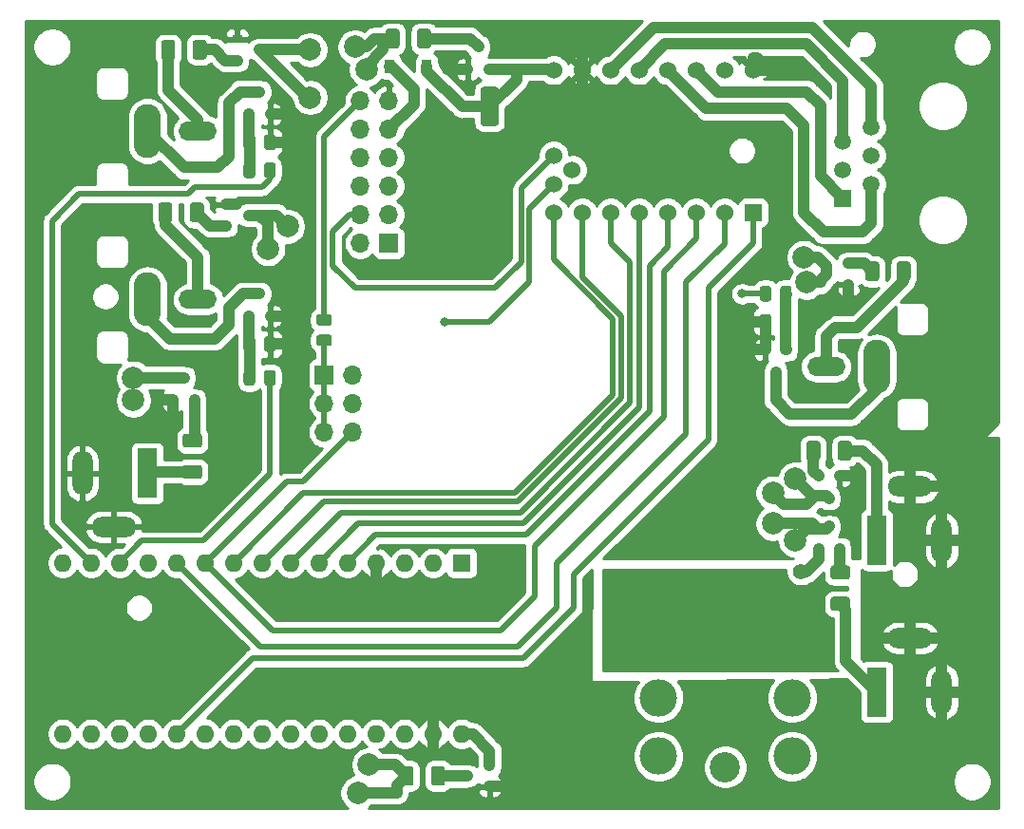
<source format=gbr>
%TF.GenerationSoftware,KiCad,Pcbnew,(5.1.8)-1*%
%TF.CreationDate,2021-03-13T21:34:25+00:00*%
%TF.ProjectId,Trio,5472696f-2e6b-4696-9361-645f70636258,rev?*%
%TF.SameCoordinates,Original*%
%TF.FileFunction,Copper,L1,Top*%
%TF.FilePolarity,Positive*%
%FSLAX46Y46*%
G04 Gerber Fmt 4.6, Leading zero omitted, Abs format (unit mm)*
G04 Created by KiCad (PCBNEW (5.1.8)-1) date 2021-03-13 21:34:25*
%MOMM*%
%LPD*%
G01*
G04 APERTURE LIST*
%TA.AperFunction,ComponentPad*%
%ADD10O,1.600000X1.600000*%
%TD*%
%TA.AperFunction,ComponentPad*%
%ADD11R,1.600000X1.600000*%
%TD*%
%TA.AperFunction,SMDPad,CuDef*%
%ADD12R,0.900000X0.800000*%
%TD*%
%TA.AperFunction,SMDPad,CuDef*%
%ADD13R,0.800000X0.900000*%
%TD*%
%TA.AperFunction,SMDPad,CuDef*%
%ADD14R,0.900000X1.200000*%
%TD*%
%TA.AperFunction,ComponentPad*%
%ADD15O,1.700000X1.700000*%
%TD*%
%TA.AperFunction,ComponentPad*%
%ADD16R,1.700000X1.700000*%
%TD*%
%TA.AperFunction,ComponentPad*%
%ADD17C,1.524000*%
%TD*%
%TA.AperFunction,ComponentPad*%
%ADD18R,1.524000X1.524000*%
%TD*%
%TA.AperFunction,ComponentPad*%
%ADD19R,1.800000X4.400000*%
%TD*%
%TA.AperFunction,ComponentPad*%
%ADD20O,1.800000X4.000000*%
%TD*%
%TA.AperFunction,ComponentPad*%
%ADD21O,4.000000X1.800000*%
%TD*%
%TA.AperFunction,ComponentPad*%
%ADD22C,2.700000*%
%TD*%
%TA.AperFunction,ComponentPad*%
%ADD23C,3.615000*%
%TD*%
%TA.AperFunction,ComponentPad*%
%ADD24C,3.330000*%
%TD*%
%TA.AperFunction,ComponentPad*%
%ADD25R,1.520000X1.520000*%
%TD*%
%TA.AperFunction,ComponentPad*%
%ADD26C,1.520000*%
%TD*%
%TA.AperFunction,ComponentPad*%
%ADD27O,2.400000X4.800000*%
%TD*%
%TA.AperFunction,ComponentPad*%
%ADD28O,3.400000X1.700000*%
%TD*%
%TA.AperFunction,ViaPad*%
%ADD29C,0.800000*%
%TD*%
%TA.AperFunction,ViaPad*%
%ADD30C,2.000000*%
%TD*%
%TA.AperFunction,ViaPad*%
%ADD31C,1.400000*%
%TD*%
%TA.AperFunction,Conductor*%
%ADD32C,1.000000*%
%TD*%
%TA.AperFunction,Conductor*%
%ADD33C,0.500000*%
%TD*%
%TA.AperFunction,Conductor*%
%ADD34C,5.000000*%
%TD*%
%TA.AperFunction,Conductor*%
%ADD35C,0.254000*%
%TD*%
%TA.AperFunction,Conductor*%
%ADD36C,0.100000*%
%TD*%
G04 APERTURE END LIST*
D10*
%TO.P,A1,16*%
%TO.N,D13*%
X105940000Y-136740000D03*
%TO.P,A1,15*%
%TO.N,D12*%
X105940000Y-121500000D03*
%TO.P,A1,30*%
%TO.N,Net-(A1-Pad30)*%
X141500000Y-136740000D03*
%TO.P,A1,14*%
%TO.N,Net-(A1-Pad14)*%
X108480000Y-121500000D03*
%TO.P,A1,29*%
%TO.N,GND*%
X138960000Y-136740000D03*
%TO.P,A1,13*%
%TO.N,Net-(A1-Pad13)*%
X111020000Y-121500000D03*
%TO.P,A1,28*%
%TO.N,N/C*%
X136420000Y-136740000D03*
%TO.P,A1,12*%
%TO.N,Net-(A1-Pad12)*%
X113560000Y-121500000D03*
%TO.P,A1,27*%
%TO.N,+5V*%
X133880000Y-136740000D03*
%TO.P,A1,11*%
%TO.N,STEP*%
X116100000Y-121500000D03*
%TO.P,A1,26*%
%TO.N,A7*%
X131340000Y-136740000D03*
%TO.P,A1,10*%
%TO.N,SLP*%
X118640000Y-121500000D03*
%TO.P,A1,25*%
%TO.N,A6*%
X128800000Y-136740000D03*
%TO.P,A1,9*%
%TO.N,EN*%
X121180000Y-121500000D03*
%TO.P,A1,24*%
%TO.N,SCL*%
X126260000Y-136740000D03*
%TO.P,A1,8*%
%TO.N,M0*%
X123720000Y-121500000D03*
%TO.P,A1,23*%
%TO.N,SDA*%
X123720000Y-136740000D03*
%TO.P,A1,7*%
%TO.N,M1*%
X126260000Y-121500000D03*
%TO.P,A1,22*%
%TO.N,A3*%
X121180000Y-136740000D03*
%TO.P,A1,6*%
%TO.N,M2*%
X128800000Y-121500000D03*
%TO.P,A1,21*%
%TO.N,A2*%
X118640000Y-136740000D03*
%TO.P,A1,5*%
%TO.N,RST*%
X131340000Y-121500000D03*
%TO.P,A1,20*%
%TO.N,DIR*%
X116100000Y-136740000D03*
%TO.P,A1,4*%
%TO.N,GND*%
X133880000Y-121500000D03*
%TO.P,A1,19*%
%TO.N,A0*%
X113560000Y-136740000D03*
%TO.P,A1,3*%
%TO.N,N/C*%
X136420000Y-121500000D03*
%TO.P,A1,18*%
X111020000Y-136740000D03*
%TO.P,A1,2*%
X138960000Y-121500000D03*
%TO.P,A1,17*%
%TO.N,+3V3*%
X108480000Y-136740000D03*
D11*
%TO.P,A1,1*%
%TO.N,N/C*%
X141500000Y-121500000D03*
%TD*%
D12*
%TO.P,Q8,3*%
%TO.N,+12V*%
X123500000Y-75750000D03*
%TO.P,Q8,2*%
%TO.N,Net-(F5-Pad1)*%
X121500000Y-76700000D03*
%TO.P,Q8,1*%
%TO.N,GND*%
X121500000Y-74800000D03*
%TD*%
D13*
%TO.P,Q7,3*%
%TO.N,+12V*%
X116750000Y-105000000D03*
%TO.P,Q7,2*%
%TO.N,Net-(F6-Pad2)*%
X117700000Y-107000000D03*
%TO.P,Q7,1*%
%TO.N,GND*%
X115800000Y-107000000D03*
%TD*%
D12*
%TO.P,Q6,3*%
%TO.N,+12V*%
X122500000Y-90500000D03*
%TO.P,Q6,2*%
%TO.N,Net-(F2-Pad1)*%
X120500000Y-91450000D03*
%TO.P,Q6,1*%
%TO.N,GND*%
X120500000Y-89550000D03*
%TD*%
D13*
%TO.P,Q5,3*%
%TO.N,+12V*%
X174250000Y-118250000D03*
%TO.P,Q5,2*%
%TO.N,Net-(F4-Pad2)*%
X175200000Y-120250000D03*
%TO.P,Q5,1*%
%TO.N,GND*%
X173300000Y-120250000D03*
%TD*%
%TO.P,Q4,3*%
%TO.N,+12V*%
X174250000Y-115750000D03*
%TO.P,Q4,2*%
%TO.N,Net-(F3-Pad2)*%
X173300000Y-113750000D03*
%TO.P,Q4,1*%
%TO.N,GND*%
X175200000Y-113750000D03*
%TD*%
D12*
%TO.P,Q3,3*%
%TO.N,+12V*%
X174000000Y-95750000D03*
%TO.P,Q3,2*%
%TO.N,Net-(F1-Pad1)*%
X176000000Y-94800000D03*
%TO.P,Q3,1*%
%TO.N,GND*%
X176000000Y-96700000D03*
%TD*%
%TO.P,F5,2*%
%TO.N,Net-(DO2-Pad2)*%
%TA.AperFunction,SMDPad,CuDef*%
G36*
G01*
X115975000Y-75125000D02*
X115975000Y-76375000D01*
G75*
G02*
X115725000Y-76625000I-250000J0D01*
G01*
X114975000Y-76625000D01*
G75*
G02*
X114725000Y-76375000I0J250000D01*
G01*
X114725000Y-75125000D01*
G75*
G02*
X114975000Y-74875000I250000J0D01*
G01*
X115725000Y-74875000D01*
G75*
G02*
X115975000Y-75125000I0J-250000D01*
G01*
G37*
%TD.AperFunction*%
%TO.P,F5,1*%
%TO.N,Net-(F5-Pad1)*%
%TA.AperFunction,SMDPad,CuDef*%
G36*
G01*
X118775000Y-75125000D02*
X118775000Y-76375000D01*
G75*
G02*
X118525000Y-76625000I-250000J0D01*
G01*
X117775000Y-76625000D01*
G75*
G02*
X117525000Y-76375000I0J250000D01*
G01*
X117525000Y-75125000D01*
G75*
G02*
X117775000Y-74875000I250000J0D01*
G01*
X118525000Y-74875000D01*
G75*
G02*
X118775000Y-75125000I0J-250000D01*
G01*
G37*
%TD.AperFunction*%
%TD*%
%TO.P,F2,2*%
%TO.N,Net-(DO3-Pad2)*%
%TA.AperFunction,SMDPad,CuDef*%
G36*
G01*
X115725000Y-89625000D02*
X115725000Y-90875000D01*
G75*
G02*
X115475000Y-91125000I-250000J0D01*
G01*
X114725000Y-91125000D01*
G75*
G02*
X114475000Y-90875000I0J250000D01*
G01*
X114475000Y-89625000D01*
G75*
G02*
X114725000Y-89375000I250000J0D01*
G01*
X115475000Y-89375000D01*
G75*
G02*
X115725000Y-89625000I0J-250000D01*
G01*
G37*
%TD.AperFunction*%
%TO.P,F2,1*%
%TO.N,Net-(F2-Pad1)*%
%TA.AperFunction,SMDPad,CuDef*%
G36*
G01*
X118525000Y-89625000D02*
X118525000Y-90875000D01*
G75*
G02*
X118275000Y-91125000I-250000J0D01*
G01*
X117525000Y-91125000D01*
G75*
G02*
X117275000Y-90875000I0J250000D01*
G01*
X117275000Y-89625000D01*
G75*
G02*
X117525000Y-89375000I250000J0D01*
G01*
X118275000Y-89375000D01*
G75*
G02*
X118525000Y-89625000I0J-250000D01*
G01*
G37*
%TD.AperFunction*%
%TD*%
D14*
%TO.P,D1,2*%
%TO.N,+5V*%
X135100000Y-77250000D03*
%TO.P,D1,1*%
%TO.N,Net-(C1-Pad1)*%
X138400000Y-77250000D03*
%TD*%
D12*
%TO.P,Q2,3*%
%TO.N,Net-(F7-Pad2)*%
X142000000Y-140500000D03*
%TO.P,Q2,2*%
%TO.N,Net-(A1-Pad30)*%
X144000000Y-139550000D03*
%TO.P,Q2,1*%
%TO.N,GND*%
X144000000Y-141450000D03*
%TD*%
D13*
%TO.P,Q1,3*%
%TO.N,Net-(F8-Pad1)*%
X143000000Y-75500000D03*
%TO.P,Q1,2*%
%TO.N,Net-(C1-Pad1)*%
X143950000Y-77500000D03*
%TO.P,Q1,1*%
%TO.N,GND*%
X142050000Y-77500000D03*
%TD*%
%TO.P,R7,2*%
%TO.N,D12*%
%TA.AperFunction,SMDPad,CuDef*%
G36*
G01*
X129700001Y-100350000D02*
X128799999Y-100350000D01*
G75*
G02*
X128550000Y-100100001I0J249999D01*
G01*
X128550000Y-99574999D01*
G75*
G02*
X128799999Y-99325000I249999J0D01*
G01*
X129700001Y-99325000D01*
G75*
G02*
X129950000Y-99574999I0J-249999D01*
G01*
X129950000Y-100100001D01*
G75*
G02*
X129700001Y-100350000I-249999J0D01*
G01*
G37*
%TD.AperFunction*%
%TO.P,R7,1*%
%TO.N,Net-(J2-Pad1)*%
%TA.AperFunction,SMDPad,CuDef*%
G36*
G01*
X129700001Y-102175000D02*
X128799999Y-102175000D01*
G75*
G02*
X128550000Y-101925001I0J249999D01*
G01*
X128550000Y-101399999D01*
G75*
G02*
X128799999Y-101150000I249999J0D01*
G01*
X129700001Y-101150000D01*
G75*
G02*
X129950000Y-101399999I0J-249999D01*
G01*
X129950000Y-101925001D01*
G75*
G02*
X129700001Y-102175000I-249999J0D01*
G01*
G37*
%TD.AperFunction*%
%TD*%
D15*
%TO.P,J2,6*%
%TO.N,SLP*%
X131790000Y-109830000D03*
%TO.P,J2,5*%
%TO.N,Net-(J2-Pad1)*%
X129250000Y-109830000D03*
%TO.P,J2,4*%
%TO.N,M2*%
X131790000Y-107290000D03*
%TO.P,J2,3*%
%TO.N,Net-(J2-Pad1)*%
X129250000Y-107290000D03*
%TO.P,J2,2*%
%TO.N,RST*%
X131790000Y-104750000D03*
D16*
%TO.P,J2,1*%
%TO.N,Net-(J2-Pad1)*%
X129250000Y-104750000D03*
%TD*%
D17*
%TO.P,U1,JP3_1*%
%TO.N,N/C*%
X151368000Y-86460000D03*
%TO.P,U1,JP4_1*%
%TO.N,A2*%
X149717000Y-85190000D03*
%TO.P,U1,JP5_1*%
%TO.N,A3*%
X149717000Y-87730000D03*
D18*
%TO.P,U1,JP1_1*%
%TO.N,DIR*%
X167497000Y-90270000D03*
D17*
%TO.P,U1,JP1_2*%
%TO.N,STEP*%
X164957000Y-90270000D03*
%TO.P,U1,JP1_3*%
%TO.N,SLP*%
X162417000Y-90270000D03*
%TO.P,U1,JP1_4*%
%TO.N,RST*%
X159877000Y-90270000D03*
%TO.P,U1,JP1_5*%
%TO.N,M2*%
X157337000Y-90270000D03*
%TO.P,U1,JP1_6*%
%TO.N,M1*%
X154797000Y-90270000D03*
%TO.P,U1,JP1_7*%
%TO.N,M0*%
X152257000Y-90270000D03*
%TO.P,U1,JP1_8*%
%TO.N,EN*%
X149717000Y-90270000D03*
%TO.P,U1,JP2_1*%
%TO.N,Net-(C1-Pad1)*%
X149717000Y-77570000D03*
%TO.P,U1,JP2_2*%
%TO.N,GND*%
X152257000Y-77570000D03*
%TO.P,U1,JP2_3*%
%TO.N,MA2*%
X154797000Y-77570000D03*
%TO.P,U1,JP2_4*%
%TO.N,MA1*%
X157337000Y-77570000D03*
%TO.P,U1,JP2_5*%
%TO.N,B1*%
X159877000Y-77570000D03*
%TO.P,U1,JP2_6*%
%TO.N,B2*%
X162417000Y-77570000D03*
%TO.P,U1,JP2_7*%
%TO.N,+5V*%
X164957000Y-77570000D03*
%TO.P,U1,JP2_8*%
%TO.N,GND*%
X167497000Y-77570000D03*
%TD*%
D15*
%TO.P,PINOUT1,12*%
%TO.N,D12*%
X132460000Y-80300000D03*
%TO.P,PINOUT1,11*%
%TO.N,GND*%
X135000000Y-80300000D03*
%TO.P,PINOUT1,10*%
%TO.N,D13*%
X132460000Y-82840000D03*
%TO.P,PINOUT1,9*%
%TO.N,+5V*%
X135000000Y-82840000D03*
%TO.P,PINOUT1,8*%
%TO.N,+3V3*%
X132460000Y-85380000D03*
%TO.P,PINOUT1,7*%
%TO.N,A7*%
X135000000Y-85380000D03*
%TO.P,PINOUT1,6*%
%TO.N,A0*%
X132460000Y-87920000D03*
%TO.P,PINOUT1,5*%
%TO.N,A6*%
X135000000Y-87920000D03*
%TO.P,PINOUT1,4*%
%TO.N,A2*%
X132460000Y-90460000D03*
%TO.P,PINOUT1,3*%
%TO.N,SCL*%
X135000000Y-90460000D03*
%TO.P,PINOUT1,2*%
%TO.N,A3*%
X132460000Y-93000000D03*
D16*
%TO.P,PINOUT1,1*%
%TO.N,SDA*%
X135000000Y-93000000D03*
%TD*%
%TO.P,C1,2*%
%TO.N,GND*%
%TA.AperFunction,SMDPad,CuDef*%
G36*
G01*
X143450000Y-84450000D02*
X144550000Y-84450000D01*
G75*
G02*
X144800000Y-84700000I0J-250000D01*
G01*
X144800000Y-87700000D01*
G75*
G02*
X144550000Y-87950000I-250000J0D01*
G01*
X143450000Y-87950000D01*
G75*
G02*
X143200000Y-87700000I0J250000D01*
G01*
X143200000Y-84700000D01*
G75*
G02*
X143450000Y-84450000I250000J0D01*
G01*
G37*
%TD.AperFunction*%
%TO.P,C1,1*%
%TO.N,Net-(C1-Pad1)*%
%TA.AperFunction,SMDPad,CuDef*%
G36*
G01*
X143450000Y-79050000D02*
X144550000Y-79050000D01*
G75*
G02*
X144800000Y-79300000I0J-250000D01*
G01*
X144800000Y-82300000D01*
G75*
G02*
X144550000Y-82550000I-250000J0D01*
G01*
X143450000Y-82550000D01*
G75*
G02*
X143200000Y-82300000I0J250000D01*
G01*
X143200000Y-79300000D01*
G75*
G02*
X143450000Y-79050000I250000J0D01*
G01*
G37*
%TD.AperFunction*%
%TD*%
%TO.P,R6,2*%
%TO.N,Net-(A1-Pad14)*%
%TA.AperFunction,SMDPad,CuDef*%
G36*
G01*
X123900000Y-86950001D02*
X123900000Y-86049999D01*
G75*
G02*
X124149999Y-85800000I249999J0D01*
G01*
X124675001Y-85800000D01*
G75*
G02*
X124925000Y-86049999I0J-249999D01*
G01*
X124925000Y-86950001D01*
G75*
G02*
X124675001Y-87200000I-249999J0D01*
G01*
X124149999Y-87200000D01*
G75*
G02*
X123900000Y-86950001I0J249999D01*
G01*
G37*
%TD.AperFunction*%
%TO.P,R6,1*%
%TO.N,LOGIC3*%
%TA.AperFunction,SMDPad,CuDef*%
G36*
G01*
X122075000Y-86950001D02*
X122075000Y-86049999D01*
G75*
G02*
X122324999Y-85800000I249999J0D01*
G01*
X122850001Y-85800000D01*
G75*
G02*
X123100000Y-86049999I0J-249999D01*
G01*
X123100000Y-86950001D01*
G75*
G02*
X122850001Y-87200000I-249999J0D01*
G01*
X122324999Y-87200000D01*
G75*
G02*
X122075000Y-86950001I0J249999D01*
G01*
G37*
%TD.AperFunction*%
%TD*%
%TO.P,R5,2*%
%TO.N,Net-(A1-Pad13)*%
%TA.AperFunction,SMDPad,CuDef*%
G36*
G01*
X123900000Y-105450001D02*
X123900000Y-104549999D01*
G75*
G02*
X124149999Y-104300000I249999J0D01*
G01*
X124675001Y-104300000D01*
G75*
G02*
X124925000Y-104549999I0J-249999D01*
G01*
X124925000Y-105450001D01*
G75*
G02*
X124675001Y-105700000I-249999J0D01*
G01*
X124149999Y-105700000D01*
G75*
G02*
X123900000Y-105450001I0J249999D01*
G01*
G37*
%TD.AperFunction*%
%TO.P,R5,1*%
%TO.N,LOGIC2*%
%TA.AperFunction,SMDPad,CuDef*%
G36*
G01*
X122075000Y-105450001D02*
X122075000Y-104549999D01*
G75*
G02*
X122324999Y-104300000I249999J0D01*
G01*
X122850001Y-104300000D01*
G75*
G02*
X123100000Y-104549999I0J-249999D01*
G01*
X123100000Y-105450001D01*
G75*
G02*
X122850001Y-105700000I-249999J0D01*
G01*
X122324999Y-105700000D01*
G75*
G02*
X122075000Y-105450001I0J249999D01*
G01*
G37*
%TD.AperFunction*%
%TD*%
%TO.P,R4,2*%
%TO.N,Net-(A1-Pad12)*%
%TA.AperFunction,SMDPad,CuDef*%
G36*
G01*
X169100000Y-97049999D02*
X169100000Y-97950001D01*
G75*
G02*
X168850001Y-98200000I-249999J0D01*
G01*
X168324999Y-98200000D01*
G75*
G02*
X168075000Y-97950001I0J249999D01*
G01*
X168075000Y-97049999D01*
G75*
G02*
X168324999Y-96800000I249999J0D01*
G01*
X168850001Y-96800000D01*
G75*
G02*
X169100000Y-97049999I0J-249999D01*
G01*
G37*
%TD.AperFunction*%
%TO.P,R4,1*%
%TO.N,LOGIC1*%
%TA.AperFunction,SMDPad,CuDef*%
G36*
G01*
X170925000Y-97049999D02*
X170925000Y-97950001D01*
G75*
G02*
X170675001Y-98200000I-249999J0D01*
G01*
X170149999Y-98200000D01*
G75*
G02*
X169900000Y-97950001I0J249999D01*
G01*
X169900000Y-97049999D01*
G75*
G02*
X170149999Y-96800000I249999J0D01*
G01*
X170675001Y-96800000D01*
G75*
G02*
X170925000Y-97049999I0J-249999D01*
G01*
G37*
%TD.AperFunction*%
%TD*%
%TO.P,R3,2*%
%TO.N,LOGIC2*%
%TA.AperFunction,SMDPad,CuDef*%
G36*
G01*
X123100000Y-101549999D02*
X123100000Y-102450001D01*
G75*
G02*
X122850001Y-102700000I-249999J0D01*
G01*
X122324999Y-102700000D01*
G75*
G02*
X122075000Y-102450001I0J249999D01*
G01*
X122075000Y-101549999D01*
G75*
G02*
X122324999Y-101300000I249999J0D01*
G01*
X122850001Y-101300000D01*
G75*
G02*
X123100000Y-101549999I0J-249999D01*
G01*
G37*
%TD.AperFunction*%
%TO.P,R3,1*%
%TO.N,GND*%
%TA.AperFunction,SMDPad,CuDef*%
G36*
G01*
X124925000Y-101549999D02*
X124925000Y-102450001D01*
G75*
G02*
X124675001Y-102700000I-249999J0D01*
G01*
X124149999Y-102700000D01*
G75*
G02*
X123900000Y-102450001I0J249999D01*
G01*
X123900000Y-101549999D01*
G75*
G02*
X124149999Y-101300000I249999J0D01*
G01*
X124675001Y-101300000D01*
G75*
G02*
X124925000Y-101549999I0J-249999D01*
G01*
G37*
%TD.AperFunction*%
%TD*%
%TO.P,R2,2*%
%TO.N,LOGIC3*%
%TA.AperFunction,SMDPad,CuDef*%
G36*
G01*
X123100000Y-83549999D02*
X123100000Y-84450001D01*
G75*
G02*
X122850001Y-84700000I-249999J0D01*
G01*
X122324999Y-84700000D01*
G75*
G02*
X122075000Y-84450001I0J249999D01*
G01*
X122075000Y-83549999D01*
G75*
G02*
X122324999Y-83300000I249999J0D01*
G01*
X122850001Y-83300000D01*
G75*
G02*
X123100000Y-83549999I0J-249999D01*
G01*
G37*
%TD.AperFunction*%
%TO.P,R2,1*%
%TO.N,GND*%
%TA.AperFunction,SMDPad,CuDef*%
G36*
G01*
X124925000Y-83549999D02*
X124925000Y-84450001D01*
G75*
G02*
X124675001Y-84700000I-249999J0D01*
G01*
X124149999Y-84700000D01*
G75*
G02*
X123900000Y-84450001I0J249999D01*
G01*
X123900000Y-83549999D01*
G75*
G02*
X124149999Y-83300000I249999J0D01*
G01*
X124675001Y-83300000D01*
G75*
G02*
X124925000Y-83549999I0J-249999D01*
G01*
G37*
%TD.AperFunction*%
%TD*%
%TO.P,R1,2*%
%TO.N,LOGIC1*%
%TA.AperFunction,SMDPad,CuDef*%
G36*
G01*
X169900000Y-100450001D02*
X169900000Y-99549999D01*
G75*
G02*
X170149999Y-99300000I249999J0D01*
G01*
X170675001Y-99300000D01*
G75*
G02*
X170925000Y-99549999I0J-249999D01*
G01*
X170925000Y-100450001D01*
G75*
G02*
X170675001Y-100700000I-249999J0D01*
G01*
X170149999Y-100700000D01*
G75*
G02*
X169900000Y-100450001I0J249999D01*
G01*
G37*
%TD.AperFunction*%
%TO.P,R1,1*%
%TO.N,GND*%
%TA.AperFunction,SMDPad,CuDef*%
G36*
G01*
X168075000Y-100450001D02*
X168075000Y-99549999D01*
G75*
G02*
X168324999Y-99300000I249999J0D01*
G01*
X168850001Y-99300000D01*
G75*
G02*
X169100000Y-99549999I0J-249999D01*
G01*
X169100000Y-100450001D01*
G75*
G02*
X168850001Y-100700000I-249999J0D01*
G01*
X168324999Y-100700000D01*
G75*
G02*
X168075000Y-100450001I0J249999D01*
G01*
G37*
%TD.AperFunction*%
%TD*%
D19*
%TO.P,PO3,1*%
%TO.N,Net-(F6-Pad1)*%
X113500000Y-113500000D03*
D20*
%TO.P,PO3,2*%
%TO.N,GND*%
X107700000Y-113500000D03*
D21*
%TO.P,PO3,3*%
X110500000Y-118300000D03*
%TD*%
D19*
%TO.P,PO2,1*%
%TO.N,Net-(F4-Pad1)*%
X178500000Y-133000000D03*
D20*
%TO.P,PO2,2*%
%TO.N,GND*%
X184300000Y-133000000D03*
D21*
%TO.P,PO2,3*%
X181500000Y-128200000D03*
%TD*%
D19*
%TO.P,PO1,1*%
%TO.N,Net-(F3-Pad1)*%
X178500000Y-119500000D03*
D20*
%TO.P,PO1,2*%
%TO.N,GND*%
X184300000Y-119500000D03*
D21*
%TO.P,PO1,3*%
X181500000Y-114700000D03*
%TD*%
D22*
%TO.P,PI1,1*%
%TO.N,+12V*%
X165000000Y-128050000D03*
D23*
%TO.P,PI1,2*%
%TO.N,GND*%
X165000000Y-134700000D03*
D24*
%TO.P,PI1,MH1*%
%TO.N,N/C*%
X170950000Y-133550000D03*
%TO.P,PI1,MH2*%
X170950000Y-138750000D03*
D22*
%TO.P,PI1,MH3*%
X165000000Y-139700000D03*
D24*
%TO.P,PI1,MH4*%
X159050000Y-138750000D03*
%TO.P,PI1,MH5*%
X159050000Y-133550000D03*
%TD*%
D13*
%TO.P,NM5,3*%
%TO.N,Net-(DO3-Pad1)*%
X123500000Y-97500000D03*
%TO.P,NM5,2*%
%TO.N,GND*%
X124450000Y-99500000D03*
%TO.P,NM5,1*%
%TO.N,LOGIC2*%
X122550000Y-99500000D03*
%TD*%
%TO.P,NM3,3*%
%TO.N,Net-(DO2-Pad1)*%
X123500000Y-79500000D03*
%TO.P,NM3,2*%
%TO.N,GND*%
X124450000Y-81500000D03*
%TO.P,NM3,1*%
%TO.N,LOGIC3*%
X122550000Y-81500000D03*
%TD*%
%TO.P,NM2,3*%
%TO.N,Net-(DO1-Pad1)*%
X169500000Y-104500000D03*
%TO.P,NM2,2*%
%TO.N,GND*%
X168550000Y-102500000D03*
%TO.P,NM2,1*%
%TO.N,LOGIC1*%
X170450000Y-102500000D03*
%TD*%
D25*
%TO.P,J1,1*%
%TO.N,B2*%
X175500000Y-89000000D03*
D26*
%TO.P,J1,2*%
%TO.N,B1*%
X178040000Y-87730000D03*
%TO.P,J1,3*%
%TO.N,N/C*%
X175500000Y-86460000D03*
%TO.P,J1,4*%
X178040000Y-85190000D03*
%TO.P,J1,5*%
%TO.N,MA1*%
X175500000Y-83920000D03*
%TO.P,J1,6*%
%TO.N,MA2*%
X178040000Y-82650000D03*
%TD*%
%TO.P,F8,2*%
%TO.N,+12V*%
%TA.AperFunction,SMDPad,CuDef*%
G36*
G01*
X135975000Y-74125000D02*
X135975000Y-75375000D01*
G75*
G02*
X135725000Y-75625000I-250000J0D01*
G01*
X134975000Y-75625000D01*
G75*
G02*
X134725000Y-75375000I0J250000D01*
G01*
X134725000Y-74125000D01*
G75*
G02*
X134975000Y-73875000I250000J0D01*
G01*
X135725000Y-73875000D01*
G75*
G02*
X135975000Y-74125000I0J-250000D01*
G01*
G37*
%TD.AperFunction*%
%TO.P,F8,1*%
%TO.N,Net-(F8-Pad1)*%
%TA.AperFunction,SMDPad,CuDef*%
G36*
G01*
X138775000Y-74125000D02*
X138775000Y-75375000D01*
G75*
G02*
X138525000Y-75625000I-250000J0D01*
G01*
X137775000Y-75625000D01*
G75*
G02*
X137525000Y-75375000I0J250000D01*
G01*
X137525000Y-74125000D01*
G75*
G02*
X137775000Y-73875000I250000J0D01*
G01*
X138525000Y-73875000D01*
G75*
G02*
X138775000Y-74125000I0J-250000D01*
G01*
G37*
%TD.AperFunction*%
%TD*%
%TO.P,F7,2*%
%TO.N,Net-(F7-Pad2)*%
%TA.AperFunction,SMDPad,CuDef*%
G36*
G01*
X138775000Y-141125000D02*
X138775000Y-139875000D01*
G75*
G02*
X139025000Y-139625000I250000J0D01*
G01*
X139775000Y-139625000D01*
G75*
G02*
X140025000Y-139875000I0J-250000D01*
G01*
X140025000Y-141125000D01*
G75*
G02*
X139775000Y-141375000I-250000J0D01*
G01*
X139025000Y-141375000D01*
G75*
G02*
X138775000Y-141125000I0J250000D01*
G01*
G37*
%TD.AperFunction*%
%TO.P,F7,1*%
%TO.N,+12V*%
%TA.AperFunction,SMDPad,CuDef*%
G36*
G01*
X135975000Y-141125000D02*
X135975000Y-139875000D01*
G75*
G02*
X136225000Y-139625000I250000J0D01*
G01*
X136975000Y-139625000D01*
G75*
G02*
X137225000Y-139875000I0J-250000D01*
G01*
X137225000Y-141125000D01*
G75*
G02*
X136975000Y-141375000I-250000J0D01*
G01*
X136225000Y-141375000D01*
G75*
G02*
X135975000Y-141125000I0J250000D01*
G01*
G37*
%TD.AperFunction*%
%TD*%
%TO.P,F6,2*%
%TO.N,Net-(F6-Pad2)*%
%TA.AperFunction,SMDPad,CuDef*%
G36*
G01*
X118125000Y-111225000D02*
X116875000Y-111225000D01*
G75*
G02*
X116625000Y-110975000I0J250000D01*
G01*
X116625000Y-110225000D01*
G75*
G02*
X116875000Y-109975000I250000J0D01*
G01*
X118125000Y-109975000D01*
G75*
G02*
X118375000Y-110225000I0J-250000D01*
G01*
X118375000Y-110975000D01*
G75*
G02*
X118125000Y-111225000I-250000J0D01*
G01*
G37*
%TD.AperFunction*%
%TO.P,F6,1*%
%TO.N,Net-(F6-Pad1)*%
%TA.AperFunction,SMDPad,CuDef*%
G36*
G01*
X118125000Y-114025000D02*
X116875000Y-114025000D01*
G75*
G02*
X116625000Y-113775000I0J250000D01*
G01*
X116625000Y-113025000D01*
G75*
G02*
X116875000Y-112775000I250000J0D01*
G01*
X118125000Y-112775000D01*
G75*
G02*
X118375000Y-113025000I0J-250000D01*
G01*
X118375000Y-113775000D01*
G75*
G02*
X118125000Y-114025000I-250000J0D01*
G01*
G37*
%TD.AperFunction*%
%TD*%
%TO.P,F4,2*%
%TO.N,Net-(F4-Pad2)*%
%TA.AperFunction,SMDPad,CuDef*%
G36*
G01*
X175875000Y-122975000D02*
X174625000Y-122975000D01*
G75*
G02*
X174375000Y-122725000I0J250000D01*
G01*
X174375000Y-121975000D01*
G75*
G02*
X174625000Y-121725000I250000J0D01*
G01*
X175875000Y-121725000D01*
G75*
G02*
X176125000Y-121975000I0J-250000D01*
G01*
X176125000Y-122725000D01*
G75*
G02*
X175875000Y-122975000I-250000J0D01*
G01*
G37*
%TD.AperFunction*%
%TO.P,F4,1*%
%TO.N,Net-(F4-Pad1)*%
%TA.AperFunction,SMDPad,CuDef*%
G36*
G01*
X175875000Y-125775000D02*
X174625000Y-125775000D01*
G75*
G02*
X174375000Y-125525000I0J250000D01*
G01*
X174375000Y-124775000D01*
G75*
G02*
X174625000Y-124525000I250000J0D01*
G01*
X175875000Y-124525000D01*
G75*
G02*
X176125000Y-124775000I0J-250000D01*
G01*
X176125000Y-125525000D01*
G75*
G02*
X175875000Y-125775000I-250000J0D01*
G01*
G37*
%TD.AperFunction*%
%TD*%
%TO.P,F3,2*%
%TO.N,Net-(F3-Pad2)*%
%TA.AperFunction,SMDPad,CuDef*%
G36*
G01*
X173475000Y-110875000D02*
X173475000Y-112125000D01*
G75*
G02*
X173225000Y-112375000I-250000J0D01*
G01*
X172475000Y-112375000D01*
G75*
G02*
X172225000Y-112125000I0J250000D01*
G01*
X172225000Y-110875000D01*
G75*
G02*
X172475000Y-110625000I250000J0D01*
G01*
X173225000Y-110625000D01*
G75*
G02*
X173475000Y-110875000I0J-250000D01*
G01*
G37*
%TD.AperFunction*%
%TO.P,F3,1*%
%TO.N,Net-(F3-Pad1)*%
%TA.AperFunction,SMDPad,CuDef*%
G36*
G01*
X176275000Y-110875000D02*
X176275000Y-112125000D01*
G75*
G02*
X176025000Y-112375000I-250000J0D01*
G01*
X175275000Y-112375000D01*
G75*
G02*
X175025000Y-112125000I0J250000D01*
G01*
X175025000Y-110875000D01*
G75*
G02*
X175275000Y-110625000I250000J0D01*
G01*
X176025000Y-110625000D01*
G75*
G02*
X176275000Y-110875000I0J-250000D01*
G01*
G37*
%TD.AperFunction*%
%TD*%
%TO.P,F1,2*%
%TO.N,Net-(DO1-Pad2)*%
%TA.AperFunction,SMDPad,CuDef*%
G36*
G01*
X180275000Y-96125000D02*
X180275000Y-94875000D01*
G75*
G02*
X180525000Y-94625000I250000J0D01*
G01*
X181275000Y-94625000D01*
G75*
G02*
X181525000Y-94875000I0J-250000D01*
G01*
X181525000Y-96125000D01*
G75*
G02*
X181275000Y-96375000I-250000J0D01*
G01*
X180525000Y-96375000D01*
G75*
G02*
X180275000Y-96125000I0J250000D01*
G01*
G37*
%TD.AperFunction*%
%TO.P,F1,1*%
%TO.N,Net-(F1-Pad1)*%
%TA.AperFunction,SMDPad,CuDef*%
G36*
G01*
X177475000Y-96125000D02*
X177475000Y-94875000D01*
G75*
G02*
X177725000Y-94625000I250000J0D01*
G01*
X178475000Y-94625000D01*
G75*
G02*
X178725000Y-94875000I0J-250000D01*
G01*
X178725000Y-96125000D01*
G75*
G02*
X178475000Y-96375000I-250000J0D01*
G01*
X177725000Y-96375000D01*
G75*
G02*
X177475000Y-96125000I0J250000D01*
G01*
G37*
%TD.AperFunction*%
%TD*%
D27*
%TO.P,DO3,1*%
%TO.N,Net-(DO3-Pad1)*%
X113500000Y-98000000D03*
D28*
%TO.P,DO3,2*%
%TO.N,Net-(DO3-Pad2)*%
X118000000Y-98000000D03*
%TD*%
D27*
%TO.P,DO2,1*%
%TO.N,Net-(DO2-Pad1)*%
X113500000Y-83000000D03*
D28*
%TO.P,DO2,2*%
%TO.N,Net-(DO2-Pad2)*%
X118000000Y-83000000D03*
%TD*%
D27*
%TO.P,DO1,1*%
%TO.N,Net-(DO1-Pad1)*%
X178500000Y-104000000D03*
D28*
%TO.P,DO1,2*%
%TO.N,Net-(DO1-Pad2)*%
X174000000Y-104000000D03*
%TD*%
D29*
%TO.N,Net-(A1-Pad12)*%
X166500000Y-97500000D03*
D30*
%TO.N,GND*%
X108000000Y-105500000D03*
X181500000Y-75500000D03*
X173750000Y-99000000D03*
X187250000Y-126000000D03*
X111500000Y-141000000D03*
X147000000Y-141500000D03*
X107250000Y-83000000D03*
X108000000Y-90750000D03*
D29*
X155000000Y-82000000D03*
X155000000Y-83000000D03*
X155000000Y-84000000D03*
X155000000Y-85000000D03*
X155000000Y-86000000D03*
X155000000Y-87000000D03*
X156000000Y-87000000D03*
X156000000Y-86000000D03*
X156000000Y-85000000D03*
X156000000Y-84000000D03*
X156000000Y-83000000D03*
X157000000Y-84000000D03*
X157000000Y-85000000D03*
X157000000Y-86000000D03*
X157000000Y-87000000D03*
X158000000Y-87000000D03*
X158000000Y-86000000D03*
X158000000Y-85000000D03*
X159000000Y-86000000D03*
X159000000Y-87000000D03*
X160000000Y-87000000D03*
X156000000Y-82000000D03*
X157000000Y-83000000D03*
X157000000Y-82000000D03*
X158000000Y-82000000D03*
X158000000Y-83000000D03*
X158000000Y-84000000D03*
X159000000Y-85000000D03*
X159000000Y-84000000D03*
X159000000Y-83000000D03*
X159000000Y-82000000D03*
X160000000Y-86000000D03*
X160000000Y-85000000D03*
X160000000Y-84000000D03*
X160000000Y-83000000D03*
X160000000Y-82000000D03*
X155000000Y-81000000D03*
X156000000Y-81000000D03*
X157000000Y-81000000D03*
X158000000Y-81000000D03*
X159000000Y-81000000D03*
X160000000Y-81000000D03*
X161000000Y-81000000D03*
X161000000Y-82000000D03*
X161000000Y-83000000D03*
X161000000Y-84000000D03*
X161000000Y-85000000D03*
X161000000Y-86000000D03*
X161000000Y-87000000D03*
X154000000Y-81000000D03*
X154000000Y-82000000D03*
X154000000Y-83000000D03*
X154000000Y-84000000D03*
X154000000Y-85000000D03*
X154000000Y-86000000D03*
X154000000Y-87000000D03*
D31*
X138750000Y-83750000D03*
D29*
X140250000Y-77500000D03*
D31*
X171750000Y-122250000D03*
X176500000Y-115250000D03*
D30*
%TO.N,+12V*%
X172000000Y-94250000D03*
X132000000Y-75500000D03*
X128000000Y-75750000D03*
X112250000Y-105000000D03*
X133250000Y-139500000D03*
X126000000Y-91500000D03*
X160500000Y-129000000D03*
X156500000Y-129000000D03*
X169500000Y-129000000D03*
X173000000Y-129000000D03*
X171250000Y-114000000D03*
X171250000Y-119500000D03*
X169250000Y-118000000D03*
X169250000Y-115250000D03*
X172250000Y-96500000D03*
X112250000Y-107000000D03*
X124250000Y-93500000D03*
X128000000Y-80000000D03*
X133000000Y-77500000D03*
X132250000Y-142000000D03*
D29*
%TO.N,A3*%
X140000000Y-100000000D03*
%TD*%
D32*
%TO.N,Net-(A1-Pad30)*%
X141600000Y-136840000D02*
X141500000Y-136740000D01*
X144000000Y-139550000D02*
X144000000Y-138250000D01*
X142490000Y-136740000D02*
X141500000Y-136740000D01*
X144000000Y-138250000D02*
X142490000Y-136740000D01*
D33*
%TO.N,Net-(A1-Pad14)*%
X124412500Y-87337500D02*
X124412500Y-86500000D01*
X123750000Y-88000000D02*
X124412500Y-87337500D01*
X117149940Y-88600060D02*
X117750000Y-88000000D01*
X107399940Y-88600060D02*
X117149940Y-88600060D01*
X105000000Y-91000000D02*
X107399940Y-88600060D01*
X117750000Y-88000000D02*
X123750000Y-88000000D01*
X105000000Y-118020000D02*
X105000000Y-91000000D01*
X108480000Y-121500000D02*
X105000000Y-118020000D01*
%TO.N,Net-(A1-Pad13)*%
X111020000Y-121500000D02*
X113000000Y-119520000D01*
X113000000Y-119520000D02*
X118480000Y-119520000D01*
X124412500Y-113587500D02*
X124412500Y-105000000D01*
X118480000Y-119520000D02*
X124412500Y-113587500D01*
%TO.N,Net-(A1-Pad12)*%
X166500000Y-97500000D02*
X168587500Y-97500000D01*
D32*
%TO.N,LOGIC1*%
X170450000Y-97537500D02*
X170412500Y-97500000D01*
X170412500Y-97500000D02*
X170412500Y-100000000D01*
X170412500Y-102462500D02*
X170450000Y-102500000D01*
X170412500Y-100000000D02*
X170412500Y-102462500D01*
%TO.N,LOGIC2*%
X122550000Y-101962500D02*
X122587500Y-102000000D01*
X122550000Y-99500000D02*
X122550000Y-101962500D01*
X122587500Y-102000000D02*
X122587500Y-105000000D01*
%TO.N,LOGIC3*%
X122587500Y-86500000D02*
X122587500Y-84000000D01*
X122550000Y-83962500D02*
X122587500Y-84000000D01*
X122550000Y-81500000D02*
X122550000Y-83962500D01*
%TO.N,GND*%
X152260000Y-75760000D02*
X152260000Y-77500000D01*
X152260000Y-79260000D02*
X152260000Y-77500000D01*
X144000000Y-86200000D02*
X146300000Y-86200000D01*
X144000000Y-86200000D02*
X141700000Y-86200000D01*
X124450000Y-99500000D02*
X126500000Y-99500000D01*
X124412500Y-102000000D02*
X126500000Y-102000000D01*
X133880000Y-123880000D02*
X133880000Y-121500000D01*
X138960000Y-135040000D02*
X138960000Y-136740000D01*
D34*
X164200000Y-134700000D02*
X165000000Y-134700000D01*
D32*
X167497000Y-76453010D02*
X167497000Y-77570000D01*
X168930000Y-77570000D02*
X167497000Y-77570000D01*
X146950000Y-141450000D02*
X147000000Y-141500000D01*
X144000000Y-141450000D02*
X146950000Y-141450000D01*
X171750000Y-122250000D02*
X172250000Y-122250000D01*
X173300000Y-121200000D02*
X173300000Y-120250000D01*
X172250000Y-122250000D02*
X173300000Y-121200000D01*
X115800000Y-108450000D02*
X115800000Y-107000000D01*
X114750000Y-107000000D02*
X115800000Y-107000000D01*
X138960000Y-137960000D02*
X138960000Y-136740000D01*
X181500000Y-126000000D02*
X181500000Y-128200000D01*
X184950000Y-128200000D02*
X181500000Y-128200000D01*
X178550000Y-128200000D02*
X181500000Y-128200000D01*
X181500000Y-130750000D02*
X181500000Y-128200000D01*
X181500000Y-133000000D02*
X184300000Y-133000000D01*
X184300000Y-130200000D02*
X184300000Y-133000000D01*
X186250000Y-133000000D02*
X184300000Y-133000000D01*
X184300000Y-136450000D02*
X184300000Y-133000000D01*
X184300000Y-123050000D02*
X184300000Y-119500000D01*
X182000000Y-119500000D02*
X184300000Y-119500000D01*
X184300000Y-116700000D02*
X184300000Y-119500000D01*
X186500000Y-119500000D02*
X184300000Y-119500000D01*
X181500000Y-117000000D02*
X181500000Y-114700000D01*
X185200000Y-114700000D02*
X181500000Y-114700000D01*
X181500000Y-112750000D02*
X181500000Y-114700000D01*
X176500000Y-113750000D02*
X175200000Y-113750000D01*
X166750000Y-102500000D02*
X168550000Y-102500000D01*
X168587500Y-100000000D02*
X167000000Y-100000000D01*
X168587500Y-102462500D02*
X168550000Y-102500000D01*
X168587500Y-100000000D02*
X168587500Y-102462500D01*
X176000000Y-97750000D02*
X176000000Y-96700000D01*
X167497000Y-76453010D02*
X167813010Y-76453010D01*
X167813010Y-76453010D02*
X168930000Y-77570000D01*
X142050000Y-77500000D02*
X140250000Y-77500000D01*
D34*
X144000000Y-86200000D02*
X144000000Y-86750000D01*
D32*
X144000000Y-89250000D02*
X144000000Y-86750000D01*
X126250000Y-84000000D02*
X124412500Y-84000000D01*
X126250000Y-81500000D02*
X124450000Y-81500000D01*
X121450000Y-89550000D02*
X120500000Y-89550000D01*
D33*
%TO.N,M2*%
X132300000Y-118000000D02*
X128800000Y-121500000D01*
X147000000Y-118000000D02*
X132300000Y-118000000D01*
X157340000Y-107660000D02*
X147000000Y-118000000D01*
X157340000Y-90273000D02*
X157340000Y-107660000D01*
X157337000Y-90270000D02*
X157340000Y-90273000D01*
%TO.N,STEP*%
X116100000Y-121500000D02*
X123600000Y-129000000D01*
X145500000Y-129000000D02*
X146500000Y-129000000D01*
X123600000Y-129000000D02*
X145500000Y-129000000D01*
X145500000Y-129000000D02*
X146000000Y-129000000D01*
X146500000Y-129000000D02*
X150000000Y-125500000D01*
X150000000Y-125500000D02*
X150000000Y-121500000D01*
X150000000Y-121500000D02*
X161500000Y-110000000D01*
X161500000Y-110000000D02*
X161500000Y-96500000D01*
X161500000Y-96500000D02*
X164960000Y-93040000D01*
X164960000Y-90273000D02*
X164957000Y-90270000D01*
X164960000Y-93040000D02*
X164960000Y-90273000D01*
%TO.N,DIR*%
X163500000Y-110500000D02*
X151500000Y-122500000D01*
X163500000Y-97000000D02*
X163500000Y-110500000D01*
X167500000Y-93000000D02*
X163500000Y-97000000D01*
X167500000Y-90273000D02*
X167497000Y-90270000D01*
X167500000Y-93000000D02*
X167500000Y-90273000D01*
X116100000Y-136740000D02*
X122840000Y-130000000D01*
X122840000Y-130000000D02*
X147000000Y-130000000D01*
X151500000Y-125500000D02*
X151500000Y-122500000D01*
X147000000Y-130000000D02*
X151500000Y-125500000D01*
%TO.N,M1*%
X154800000Y-92960000D02*
X154800000Y-90273000D01*
X156500000Y-94660000D02*
X154800000Y-92960000D01*
X156500000Y-107250000D02*
X156500000Y-94660000D01*
X146750000Y-117000000D02*
X156500000Y-107250000D01*
X154800000Y-90273000D02*
X154797000Y-90270000D01*
X130760000Y-117000000D02*
X146750000Y-117000000D01*
X126260000Y-121500000D02*
X130760000Y-117000000D01*
%TO.N,M0*%
X146500000Y-116000000D02*
X129220000Y-116000000D01*
X155750000Y-106750000D02*
X146500000Y-116000000D01*
X155750000Y-99500000D02*
X155750000Y-106750000D01*
X129220000Y-116000000D02*
X123720000Y-121500000D01*
X152260000Y-96010000D02*
X155750000Y-99500000D01*
X152260000Y-90273000D02*
X152260000Y-96010000D01*
X152257000Y-90270000D02*
X152260000Y-90273000D01*
%TO.N,EN*%
X149720000Y-94470000D02*
X149720000Y-90273000D01*
X149720000Y-90273000D02*
X149717000Y-90270000D01*
X155000000Y-106500000D02*
X155000000Y-99750000D01*
X155000000Y-99750000D02*
X149720000Y-94470000D01*
X146219986Y-115280014D02*
X155000000Y-106500000D01*
X127399986Y-115280014D02*
X146219986Y-115280014D01*
X121180000Y-121500000D02*
X127399986Y-115280014D01*
D32*
%TO.N,B2*%
X162417000Y-77570000D02*
X164347000Y-79500000D01*
X164347000Y-79500000D02*
X172250000Y-79500000D01*
X172250000Y-79500000D02*
X173500000Y-80750000D01*
X173500000Y-87000000D02*
X175500000Y-89000000D01*
X173500000Y-80750000D02*
X173500000Y-87000000D01*
%TO.N,B1*%
X159877000Y-77570000D02*
X163307000Y-81000000D01*
X163307000Y-81000000D02*
X170500000Y-81000000D01*
X170500000Y-81000000D02*
X172000000Y-82500000D01*
X172000000Y-82500000D02*
X172000000Y-90250000D01*
X172000000Y-90250000D02*
X173750000Y-92000000D01*
X173750000Y-92000000D02*
X177250000Y-92000000D01*
X178040000Y-91210000D02*
X178040000Y-87730000D01*
X177250000Y-92000000D02*
X178040000Y-91210000D01*
D33*
%TO.N,A2*%
X131540000Y-90460000D02*
X132460000Y-90460000D01*
X130000000Y-92000000D02*
X131540000Y-90460000D01*
X130000000Y-95000000D02*
X130000000Y-92000000D01*
X132000000Y-97000000D02*
X130000000Y-95000000D01*
X144500000Y-97000000D02*
X132000000Y-97000000D01*
X146799992Y-94700008D02*
X144500000Y-97000000D01*
X146799992Y-88107008D02*
X146799992Y-94700008D01*
X149717000Y-85190000D02*
X146799992Y-88107008D01*
D34*
%TO.N,+12V*%
X164550000Y-128050000D02*
X165000000Y-128050000D01*
D32*
X132000000Y-75500000D02*
X133000000Y-75500000D01*
X133000000Y-75500000D02*
X133750000Y-74750000D01*
X126000000Y-91500000D02*
X125000000Y-90500000D01*
X112250000Y-105000000D02*
X116750000Y-105000000D01*
X124250000Y-93500000D02*
X124250000Y-91250000D01*
X124250000Y-91250000D02*
X123500000Y-90500000D01*
X123500000Y-90500000D02*
X122500000Y-90500000D01*
X125000000Y-90500000D02*
X123500000Y-90500000D01*
X133000000Y-77500000D02*
X133000000Y-77250000D01*
X134500000Y-75750000D02*
X134500000Y-74750000D01*
X133000000Y-77250000D02*
X134500000Y-75750000D01*
X134500000Y-74750000D02*
X135350000Y-74750000D01*
X133750000Y-74750000D02*
X134500000Y-74750000D01*
X172000000Y-94250000D02*
X173250000Y-94250000D01*
X174000000Y-95000000D02*
X174000000Y-95750000D01*
X173250000Y-94250000D02*
X174000000Y-95000000D01*
X172250000Y-96500000D02*
X173500000Y-96500000D01*
X173500000Y-96250000D02*
X174000000Y-95750000D01*
X173500000Y-96500000D02*
X173500000Y-96250000D01*
X171250000Y-114000000D02*
X172750000Y-115500000D01*
X174000000Y-115500000D02*
X174250000Y-115750000D01*
X169250000Y-115250000D02*
X170250000Y-116250000D01*
X172250000Y-116250000D02*
X173000000Y-115500000D01*
X170250000Y-116250000D02*
X172250000Y-116250000D01*
X173000000Y-115500000D02*
X174000000Y-115500000D01*
X172750000Y-115500000D02*
X173000000Y-115500000D01*
X171250000Y-119500000D02*
X172250000Y-118500000D01*
X174000000Y-118500000D02*
X174250000Y-118250000D01*
X172750000Y-118000000D02*
X173250000Y-118500000D01*
X169250000Y-118000000D02*
X172750000Y-118000000D01*
X173250000Y-118500000D02*
X174000000Y-118500000D01*
X172250000Y-118500000D02*
X173250000Y-118500000D01*
X135600000Y-139500000D02*
X136600000Y-140500000D01*
X133250000Y-139500000D02*
X135600000Y-139500000D01*
X132250000Y-142000000D02*
X135750000Y-142000000D01*
X135750000Y-141350000D02*
X136600000Y-140500000D01*
X135750000Y-142000000D02*
X135750000Y-141350000D01*
X128000000Y-75750000D02*
X123500000Y-75750000D01*
X127750000Y-80000000D02*
X123500000Y-75750000D01*
X128000000Y-80000000D02*
X127750000Y-80000000D01*
%TO.N,Net-(DO1-Pad2)*%
X173600000Y-103600000D02*
X174000000Y-104000000D01*
X180900000Y-95500000D02*
X180900000Y-96350000D01*
X180900000Y-96350000D02*
X176750000Y-100500000D01*
X176750000Y-100500000D02*
X174750000Y-100500000D01*
X174000000Y-101250000D02*
X174000000Y-104000000D01*
X174750000Y-100500000D02*
X174000000Y-101250000D01*
%TO.N,Net-(DO2-Pad2)*%
X115350000Y-75750000D02*
X115350000Y-79350000D01*
X118000000Y-82000000D02*
X118000000Y-83000000D01*
X115350000Y-79350000D02*
X118000000Y-82000000D01*
%TO.N,Net-(DO3-Pad2)*%
X115100000Y-90250000D02*
X115100000Y-91350000D01*
X118000000Y-94250000D02*
X118000000Y-98000000D01*
X115100000Y-91350000D02*
X118000000Y-94250000D01*
%TO.N,Net-(F3-Pad1)*%
X175650000Y-111500000D02*
X177250000Y-111500000D01*
X178500000Y-112750000D02*
X178500000Y-119500000D01*
X177250000Y-111500000D02*
X178500000Y-112750000D01*
%TO.N,Net-(F4-Pad1)*%
X175250000Y-125150000D02*
X175750000Y-125650000D01*
X175750000Y-130250000D02*
X178500000Y-133000000D01*
X175750000Y-125650000D02*
X175750000Y-130250000D01*
%TO.N,Net-(F6-Pad1)*%
X113600000Y-113400000D02*
X113500000Y-113500000D01*
X117500000Y-113400000D02*
X113600000Y-113400000D01*
%TO.N,Net-(DO1-Pad1)*%
X178500000Y-104000000D02*
X178500000Y-105500000D01*
X169500000Y-104500000D02*
X169500000Y-107000000D01*
X169500000Y-107000000D02*
X170750000Y-108250000D01*
X170750000Y-108250000D02*
X176250000Y-108250000D01*
X178500000Y-106000000D02*
X178500000Y-104000000D01*
X176250000Y-108250000D02*
X178500000Y-106000000D01*
%TO.N,Net-(DO3-Pad1)*%
X123500000Y-97500000D02*
X122000000Y-97500000D01*
X122000000Y-97500000D02*
X120750000Y-98750000D01*
X120750000Y-98750000D02*
X120750000Y-100250000D01*
X120750000Y-100250000D02*
X119500000Y-101500000D01*
X119500000Y-101500000D02*
X115500000Y-101500000D01*
X113500000Y-99500000D02*
X113500000Y-98000000D01*
X115500000Y-101500000D02*
X113500000Y-99500000D01*
%TO.N,Net-(DO2-Pad1)*%
X123500000Y-79500000D02*
X121750000Y-79500000D01*
X121750000Y-79500000D02*
X120750000Y-80500000D01*
X120750000Y-80500000D02*
X120750000Y-85250000D01*
X120750000Y-85250000D02*
X119750000Y-86250000D01*
X116750000Y-86250000D02*
X113500000Y-83000000D01*
X119750000Y-86250000D02*
X116750000Y-86250000D01*
D33*
%TO.N,SLP*%
X124640000Y-127500000D02*
X118640000Y-121500000D01*
X145000000Y-127500000D02*
X124640000Y-127500000D01*
X162420000Y-92580000D02*
X159500000Y-95500000D01*
X159500000Y-95500000D02*
X159500000Y-108500000D01*
X159500000Y-108500000D02*
X148000000Y-120000000D01*
X148000000Y-120000000D02*
X148000000Y-124500000D01*
X162420000Y-90273000D02*
X162417000Y-90270000D01*
X162420000Y-92580000D02*
X162420000Y-90273000D01*
X118640000Y-121500000D02*
X125890000Y-114250000D01*
X127370000Y-114250000D02*
X131790000Y-109830000D01*
X125890000Y-114250000D02*
X127370000Y-114250000D01*
X148000000Y-124500000D02*
X145000000Y-127500000D01*
%TO.N,RST*%
X133840000Y-119000000D02*
X131340000Y-121500000D01*
X147250000Y-119000000D02*
X133840000Y-119000000D01*
X158250000Y-108000000D02*
X147250000Y-119000000D01*
X159880000Y-93370000D02*
X158250000Y-95000000D01*
X158250000Y-95000000D02*
X158250000Y-108000000D01*
X159880000Y-90273000D02*
X159880000Y-93370000D01*
X159877000Y-90270000D02*
X159880000Y-90273000D01*
%TO.N,+5V*%
X135120000Y-83250000D02*
X134750000Y-82880000D01*
D32*
X135100000Y-77250000D02*
X135250000Y-77250000D01*
X135250000Y-77250000D02*
X137250000Y-79250000D01*
X137250000Y-80590000D02*
X135000000Y-82840000D01*
X137250000Y-79250000D02*
X137250000Y-80590000D01*
D33*
%TO.N,SDA*%
X135000000Y-93000000D02*
X135500000Y-93000000D01*
%TO.N,D12*%
X129250000Y-83510000D02*
X132460000Y-80300000D01*
X129250000Y-99837500D02*
X129250000Y-83510000D01*
%TO.N,A3*%
X149717000Y-87730000D02*
X147500000Y-89947000D01*
X147500000Y-89947000D02*
X147500000Y-96500000D01*
X144000000Y-100000000D02*
X140000000Y-100000000D01*
X147500000Y-96500000D02*
X144000000Y-100000000D01*
D32*
%TO.N,MA1*%
X157337000Y-77570000D02*
X159657000Y-75250000D01*
X159657000Y-75250000D02*
X172250000Y-75250000D01*
X175500000Y-78500000D02*
X175500000Y-83920000D01*
X172250000Y-75250000D02*
X175500000Y-78500000D01*
%TO.N,MA2*%
X154797000Y-77570000D02*
X158617000Y-73750000D01*
X158617000Y-73750000D02*
X172750000Y-73750000D01*
X178040000Y-79040000D02*
X178040000Y-82650000D01*
X172750000Y-73750000D02*
X178040000Y-79040000D01*
%TO.N,Net-(C1-Pad1)*%
X146400000Y-77500000D02*
X149720000Y-77500000D01*
X146400000Y-78400000D02*
X144000000Y-80800000D01*
X146400000Y-77500000D02*
X146400000Y-78400000D01*
X143950000Y-77500000D02*
X146400000Y-77500000D01*
X138400000Y-77250000D02*
X138400000Y-77650000D01*
X141550000Y-80800000D02*
X144000000Y-80800000D01*
X138400000Y-77650000D02*
X141550000Y-80800000D01*
D33*
%TO.N,Net-(J2-Pad1)*%
X129250000Y-104750000D02*
X129250000Y-101662500D01*
X129250000Y-109830000D02*
X129250000Y-107290000D01*
X129250000Y-107290000D02*
X129250000Y-104750000D01*
D32*
%TO.N,Net-(F7-Pad2)*%
X139400000Y-140500000D02*
X142000000Y-140500000D01*
%TO.N,Net-(F8-Pad1)*%
X142250000Y-74750000D02*
X143000000Y-75500000D01*
X138150000Y-74750000D02*
X142250000Y-74750000D01*
%TO.N,Net-(F1-Pad1)*%
X177400000Y-94800000D02*
X178100000Y-95500000D01*
X176000000Y-94800000D02*
X177400000Y-94800000D01*
%TO.N,Net-(F2-Pad1)*%
X119100000Y-91450000D02*
X117900000Y-90250000D01*
X120500000Y-91450000D02*
X119100000Y-91450000D01*
%TO.N,Net-(F3-Pad2)*%
X172850000Y-113300000D02*
X173300000Y-113750000D01*
X172850000Y-111500000D02*
X172850000Y-113300000D01*
%TO.N,Net-(F4-Pad2)*%
X175200000Y-122300000D02*
X175250000Y-122350000D01*
X175200000Y-120250000D02*
X175200000Y-122300000D01*
%TO.N,Net-(F5-Pad1)*%
X118150000Y-75750000D02*
X119500000Y-75750000D01*
X120450000Y-76700000D02*
X121500000Y-76700000D01*
X119500000Y-75750000D02*
X120450000Y-76700000D01*
%TO.N,Net-(F6-Pad2)*%
X117700000Y-110400000D02*
X117500000Y-110600000D01*
X117700000Y-107000000D02*
X117700000Y-110400000D01*
%TD*%
D35*
%TO.N,+12V*%
X170415000Y-122381486D02*
X170466304Y-122639405D01*
X170566939Y-122882359D01*
X170713038Y-123101013D01*
X170898987Y-123286962D01*
X171117641Y-123433061D01*
X171360595Y-123533696D01*
X171618514Y-123585000D01*
X171881486Y-123585000D01*
X172139405Y-123533696D01*
X172382359Y-123433061D01*
X172484161Y-123365039D01*
X172686447Y-123303676D01*
X172883623Y-123198284D01*
X173056449Y-123056449D01*
X173091996Y-123013136D01*
X173736928Y-122368204D01*
X173736928Y-122725000D01*
X173753992Y-122898254D01*
X173804528Y-123064850D01*
X173886595Y-123218386D01*
X173997038Y-123352962D01*
X174131614Y-123463405D01*
X174285150Y-123545472D01*
X174451746Y-123596008D01*
X174625000Y-123613072D01*
X175873000Y-123613072D01*
X175873000Y-123886928D01*
X174625000Y-123886928D01*
X174451746Y-123903992D01*
X174285150Y-123954528D01*
X174131614Y-124036595D01*
X173997038Y-124147038D01*
X173886595Y-124281614D01*
X173804528Y-124435150D01*
X173753992Y-124601746D01*
X173736928Y-124775000D01*
X173736928Y-125525000D01*
X173753992Y-125698254D01*
X173804528Y-125864850D01*
X173886595Y-126018386D01*
X173997038Y-126152962D01*
X174131614Y-126263405D01*
X174285150Y-126345472D01*
X174451746Y-126396008D01*
X174615000Y-126412087D01*
X174615001Y-130194239D01*
X174609509Y-130250000D01*
X174631423Y-130472498D01*
X174696324Y-130686446D01*
X174696325Y-130686447D01*
X174801717Y-130883623D01*
X174943552Y-131056449D01*
X174986860Y-131091991D01*
X175017869Y-131123000D01*
X154127000Y-131123000D01*
X154127000Y-129434838D01*
X163794767Y-129434838D01*
X163932724Y-129735044D01*
X164281967Y-129910882D01*
X164658804Y-130015207D01*
X165048753Y-130044009D01*
X165436828Y-129996184D01*
X165808116Y-129873568D01*
X166067276Y-129735044D01*
X166205233Y-129434838D01*
X165000000Y-128229605D01*
X163794767Y-129434838D01*
X154127000Y-129434838D01*
X154127000Y-128098753D01*
X163005991Y-128098753D01*
X163053816Y-128486828D01*
X163176432Y-128858116D01*
X163314956Y-129117276D01*
X163615162Y-129255233D01*
X164820395Y-128050000D01*
X165179605Y-128050000D01*
X166384838Y-129255233D01*
X166685044Y-129117276D01*
X166860882Y-128768033D01*
X166965207Y-128391196D01*
X166994009Y-128001247D01*
X166946184Y-127613172D01*
X166823568Y-127241884D01*
X166685044Y-126982724D01*
X166384838Y-126844767D01*
X165179605Y-128050000D01*
X164820395Y-128050000D01*
X163615162Y-126844767D01*
X163314956Y-126982724D01*
X163139118Y-127331967D01*
X163034793Y-127708804D01*
X163005991Y-128098753D01*
X154127000Y-128098753D01*
X154127000Y-126665162D01*
X163794767Y-126665162D01*
X165000000Y-127870395D01*
X166205233Y-126665162D01*
X166067276Y-126364956D01*
X165718033Y-126189118D01*
X165341196Y-126084793D01*
X164951247Y-126055991D01*
X164563172Y-126103816D01*
X164191884Y-126226432D01*
X163932724Y-126364956D01*
X163794767Y-126665162D01*
X154127000Y-126665162D01*
X154127000Y-122127000D01*
X170415000Y-122127000D01*
X170415000Y-122381486D01*
%TA.AperFunction,Conductor*%
D36*
G36*
X170415000Y-122381486D02*
G01*
X170466304Y-122639405D01*
X170566939Y-122882359D01*
X170713038Y-123101013D01*
X170898987Y-123286962D01*
X171117641Y-123433061D01*
X171360595Y-123533696D01*
X171618514Y-123585000D01*
X171881486Y-123585000D01*
X172139405Y-123533696D01*
X172382359Y-123433061D01*
X172484161Y-123365039D01*
X172686447Y-123303676D01*
X172883623Y-123198284D01*
X173056449Y-123056449D01*
X173091996Y-123013136D01*
X173736928Y-122368204D01*
X173736928Y-122725000D01*
X173753992Y-122898254D01*
X173804528Y-123064850D01*
X173886595Y-123218386D01*
X173997038Y-123352962D01*
X174131614Y-123463405D01*
X174285150Y-123545472D01*
X174451746Y-123596008D01*
X174625000Y-123613072D01*
X175873000Y-123613072D01*
X175873000Y-123886928D01*
X174625000Y-123886928D01*
X174451746Y-123903992D01*
X174285150Y-123954528D01*
X174131614Y-124036595D01*
X173997038Y-124147038D01*
X173886595Y-124281614D01*
X173804528Y-124435150D01*
X173753992Y-124601746D01*
X173736928Y-124775000D01*
X173736928Y-125525000D01*
X173753992Y-125698254D01*
X173804528Y-125864850D01*
X173886595Y-126018386D01*
X173997038Y-126152962D01*
X174131614Y-126263405D01*
X174285150Y-126345472D01*
X174451746Y-126396008D01*
X174615000Y-126412087D01*
X174615001Y-130194239D01*
X174609509Y-130250000D01*
X174631423Y-130472498D01*
X174696324Y-130686446D01*
X174696325Y-130686447D01*
X174801717Y-130883623D01*
X174943552Y-131056449D01*
X174986860Y-131091991D01*
X175017869Y-131123000D01*
X154127000Y-131123000D01*
X154127000Y-129434838D01*
X163794767Y-129434838D01*
X163932724Y-129735044D01*
X164281967Y-129910882D01*
X164658804Y-130015207D01*
X165048753Y-130044009D01*
X165436828Y-129996184D01*
X165808116Y-129873568D01*
X166067276Y-129735044D01*
X166205233Y-129434838D01*
X165000000Y-128229605D01*
X163794767Y-129434838D01*
X154127000Y-129434838D01*
X154127000Y-128098753D01*
X163005991Y-128098753D01*
X163053816Y-128486828D01*
X163176432Y-128858116D01*
X163314956Y-129117276D01*
X163615162Y-129255233D01*
X164820395Y-128050000D01*
X165179605Y-128050000D01*
X166384838Y-129255233D01*
X166685044Y-129117276D01*
X166860882Y-128768033D01*
X166965207Y-128391196D01*
X166994009Y-128001247D01*
X166946184Y-127613172D01*
X166823568Y-127241884D01*
X166685044Y-126982724D01*
X166384838Y-126844767D01*
X165179605Y-128050000D01*
X164820395Y-128050000D01*
X163615162Y-126844767D01*
X163314956Y-126982724D01*
X163139118Y-127331967D01*
X163034793Y-127708804D01*
X163005991Y-128098753D01*
X154127000Y-128098753D01*
X154127000Y-126665162D01*
X163794767Y-126665162D01*
X165000000Y-127870395D01*
X166205233Y-126665162D01*
X166067276Y-126364956D01*
X165718033Y-126189118D01*
X165341196Y-126084793D01*
X164951247Y-126055991D01*
X164563172Y-126103816D01*
X164191884Y-126226432D01*
X163932724Y-126364956D01*
X163794767Y-126665162D01*
X154127000Y-126665162D01*
X154127000Y-122127000D01*
X170415000Y-122127000D01*
X170415000Y-122381486D01*
G37*
%TD.AperFunction*%
%TD*%
D35*
%TO.N,GND*%
X152874790Y-143340000D02*
X133187470Y-143340000D01*
X133292252Y-143269987D01*
X133427239Y-143135000D01*
X135694248Y-143135000D01*
X135750000Y-143140491D01*
X135805751Y-143135000D01*
X135805752Y-143135000D01*
X135972499Y-143118577D01*
X136186447Y-143053676D01*
X136383623Y-142948284D01*
X136556449Y-142806449D01*
X136698284Y-142633623D01*
X136803676Y-142436447D01*
X136868577Y-142222499D01*
X136889204Y-142013072D01*
X136975000Y-142013072D01*
X137148254Y-141996008D01*
X137314850Y-141945472D01*
X137468386Y-141863405D01*
X137602962Y-141752962D01*
X137713405Y-141618386D01*
X137795472Y-141464850D01*
X137846008Y-141298254D01*
X137863072Y-141125000D01*
X137863072Y-139875000D01*
X138136928Y-139875000D01*
X138136928Y-141125000D01*
X138153992Y-141298254D01*
X138204528Y-141464850D01*
X138286595Y-141618386D01*
X138397038Y-141752962D01*
X138531614Y-141863405D01*
X138685150Y-141945472D01*
X138851746Y-141996008D01*
X139025000Y-142013072D01*
X139775000Y-142013072D01*
X139948254Y-141996008D01*
X140114850Y-141945472D01*
X140268386Y-141863405D01*
X140284720Y-141850000D01*
X142911928Y-141850000D01*
X142924188Y-141974482D01*
X142960498Y-142094180D01*
X143019463Y-142204494D01*
X143098815Y-142301185D01*
X143195506Y-142380537D01*
X143305820Y-142439502D01*
X143425518Y-142475812D01*
X143550000Y-142488072D01*
X143714250Y-142485000D01*
X143873000Y-142326250D01*
X143873000Y-141577000D01*
X144127000Y-141577000D01*
X144127000Y-142326250D01*
X144285750Y-142485000D01*
X144450000Y-142488072D01*
X144574482Y-142475812D01*
X144694180Y-142439502D01*
X144804494Y-142380537D01*
X144901185Y-142301185D01*
X144980537Y-142204494D01*
X145039502Y-142094180D01*
X145075812Y-141974482D01*
X145088072Y-141850000D01*
X145085000Y-141735750D01*
X144926250Y-141577000D01*
X144127000Y-141577000D01*
X143873000Y-141577000D01*
X143073750Y-141577000D01*
X142915000Y-141735750D01*
X142911928Y-141850000D01*
X140284720Y-141850000D01*
X140402962Y-141752962D01*
X140499770Y-141635000D01*
X142055752Y-141635000D01*
X142222499Y-141618577D01*
X142436447Y-141553676D01*
X142469173Y-141536184D01*
X142574482Y-141525812D01*
X142694180Y-141489502D01*
X142804494Y-141430537D01*
X142901185Y-141351185D01*
X142980537Y-141254494D01*
X142989143Y-141238393D01*
X143073750Y-141323000D01*
X143873000Y-141323000D01*
X143873000Y-141303000D01*
X144127000Y-141303000D01*
X144127000Y-141323000D01*
X144926250Y-141323000D01*
X145085000Y-141164250D01*
X145088072Y-141050000D01*
X145075812Y-140925518D01*
X145039502Y-140805820D01*
X144980537Y-140695506D01*
X144901185Y-140598815D01*
X144804494Y-140519463D01*
X144768082Y-140500000D01*
X144804494Y-140480537D01*
X144901185Y-140401185D01*
X144980537Y-140304494D01*
X145039502Y-140194180D01*
X145075812Y-140074482D01*
X145088072Y-139950000D01*
X145088072Y-139873060D01*
X145118577Y-139772499D01*
X145135000Y-139605752D01*
X145135000Y-138305741D01*
X145140490Y-138249999D01*
X145135000Y-138194257D01*
X145135000Y-138194248D01*
X145118577Y-138027501D01*
X145053676Y-137813553D01*
X144948284Y-137616377D01*
X144806449Y-137443551D01*
X144763140Y-137408008D01*
X143331996Y-135976865D01*
X143296449Y-135933551D01*
X143123623Y-135791716D01*
X142926447Y-135686324D01*
X142712499Y-135621423D01*
X142545752Y-135605000D01*
X142545751Y-135605000D01*
X142490000Y-135599509D01*
X142434249Y-135605000D01*
X142384284Y-135605000D01*
X142179727Y-135468320D01*
X141918574Y-135360147D01*
X141641335Y-135305000D01*
X141358665Y-135305000D01*
X141081426Y-135360147D01*
X140820273Y-135468320D01*
X140585241Y-135625363D01*
X140385363Y-135825241D01*
X140228320Y-136060273D01*
X140223933Y-136070865D01*
X140112385Y-135884869D01*
X139923414Y-135676481D01*
X139697420Y-135508963D01*
X139443087Y-135388754D01*
X139309039Y-135348096D01*
X139087000Y-135470085D01*
X139087000Y-136613000D01*
X139107000Y-136613000D01*
X139107000Y-136867000D01*
X139087000Y-136867000D01*
X139087000Y-138009915D01*
X139309039Y-138131904D01*
X139443087Y-138091246D01*
X139697420Y-137971037D01*
X139923414Y-137803519D01*
X140112385Y-137595131D01*
X140223933Y-137409135D01*
X140228320Y-137419727D01*
X140385363Y-137654759D01*
X140585241Y-137854637D01*
X140820273Y-138011680D01*
X141081426Y-138119853D01*
X141358665Y-138175000D01*
X141641335Y-138175000D01*
X141918574Y-138119853D01*
X142163337Y-138018469D01*
X142865000Y-138720132D01*
X142865000Y-139605751D01*
X142866432Y-139620294D01*
X142804494Y-139569463D01*
X142694180Y-139510498D01*
X142574482Y-139474188D01*
X142469173Y-139463816D01*
X142436447Y-139446324D01*
X142222499Y-139381423D01*
X142055752Y-139365000D01*
X140499770Y-139365000D01*
X140402962Y-139247038D01*
X140268386Y-139136595D01*
X140114850Y-139054528D01*
X139948254Y-139003992D01*
X139775000Y-138986928D01*
X139025000Y-138986928D01*
X138851746Y-139003992D01*
X138685150Y-139054528D01*
X138531614Y-139136595D01*
X138397038Y-139247038D01*
X138286595Y-139381614D01*
X138204528Y-139535150D01*
X138153992Y-139701746D01*
X138136928Y-139875000D01*
X137863072Y-139875000D01*
X137846008Y-139701746D01*
X137795472Y-139535150D01*
X137713405Y-139381614D01*
X137602962Y-139247038D01*
X137468386Y-139136595D01*
X137314850Y-139054528D01*
X137148254Y-139003992D01*
X136975000Y-138986928D01*
X136692060Y-138986928D01*
X136441995Y-138736864D01*
X136406449Y-138693551D01*
X136233623Y-138551716D01*
X136036447Y-138446324D01*
X135822499Y-138381423D01*
X135655752Y-138365000D01*
X135655751Y-138365000D01*
X135600000Y-138359509D01*
X135544249Y-138365000D01*
X134427239Y-138365000D01*
X134292252Y-138230013D01*
X134166657Y-138146093D01*
X134298574Y-138119853D01*
X134559727Y-138011680D01*
X134794759Y-137854637D01*
X134994637Y-137654759D01*
X135150000Y-137422241D01*
X135305363Y-137654759D01*
X135505241Y-137854637D01*
X135740273Y-138011680D01*
X136001426Y-138119853D01*
X136278665Y-138175000D01*
X136561335Y-138175000D01*
X136838574Y-138119853D01*
X137099727Y-138011680D01*
X137334759Y-137854637D01*
X137534637Y-137654759D01*
X137691680Y-137419727D01*
X137696067Y-137409135D01*
X137807615Y-137595131D01*
X137996586Y-137803519D01*
X138222580Y-137971037D01*
X138476913Y-138091246D01*
X138610961Y-138131904D01*
X138833000Y-138009915D01*
X138833000Y-136867000D01*
X138813000Y-136867000D01*
X138813000Y-136613000D01*
X138833000Y-136613000D01*
X138833000Y-135470085D01*
X138610961Y-135348096D01*
X138476913Y-135388754D01*
X138222580Y-135508963D01*
X137996586Y-135676481D01*
X137807615Y-135884869D01*
X137696067Y-136070865D01*
X137691680Y-136060273D01*
X137534637Y-135825241D01*
X137334759Y-135625363D01*
X137099727Y-135468320D01*
X136838574Y-135360147D01*
X136561335Y-135305000D01*
X136278665Y-135305000D01*
X136001426Y-135360147D01*
X135740273Y-135468320D01*
X135505241Y-135625363D01*
X135305363Y-135825241D01*
X135150000Y-136057759D01*
X134994637Y-135825241D01*
X134794759Y-135625363D01*
X134559727Y-135468320D01*
X134298574Y-135360147D01*
X134021335Y-135305000D01*
X133738665Y-135305000D01*
X133461426Y-135360147D01*
X133200273Y-135468320D01*
X132965241Y-135625363D01*
X132765363Y-135825241D01*
X132610000Y-136057759D01*
X132454637Y-135825241D01*
X132254759Y-135625363D01*
X132019727Y-135468320D01*
X131758574Y-135360147D01*
X131481335Y-135305000D01*
X131198665Y-135305000D01*
X130921426Y-135360147D01*
X130660273Y-135468320D01*
X130425241Y-135625363D01*
X130225363Y-135825241D01*
X130070000Y-136057759D01*
X129914637Y-135825241D01*
X129714759Y-135625363D01*
X129479727Y-135468320D01*
X129218574Y-135360147D01*
X128941335Y-135305000D01*
X128658665Y-135305000D01*
X128381426Y-135360147D01*
X128120273Y-135468320D01*
X127885241Y-135625363D01*
X127685363Y-135825241D01*
X127530000Y-136057759D01*
X127374637Y-135825241D01*
X127174759Y-135625363D01*
X126939727Y-135468320D01*
X126678574Y-135360147D01*
X126401335Y-135305000D01*
X126118665Y-135305000D01*
X125841426Y-135360147D01*
X125580273Y-135468320D01*
X125345241Y-135625363D01*
X125145363Y-135825241D01*
X124990000Y-136057759D01*
X124834637Y-135825241D01*
X124634759Y-135625363D01*
X124399727Y-135468320D01*
X124138574Y-135360147D01*
X123861335Y-135305000D01*
X123578665Y-135305000D01*
X123301426Y-135360147D01*
X123040273Y-135468320D01*
X122805241Y-135625363D01*
X122605363Y-135825241D01*
X122450000Y-136057759D01*
X122294637Y-135825241D01*
X122094759Y-135625363D01*
X121859727Y-135468320D01*
X121598574Y-135360147D01*
X121321335Y-135305000D01*
X121038665Y-135305000D01*
X120761426Y-135360147D01*
X120500273Y-135468320D01*
X120265241Y-135625363D01*
X120065363Y-135825241D01*
X119910000Y-136057759D01*
X119754637Y-135825241D01*
X119554759Y-135625363D01*
X119319727Y-135468320D01*
X119058574Y-135360147D01*
X118785708Y-135305870D01*
X123206579Y-130885000D01*
X146956531Y-130885000D01*
X147000000Y-130889281D01*
X147043469Y-130885000D01*
X147043477Y-130885000D01*
X147173490Y-130872195D01*
X147340313Y-130821589D01*
X147494059Y-130739411D01*
X147628817Y-130628817D01*
X147656534Y-130595044D01*
X152095050Y-126156528D01*
X152128817Y-126128817D01*
X152158972Y-126092074D01*
X152239410Y-125994060D01*
X152239411Y-125994059D01*
X152321589Y-125840313D01*
X152372195Y-125673490D01*
X152385000Y-125543477D01*
X152385000Y-125543467D01*
X152389281Y-125500001D01*
X152385000Y-125456534D01*
X152385000Y-122866578D01*
X153113008Y-122138570D01*
X152874790Y-143340000D01*
%TA.AperFunction,Conductor*%
D36*
G36*
X152874790Y-143340000D02*
G01*
X133187470Y-143340000D01*
X133292252Y-143269987D01*
X133427239Y-143135000D01*
X135694248Y-143135000D01*
X135750000Y-143140491D01*
X135805751Y-143135000D01*
X135805752Y-143135000D01*
X135972499Y-143118577D01*
X136186447Y-143053676D01*
X136383623Y-142948284D01*
X136556449Y-142806449D01*
X136698284Y-142633623D01*
X136803676Y-142436447D01*
X136868577Y-142222499D01*
X136889204Y-142013072D01*
X136975000Y-142013072D01*
X137148254Y-141996008D01*
X137314850Y-141945472D01*
X137468386Y-141863405D01*
X137602962Y-141752962D01*
X137713405Y-141618386D01*
X137795472Y-141464850D01*
X137846008Y-141298254D01*
X137863072Y-141125000D01*
X137863072Y-139875000D01*
X138136928Y-139875000D01*
X138136928Y-141125000D01*
X138153992Y-141298254D01*
X138204528Y-141464850D01*
X138286595Y-141618386D01*
X138397038Y-141752962D01*
X138531614Y-141863405D01*
X138685150Y-141945472D01*
X138851746Y-141996008D01*
X139025000Y-142013072D01*
X139775000Y-142013072D01*
X139948254Y-141996008D01*
X140114850Y-141945472D01*
X140268386Y-141863405D01*
X140284720Y-141850000D01*
X142911928Y-141850000D01*
X142924188Y-141974482D01*
X142960498Y-142094180D01*
X143019463Y-142204494D01*
X143098815Y-142301185D01*
X143195506Y-142380537D01*
X143305820Y-142439502D01*
X143425518Y-142475812D01*
X143550000Y-142488072D01*
X143714250Y-142485000D01*
X143873000Y-142326250D01*
X143873000Y-141577000D01*
X144127000Y-141577000D01*
X144127000Y-142326250D01*
X144285750Y-142485000D01*
X144450000Y-142488072D01*
X144574482Y-142475812D01*
X144694180Y-142439502D01*
X144804494Y-142380537D01*
X144901185Y-142301185D01*
X144980537Y-142204494D01*
X145039502Y-142094180D01*
X145075812Y-141974482D01*
X145088072Y-141850000D01*
X145085000Y-141735750D01*
X144926250Y-141577000D01*
X144127000Y-141577000D01*
X143873000Y-141577000D01*
X143073750Y-141577000D01*
X142915000Y-141735750D01*
X142911928Y-141850000D01*
X140284720Y-141850000D01*
X140402962Y-141752962D01*
X140499770Y-141635000D01*
X142055752Y-141635000D01*
X142222499Y-141618577D01*
X142436447Y-141553676D01*
X142469173Y-141536184D01*
X142574482Y-141525812D01*
X142694180Y-141489502D01*
X142804494Y-141430537D01*
X142901185Y-141351185D01*
X142980537Y-141254494D01*
X142989143Y-141238393D01*
X143073750Y-141323000D01*
X143873000Y-141323000D01*
X143873000Y-141303000D01*
X144127000Y-141303000D01*
X144127000Y-141323000D01*
X144926250Y-141323000D01*
X145085000Y-141164250D01*
X145088072Y-141050000D01*
X145075812Y-140925518D01*
X145039502Y-140805820D01*
X144980537Y-140695506D01*
X144901185Y-140598815D01*
X144804494Y-140519463D01*
X144768082Y-140500000D01*
X144804494Y-140480537D01*
X144901185Y-140401185D01*
X144980537Y-140304494D01*
X145039502Y-140194180D01*
X145075812Y-140074482D01*
X145088072Y-139950000D01*
X145088072Y-139873060D01*
X145118577Y-139772499D01*
X145135000Y-139605752D01*
X145135000Y-138305741D01*
X145140490Y-138249999D01*
X145135000Y-138194257D01*
X145135000Y-138194248D01*
X145118577Y-138027501D01*
X145053676Y-137813553D01*
X144948284Y-137616377D01*
X144806449Y-137443551D01*
X144763140Y-137408008D01*
X143331996Y-135976865D01*
X143296449Y-135933551D01*
X143123623Y-135791716D01*
X142926447Y-135686324D01*
X142712499Y-135621423D01*
X142545752Y-135605000D01*
X142545751Y-135605000D01*
X142490000Y-135599509D01*
X142434249Y-135605000D01*
X142384284Y-135605000D01*
X142179727Y-135468320D01*
X141918574Y-135360147D01*
X141641335Y-135305000D01*
X141358665Y-135305000D01*
X141081426Y-135360147D01*
X140820273Y-135468320D01*
X140585241Y-135625363D01*
X140385363Y-135825241D01*
X140228320Y-136060273D01*
X140223933Y-136070865D01*
X140112385Y-135884869D01*
X139923414Y-135676481D01*
X139697420Y-135508963D01*
X139443087Y-135388754D01*
X139309039Y-135348096D01*
X139087000Y-135470085D01*
X139087000Y-136613000D01*
X139107000Y-136613000D01*
X139107000Y-136867000D01*
X139087000Y-136867000D01*
X139087000Y-138009915D01*
X139309039Y-138131904D01*
X139443087Y-138091246D01*
X139697420Y-137971037D01*
X139923414Y-137803519D01*
X140112385Y-137595131D01*
X140223933Y-137409135D01*
X140228320Y-137419727D01*
X140385363Y-137654759D01*
X140585241Y-137854637D01*
X140820273Y-138011680D01*
X141081426Y-138119853D01*
X141358665Y-138175000D01*
X141641335Y-138175000D01*
X141918574Y-138119853D01*
X142163337Y-138018469D01*
X142865000Y-138720132D01*
X142865000Y-139605751D01*
X142866432Y-139620294D01*
X142804494Y-139569463D01*
X142694180Y-139510498D01*
X142574482Y-139474188D01*
X142469173Y-139463816D01*
X142436447Y-139446324D01*
X142222499Y-139381423D01*
X142055752Y-139365000D01*
X140499770Y-139365000D01*
X140402962Y-139247038D01*
X140268386Y-139136595D01*
X140114850Y-139054528D01*
X139948254Y-139003992D01*
X139775000Y-138986928D01*
X139025000Y-138986928D01*
X138851746Y-139003992D01*
X138685150Y-139054528D01*
X138531614Y-139136595D01*
X138397038Y-139247038D01*
X138286595Y-139381614D01*
X138204528Y-139535150D01*
X138153992Y-139701746D01*
X138136928Y-139875000D01*
X137863072Y-139875000D01*
X137846008Y-139701746D01*
X137795472Y-139535150D01*
X137713405Y-139381614D01*
X137602962Y-139247038D01*
X137468386Y-139136595D01*
X137314850Y-139054528D01*
X137148254Y-139003992D01*
X136975000Y-138986928D01*
X136692060Y-138986928D01*
X136441995Y-138736864D01*
X136406449Y-138693551D01*
X136233623Y-138551716D01*
X136036447Y-138446324D01*
X135822499Y-138381423D01*
X135655752Y-138365000D01*
X135655751Y-138365000D01*
X135600000Y-138359509D01*
X135544249Y-138365000D01*
X134427239Y-138365000D01*
X134292252Y-138230013D01*
X134166657Y-138146093D01*
X134298574Y-138119853D01*
X134559727Y-138011680D01*
X134794759Y-137854637D01*
X134994637Y-137654759D01*
X135150000Y-137422241D01*
X135305363Y-137654759D01*
X135505241Y-137854637D01*
X135740273Y-138011680D01*
X136001426Y-138119853D01*
X136278665Y-138175000D01*
X136561335Y-138175000D01*
X136838574Y-138119853D01*
X137099727Y-138011680D01*
X137334759Y-137854637D01*
X137534637Y-137654759D01*
X137691680Y-137419727D01*
X137696067Y-137409135D01*
X137807615Y-137595131D01*
X137996586Y-137803519D01*
X138222580Y-137971037D01*
X138476913Y-138091246D01*
X138610961Y-138131904D01*
X138833000Y-138009915D01*
X138833000Y-136867000D01*
X138813000Y-136867000D01*
X138813000Y-136613000D01*
X138833000Y-136613000D01*
X138833000Y-135470085D01*
X138610961Y-135348096D01*
X138476913Y-135388754D01*
X138222580Y-135508963D01*
X137996586Y-135676481D01*
X137807615Y-135884869D01*
X137696067Y-136070865D01*
X137691680Y-136060273D01*
X137534637Y-135825241D01*
X137334759Y-135625363D01*
X137099727Y-135468320D01*
X136838574Y-135360147D01*
X136561335Y-135305000D01*
X136278665Y-135305000D01*
X136001426Y-135360147D01*
X135740273Y-135468320D01*
X135505241Y-135625363D01*
X135305363Y-135825241D01*
X135150000Y-136057759D01*
X134994637Y-135825241D01*
X134794759Y-135625363D01*
X134559727Y-135468320D01*
X134298574Y-135360147D01*
X134021335Y-135305000D01*
X133738665Y-135305000D01*
X133461426Y-135360147D01*
X133200273Y-135468320D01*
X132965241Y-135625363D01*
X132765363Y-135825241D01*
X132610000Y-136057759D01*
X132454637Y-135825241D01*
X132254759Y-135625363D01*
X132019727Y-135468320D01*
X131758574Y-135360147D01*
X131481335Y-135305000D01*
X131198665Y-135305000D01*
X130921426Y-135360147D01*
X130660273Y-135468320D01*
X130425241Y-135625363D01*
X130225363Y-135825241D01*
X130070000Y-136057759D01*
X129914637Y-135825241D01*
X129714759Y-135625363D01*
X129479727Y-135468320D01*
X129218574Y-135360147D01*
X128941335Y-135305000D01*
X128658665Y-135305000D01*
X128381426Y-135360147D01*
X128120273Y-135468320D01*
X127885241Y-135625363D01*
X127685363Y-135825241D01*
X127530000Y-136057759D01*
X127374637Y-135825241D01*
X127174759Y-135625363D01*
X126939727Y-135468320D01*
X126678574Y-135360147D01*
X126401335Y-135305000D01*
X126118665Y-135305000D01*
X125841426Y-135360147D01*
X125580273Y-135468320D01*
X125345241Y-135625363D01*
X125145363Y-135825241D01*
X124990000Y-136057759D01*
X124834637Y-135825241D01*
X124634759Y-135625363D01*
X124399727Y-135468320D01*
X124138574Y-135360147D01*
X123861335Y-135305000D01*
X123578665Y-135305000D01*
X123301426Y-135360147D01*
X123040273Y-135468320D01*
X122805241Y-135625363D01*
X122605363Y-135825241D01*
X122450000Y-136057759D01*
X122294637Y-135825241D01*
X122094759Y-135625363D01*
X121859727Y-135468320D01*
X121598574Y-135360147D01*
X121321335Y-135305000D01*
X121038665Y-135305000D01*
X120761426Y-135360147D01*
X120500273Y-135468320D01*
X120265241Y-135625363D01*
X120065363Y-135825241D01*
X119910000Y-136057759D01*
X119754637Y-135825241D01*
X119554759Y-135625363D01*
X119319727Y-135468320D01*
X119058574Y-135360147D01*
X118785708Y-135305870D01*
X123206579Y-130885000D01*
X146956531Y-130885000D01*
X147000000Y-130889281D01*
X147043469Y-130885000D01*
X147043477Y-130885000D01*
X147173490Y-130872195D01*
X147340313Y-130821589D01*
X147494059Y-130739411D01*
X147628817Y-130628817D01*
X147656534Y-130595044D01*
X152095050Y-126156528D01*
X152128817Y-126128817D01*
X152158972Y-126092074D01*
X152239410Y-125994060D01*
X152239411Y-125994059D01*
X152321589Y-125840313D01*
X152372195Y-125673490D01*
X152385000Y-125543477D01*
X152385000Y-125543467D01*
X152389281Y-125500001D01*
X152385000Y-125456534D01*
X152385000Y-122866578D01*
X153113008Y-122138570D01*
X152874790Y-143340000D01*
G37*
%TD.AperFunction*%
D35*
X154571354Y-76190515D02*
X154389510Y-76226686D01*
X154135273Y-76331995D01*
X153906465Y-76484880D01*
X153711880Y-76679465D01*
X153558995Y-76908273D01*
X153529308Y-76979943D01*
X153524636Y-76966977D01*
X153462656Y-76851020D01*
X153222565Y-76784040D01*
X152436605Y-77570000D01*
X153222565Y-78355960D01*
X153462656Y-78288980D01*
X153526485Y-78153240D01*
X153558995Y-78231727D01*
X153711880Y-78460535D01*
X153906465Y-78655120D01*
X154135273Y-78808005D01*
X154389510Y-78913314D01*
X154659408Y-78967000D01*
X154934592Y-78967000D01*
X155204490Y-78913314D01*
X155458727Y-78808005D01*
X155687535Y-78655120D01*
X155882120Y-78460535D01*
X156035005Y-78231727D01*
X156067000Y-78154485D01*
X156098995Y-78231727D01*
X156251880Y-78460535D01*
X156446465Y-78655120D01*
X156675273Y-78808005D01*
X156929510Y-78913314D01*
X157199408Y-78967000D01*
X157474592Y-78967000D01*
X157744490Y-78913314D01*
X157998727Y-78808005D01*
X158227535Y-78655120D01*
X158422120Y-78460535D01*
X158575005Y-78231727D01*
X158607000Y-78154485D01*
X158638995Y-78231727D01*
X158791880Y-78460535D01*
X158986465Y-78655120D01*
X159215273Y-78808005D01*
X159469510Y-78913314D01*
X159651354Y-78949485D01*
X162465013Y-81763146D01*
X162500551Y-81806449D01*
X162543854Y-81841987D01*
X162543856Y-81841989D01*
X162673377Y-81948284D01*
X162870553Y-82053676D01*
X163084501Y-82118577D01*
X163307000Y-82140491D01*
X163362752Y-82135000D01*
X170029869Y-82135000D01*
X170865000Y-82970132D01*
X170865001Y-90194239D01*
X170859509Y-90250000D01*
X170881423Y-90472498D01*
X170946324Y-90686446D01*
X170965595Y-90722499D01*
X171051717Y-90883623D01*
X171193552Y-91056449D01*
X171236860Y-91091991D01*
X172908013Y-92763146D01*
X172943551Y-92806449D01*
X172986854Y-92841987D01*
X172986856Y-92841989D01*
X173116376Y-92948283D01*
X173116377Y-92948284D01*
X173313553Y-93053676D01*
X173527501Y-93118577D01*
X173678907Y-93133489D01*
X173750000Y-93140491D01*
X173805752Y-93135000D01*
X177194249Y-93135000D01*
X177250000Y-93140491D01*
X177305751Y-93135000D01*
X177305752Y-93135000D01*
X177472499Y-93118577D01*
X177686447Y-93053676D01*
X177883623Y-92948284D01*
X178056449Y-92806449D01*
X178091995Y-92763136D01*
X178803145Y-92051988D01*
X178846449Y-92016449D01*
X178919176Y-91927832D01*
X178988284Y-91843623D01*
X179093676Y-91646447D01*
X179158577Y-91432499D01*
X179180491Y-91210000D01*
X179175000Y-91154248D01*
X179175000Y-90687409D01*
X182130000Y-90687409D01*
X182130000Y-91132591D01*
X182216851Y-91569218D01*
X182387214Y-91980511D01*
X182634544Y-92350666D01*
X182949334Y-92665456D01*
X183319489Y-92912786D01*
X183730782Y-93083149D01*
X184167409Y-93170000D01*
X184612591Y-93170000D01*
X185049218Y-93083149D01*
X185460511Y-92912786D01*
X185830666Y-92665456D01*
X186145456Y-92350666D01*
X186392786Y-91980511D01*
X186563149Y-91569218D01*
X186650000Y-91132591D01*
X186650000Y-90687409D01*
X186563149Y-90250782D01*
X186392786Y-89839489D01*
X186145456Y-89469334D01*
X185830666Y-89154544D01*
X185460511Y-88907214D01*
X185049218Y-88736851D01*
X184612591Y-88650000D01*
X184167409Y-88650000D01*
X183730782Y-88736851D01*
X183319489Y-88907214D01*
X182949334Y-89154544D01*
X182634544Y-89469334D01*
X182387214Y-89839489D01*
X182216851Y-90250782D01*
X182130000Y-90687409D01*
X179175000Y-90687409D01*
X179175000Y-88542286D01*
X179276233Y-88390780D01*
X179381391Y-88136907D01*
X179435000Y-87867396D01*
X179435000Y-87592604D01*
X179381391Y-87323093D01*
X179276233Y-87069220D01*
X179123567Y-86840739D01*
X178929261Y-86646433D01*
X178700780Y-86493767D01*
X178619260Y-86460000D01*
X178700780Y-86426233D01*
X178929261Y-86273567D01*
X179123567Y-86079261D01*
X179276233Y-85850780D01*
X179381391Y-85596907D01*
X179435000Y-85327396D01*
X179435000Y-85052604D01*
X179381391Y-84783093D01*
X179276233Y-84529220D01*
X179123567Y-84300739D01*
X178929261Y-84106433D01*
X178700780Y-83953767D01*
X178619260Y-83920000D01*
X178700780Y-83886233D01*
X178929261Y-83733567D01*
X179123567Y-83539261D01*
X179276233Y-83310780D01*
X179381391Y-83056907D01*
X179435000Y-82787396D01*
X179435000Y-82512604D01*
X179381391Y-82243093D01*
X179276233Y-81989220D01*
X179175000Y-81837714D01*
X179175000Y-80527409D01*
X182130000Y-80527409D01*
X182130000Y-80972591D01*
X182216851Y-81409218D01*
X182387214Y-81820511D01*
X182634544Y-82190666D01*
X182949334Y-82505456D01*
X183319489Y-82752786D01*
X183730782Y-82923149D01*
X184167409Y-83010000D01*
X184612591Y-83010000D01*
X185049218Y-82923149D01*
X185460511Y-82752786D01*
X185830666Y-82505456D01*
X186145456Y-82190666D01*
X186392786Y-81820511D01*
X186563149Y-81409218D01*
X186650000Y-80972591D01*
X186650000Y-80527409D01*
X186563149Y-80090782D01*
X186392786Y-79679489D01*
X186145456Y-79309334D01*
X185830666Y-78994544D01*
X185460511Y-78747214D01*
X185049218Y-78576851D01*
X184612591Y-78490000D01*
X184167409Y-78490000D01*
X183730782Y-78576851D01*
X183319489Y-78747214D01*
X182949334Y-78994544D01*
X182634544Y-79309334D01*
X182387214Y-79679489D01*
X182216851Y-80090782D01*
X182130000Y-80527409D01*
X179175000Y-80527409D01*
X179175000Y-79095752D01*
X179180491Y-79040000D01*
X179158577Y-78817501D01*
X179093676Y-78603553D01*
X178988284Y-78406377D01*
X178984023Y-78401185D01*
X178846449Y-78233551D01*
X178803141Y-78198009D01*
X177099669Y-76494537D01*
X177126890Y-76499952D01*
X177373110Y-76499952D01*
X177614598Y-76451917D01*
X177842074Y-76357693D01*
X178046798Y-76220901D01*
X178220901Y-76046798D01*
X178357693Y-75842074D01*
X178451917Y-75614598D01*
X178499952Y-75373110D01*
X178499952Y-75329117D01*
X185265000Y-75329117D01*
X185265000Y-75670883D01*
X185331675Y-76006081D01*
X185462463Y-76321831D01*
X185652337Y-76605998D01*
X185894002Y-76847663D01*
X186178169Y-77037537D01*
X186493919Y-77168325D01*
X186829117Y-77235000D01*
X187170883Y-77235000D01*
X187506081Y-77168325D01*
X187821831Y-77037537D01*
X188105998Y-76847663D01*
X188347663Y-76605998D01*
X188537537Y-76321831D01*
X188668325Y-76006081D01*
X188735000Y-75670883D01*
X188735000Y-75329117D01*
X188668325Y-74993919D01*
X188537537Y-74678169D01*
X188347663Y-74394002D01*
X188105998Y-74152337D01*
X187821831Y-73962463D01*
X187506081Y-73831675D01*
X187170883Y-73765000D01*
X186829117Y-73765000D01*
X186493919Y-73831675D01*
X186178169Y-73962463D01*
X185894002Y-74152337D01*
X185652337Y-74394002D01*
X185462463Y-74678169D01*
X185331675Y-74993919D01*
X185265000Y-75329117D01*
X178499952Y-75329117D01*
X178499952Y-75126890D01*
X178451917Y-74885402D01*
X178357693Y-74657926D01*
X178220901Y-74453202D01*
X178046798Y-74279099D01*
X177842074Y-74142307D01*
X177614598Y-74048083D01*
X177373110Y-74000048D01*
X177126890Y-74000048D01*
X176885402Y-74048083D01*
X176657926Y-74142307D01*
X176453202Y-74279099D01*
X176279099Y-74453202D01*
X176142307Y-74657926D01*
X176048083Y-74885402D01*
X176000048Y-75126890D01*
X176000048Y-75373110D01*
X176005463Y-75400331D01*
X173765131Y-73160000D01*
X189340001Y-73160000D01*
X189340000Y-108983341D01*
X183978493Y-114572998D01*
X183970379Y-114572998D01*
X184091036Y-114335260D01*
X184066755Y-114229913D01*
X183946862Y-113952796D01*
X183775210Y-113704394D01*
X183558396Y-113494252D01*
X183304751Y-113330446D01*
X183024023Y-113219271D01*
X182727000Y-113165000D01*
X181627000Y-113165000D01*
X181627000Y-114573000D01*
X181647000Y-114573000D01*
X181647000Y-114827000D01*
X181627000Y-114827000D01*
X181627000Y-116235000D01*
X182384328Y-116235000D01*
X180038072Y-118681096D01*
X180038072Y-117300000D01*
X180025812Y-117175518D01*
X179989502Y-117055820D01*
X179930537Y-116945506D01*
X179851185Y-116848815D01*
X179754494Y-116769463D01*
X179644180Y-116710498D01*
X179635000Y-116707713D01*
X179635000Y-116030645D01*
X179695249Y-116069554D01*
X179975977Y-116180729D01*
X180273000Y-116235000D01*
X181373000Y-116235000D01*
X181373000Y-114827000D01*
X181353000Y-114827000D01*
X181353000Y-114573000D01*
X181373000Y-114573000D01*
X181373000Y-113165000D01*
X180273000Y-113165000D01*
X179975977Y-113219271D01*
X179695249Y-113330446D01*
X179635000Y-113369355D01*
X179635000Y-112805751D01*
X179640491Y-112750000D01*
X179618577Y-112527501D01*
X179553676Y-112313553D01*
X179549879Y-112306449D01*
X179448284Y-112116377D01*
X179306449Y-111943551D01*
X179263140Y-111908008D01*
X178091996Y-110736865D01*
X178056449Y-110693551D01*
X177883623Y-110551716D01*
X177686447Y-110446324D01*
X177472499Y-110381423D01*
X177305752Y-110365000D01*
X177305751Y-110365000D01*
X177250000Y-110359509D01*
X177194249Y-110365000D01*
X176749770Y-110365000D01*
X176652962Y-110247038D01*
X176518386Y-110136595D01*
X176364850Y-110054528D01*
X176198254Y-110003992D01*
X176025000Y-109986928D01*
X175275000Y-109986928D01*
X175101746Y-110003992D01*
X174935150Y-110054528D01*
X174781614Y-110136595D01*
X174647038Y-110247038D01*
X174536595Y-110381614D01*
X174454528Y-110535150D01*
X174403992Y-110701746D01*
X174386928Y-110875000D01*
X174386928Y-112125000D01*
X174403992Y-112298254D01*
X174454528Y-112464850D01*
X174536595Y-112618386D01*
X174600953Y-112696807D01*
X174555820Y-112710498D01*
X174445506Y-112769463D01*
X174348815Y-112848815D01*
X174269463Y-112945506D01*
X174250000Y-112981918D01*
X174230537Y-112945506D01*
X174151185Y-112848815D01*
X174054494Y-112769463D01*
X173985000Y-112732317D01*
X173985000Y-112577985D01*
X174045472Y-112464850D01*
X174096008Y-112298254D01*
X174113072Y-112125000D01*
X174113072Y-110875000D01*
X174096008Y-110701746D01*
X174045472Y-110535150D01*
X173963405Y-110381614D01*
X173852962Y-110247038D01*
X173718386Y-110136595D01*
X173564850Y-110054528D01*
X173398254Y-110003992D01*
X173225000Y-109986928D01*
X172475000Y-109986928D01*
X172301746Y-110003992D01*
X172135150Y-110054528D01*
X171981614Y-110136595D01*
X171847038Y-110247038D01*
X171736595Y-110381614D01*
X171654528Y-110535150D01*
X171603992Y-110701746D01*
X171586928Y-110875000D01*
X171586928Y-112125000D01*
X171603992Y-112298254D01*
X171637930Y-112410132D01*
X171411033Y-112365000D01*
X171088967Y-112365000D01*
X170773088Y-112427832D01*
X170475537Y-112551082D01*
X170207748Y-112730013D01*
X169980013Y-112957748D01*
X169801082Y-113225537D01*
X169677832Y-113523088D01*
X169650091Y-113662551D01*
X169411033Y-113615000D01*
X169088967Y-113615000D01*
X168773088Y-113677832D01*
X168475537Y-113801082D01*
X168207748Y-113980013D01*
X167980013Y-114207748D01*
X167801082Y-114475537D01*
X167677832Y-114773088D01*
X167615000Y-115088967D01*
X167615000Y-115411033D01*
X167677832Y-115726912D01*
X167801082Y-116024463D01*
X167980013Y-116292252D01*
X168207748Y-116519987D01*
X168364911Y-116625000D01*
X168207748Y-116730013D01*
X167980013Y-116957748D01*
X167801082Y-117225537D01*
X167677832Y-117523088D01*
X167615000Y-117838967D01*
X167615000Y-118161033D01*
X167677832Y-118476912D01*
X167801082Y-118774463D01*
X167980013Y-119042252D01*
X168207748Y-119269987D01*
X168475537Y-119448918D01*
X168773088Y-119572168D01*
X169088967Y-119635000D01*
X169411033Y-119635000D01*
X169615000Y-119594429D01*
X169615000Y-119661033D01*
X169677832Y-119976912D01*
X169801082Y-120274463D01*
X169980013Y-120542252D01*
X170207748Y-120769987D01*
X170475537Y-120948918D01*
X170773088Y-121072168D01*
X171028639Y-121123000D01*
X154128578Y-121123000D01*
X164095049Y-111156530D01*
X164128817Y-111128817D01*
X164182378Y-111063554D01*
X164239411Y-110994059D01*
X164271916Y-110933245D01*
X164321589Y-110840313D01*
X164372195Y-110673490D01*
X164385000Y-110543477D01*
X164385000Y-110543469D01*
X164389281Y-110500000D01*
X164385000Y-110456531D01*
X164385000Y-102950000D01*
X167511928Y-102950000D01*
X167524188Y-103074482D01*
X167560498Y-103194180D01*
X167619463Y-103304494D01*
X167698815Y-103401185D01*
X167795506Y-103480537D01*
X167905820Y-103539502D01*
X168025518Y-103575812D01*
X168150000Y-103588072D01*
X168264250Y-103585000D01*
X168423000Y-103426250D01*
X168423000Y-102627000D01*
X167673750Y-102627000D01*
X167515000Y-102785750D01*
X167511928Y-102950000D01*
X164385000Y-102950000D01*
X164385000Y-102050000D01*
X167511928Y-102050000D01*
X167515000Y-102214250D01*
X167673750Y-102373000D01*
X168423000Y-102373000D01*
X168423000Y-101573750D01*
X168264250Y-101415000D01*
X168150000Y-101411928D01*
X168025518Y-101424188D01*
X167905820Y-101460498D01*
X167795506Y-101519463D01*
X167698815Y-101598815D01*
X167619463Y-101695506D01*
X167560498Y-101805820D01*
X167524188Y-101925518D01*
X167511928Y-102050000D01*
X164385000Y-102050000D01*
X164385000Y-100700000D01*
X167436928Y-100700000D01*
X167449188Y-100824482D01*
X167485498Y-100944180D01*
X167544463Y-101054494D01*
X167623815Y-101151185D01*
X167720506Y-101230537D01*
X167830820Y-101289502D01*
X167950518Y-101325812D01*
X168075000Y-101338072D01*
X168301750Y-101335000D01*
X168460500Y-101176250D01*
X168460500Y-100127000D01*
X167598750Y-100127000D01*
X167440000Y-100285750D01*
X167436928Y-100700000D01*
X164385000Y-100700000D01*
X164385000Y-97398061D01*
X165465000Y-97398061D01*
X165465000Y-97601939D01*
X165504774Y-97801898D01*
X165582795Y-97990256D01*
X165696063Y-98159774D01*
X165840226Y-98303937D01*
X166009744Y-98417205D01*
X166198102Y-98495226D01*
X166398061Y-98535000D01*
X166601939Y-98535000D01*
X166801898Y-98495226D01*
X166990256Y-98417205D01*
X167038454Y-98385000D01*
X167555386Y-98385000D01*
X167586595Y-98443387D01*
X167697038Y-98577962D01*
X167831613Y-98688405D01*
X167857694Y-98702346D01*
X167830820Y-98710498D01*
X167720506Y-98769463D01*
X167623815Y-98848815D01*
X167544463Y-98945506D01*
X167485498Y-99055820D01*
X167449188Y-99175518D01*
X167436928Y-99300000D01*
X167440000Y-99714250D01*
X167598750Y-99873000D01*
X168460500Y-99873000D01*
X168460500Y-99853000D01*
X168714500Y-99853000D01*
X168714500Y-99873000D01*
X168734500Y-99873000D01*
X168734500Y-100127000D01*
X168714500Y-100127000D01*
X168714500Y-101176250D01*
X168873250Y-101335000D01*
X169100000Y-101338072D01*
X169224482Y-101325812D01*
X169277501Y-101309729D01*
X169277501Y-101505035D01*
X169194180Y-101460498D01*
X169074482Y-101424188D01*
X168950000Y-101411928D01*
X168835750Y-101415000D01*
X168677000Y-101573750D01*
X168677000Y-102373000D01*
X168697000Y-102373000D01*
X168697000Y-102627000D01*
X168677000Y-102627000D01*
X168677000Y-103426250D01*
X168761607Y-103510857D01*
X168745506Y-103519463D01*
X168648815Y-103598815D01*
X168569463Y-103695506D01*
X168510498Y-103805820D01*
X168474188Y-103925518D01*
X168463816Y-104030828D01*
X168446324Y-104063554D01*
X168381423Y-104277502D01*
X168365000Y-104444249D01*
X168365001Y-106944239D01*
X168359509Y-107000000D01*
X168381423Y-107222498D01*
X168446324Y-107436446D01*
X168495384Y-107528230D01*
X168551717Y-107633623D01*
X168693552Y-107806449D01*
X168736860Y-107841991D01*
X169908008Y-109013140D01*
X169943551Y-109056449D01*
X170116377Y-109198284D01*
X170313553Y-109303676D01*
X170527501Y-109368577D01*
X170564236Y-109372195D01*
X170750000Y-109390491D01*
X170805751Y-109385000D01*
X176194249Y-109385000D01*
X176250000Y-109390491D01*
X176305751Y-109385000D01*
X176305752Y-109385000D01*
X176472499Y-109368577D01*
X176686447Y-109303676D01*
X176883623Y-109198284D01*
X177056449Y-109056449D01*
X177091996Y-109013136D01*
X178755132Y-107350000D01*
X180161878Y-107350000D01*
X180164950Y-107381192D01*
X180164951Y-109118799D01*
X180161878Y-109150000D01*
X180174139Y-109274491D01*
X180210452Y-109394199D01*
X180269421Y-109504522D01*
X180348780Y-109601220D01*
X180445478Y-109680579D01*
X180555801Y-109739548D01*
X180675509Y-109775861D01*
X180768809Y-109785050D01*
X180800000Y-109788122D01*
X180831191Y-109785050D01*
X182468809Y-109785050D01*
X182500000Y-109788122D01*
X182531191Y-109785050D01*
X182624491Y-109775861D01*
X182744199Y-109739548D01*
X182854522Y-109680579D01*
X182951220Y-109601220D01*
X183030579Y-109504522D01*
X183089548Y-109394199D01*
X183125861Y-109274491D01*
X183138122Y-109150000D01*
X183135050Y-109118809D01*
X183135050Y-107381191D01*
X183138122Y-107350000D01*
X183125861Y-107225509D01*
X183089548Y-107105801D01*
X183030579Y-106995478D01*
X182951220Y-106898780D01*
X182854522Y-106819421D01*
X182744199Y-106760452D01*
X182624491Y-106724139D01*
X182531191Y-106714950D01*
X182500000Y-106711878D01*
X182468809Y-106714950D01*
X180831191Y-106714950D01*
X180800000Y-106711878D01*
X180768809Y-106714950D01*
X180675509Y-106724139D01*
X180555801Y-106760452D01*
X180445478Y-106819421D01*
X180348780Y-106898780D01*
X180269421Y-106995478D01*
X180210452Y-107105801D01*
X180174139Y-107225509D01*
X180161878Y-107350000D01*
X178755132Y-107350000D01*
X179199866Y-106905267D01*
X179205622Y-106903521D01*
X179524404Y-106733129D01*
X179803819Y-106503819D01*
X180033129Y-106224404D01*
X180203521Y-105905622D01*
X180308448Y-105559723D01*
X180335000Y-105290139D01*
X180335000Y-102709861D01*
X180308448Y-102440277D01*
X180203521Y-102094378D01*
X180033129Y-101775596D01*
X179803819Y-101496181D01*
X179524403Y-101266871D01*
X179205621Y-101096479D01*
X178859722Y-100991552D01*
X178500000Y-100956122D01*
X178140277Y-100991552D01*
X177794378Y-101096479D01*
X177717629Y-101137502D01*
X180193523Y-98661609D01*
X180174139Y-98725509D01*
X180161878Y-98850000D01*
X180164950Y-98881192D01*
X180164951Y-100618799D01*
X180161878Y-100650000D01*
X180174139Y-100774491D01*
X180210452Y-100894199D01*
X180269421Y-101004522D01*
X180348780Y-101101220D01*
X180445478Y-101180579D01*
X180555801Y-101239548D01*
X180675509Y-101275861D01*
X180768809Y-101285050D01*
X180800000Y-101288122D01*
X180831191Y-101285050D01*
X182468809Y-101285050D01*
X182500000Y-101288122D01*
X182531191Y-101285050D01*
X182624491Y-101275861D01*
X182744199Y-101239548D01*
X182854522Y-101180579D01*
X182951220Y-101101220D01*
X183030579Y-101004522D01*
X183089548Y-100894199D01*
X183125861Y-100774491D01*
X183138122Y-100650000D01*
X183135050Y-100618809D01*
X183135050Y-98881191D01*
X183138122Y-98850000D01*
X183125861Y-98725509D01*
X183089548Y-98605801D01*
X183030579Y-98495478D01*
X182951220Y-98398780D01*
X182854522Y-98319421D01*
X182744199Y-98260452D01*
X182624491Y-98224139D01*
X182531191Y-98214950D01*
X182500000Y-98211878D01*
X182468809Y-98214950D01*
X180831191Y-98214950D01*
X180800000Y-98211878D01*
X180768809Y-98214950D01*
X180675509Y-98224139D01*
X180611609Y-98243523D01*
X181663141Y-97191991D01*
X181706449Y-97156449D01*
X181848284Y-96983623D01*
X181953676Y-96786447D01*
X181999528Y-96635296D01*
X182013405Y-96618386D01*
X182095472Y-96464850D01*
X182146008Y-96298254D01*
X182163072Y-96125000D01*
X182163072Y-94875000D01*
X182146008Y-94701746D01*
X182095472Y-94535150D01*
X182013405Y-94381614D01*
X181902962Y-94247038D01*
X181768386Y-94136595D01*
X181614850Y-94054528D01*
X181448254Y-94003992D01*
X181275000Y-93986928D01*
X180525000Y-93986928D01*
X180351746Y-94003992D01*
X180185150Y-94054528D01*
X180031614Y-94136595D01*
X179897038Y-94247038D01*
X179786595Y-94381614D01*
X179704528Y-94535150D01*
X179653992Y-94701746D01*
X179636928Y-94875000D01*
X179636928Y-96007940D01*
X179345744Y-96299124D01*
X179346008Y-96298254D01*
X179363072Y-96125000D01*
X179363072Y-94875000D01*
X179346008Y-94701746D01*
X179295472Y-94535150D01*
X179213405Y-94381614D01*
X179102962Y-94247038D01*
X178968386Y-94136595D01*
X178814850Y-94054528D01*
X178648254Y-94003992D01*
X178475000Y-93986928D01*
X178198379Y-93986928D01*
X178033623Y-93851716D01*
X177836447Y-93746324D01*
X177622499Y-93681423D01*
X177455752Y-93665000D01*
X177455751Y-93665000D01*
X177400000Y-93659509D01*
X177344249Y-93665000D01*
X175944248Y-93665000D01*
X175777501Y-93681423D01*
X175563553Y-93746324D01*
X175530827Y-93763816D01*
X175425518Y-93774188D01*
X175305820Y-93810498D01*
X175195506Y-93869463D01*
X175098815Y-93948815D01*
X175019463Y-94045506D01*
X174960498Y-94155820D01*
X174924188Y-94275518D01*
X174918780Y-94330427D01*
X174806449Y-94193551D01*
X174763135Y-94158004D01*
X174091996Y-93486865D01*
X174056449Y-93443551D01*
X173883623Y-93301716D01*
X173686447Y-93196324D01*
X173472499Y-93131423D01*
X173305752Y-93115000D01*
X173305751Y-93115000D01*
X173250000Y-93109509D01*
X173194249Y-93115000D01*
X173177239Y-93115000D01*
X173042252Y-92980013D01*
X172774463Y-92801082D01*
X172476912Y-92677832D01*
X172161033Y-92615000D01*
X171838967Y-92615000D01*
X171523088Y-92677832D01*
X171225537Y-92801082D01*
X170957748Y-92980013D01*
X170730013Y-93207748D01*
X170551082Y-93475537D01*
X170427832Y-93773088D01*
X170365000Y-94088967D01*
X170365000Y-94411033D01*
X170427832Y-94726912D01*
X170551082Y-95024463D01*
X170730013Y-95292252D01*
X170946165Y-95508404D01*
X170801082Y-95725537D01*
X170677832Y-96023088D01*
X170650215Y-96161928D01*
X170149999Y-96161928D01*
X169976745Y-96178992D01*
X169810149Y-96229528D01*
X169656613Y-96311595D01*
X169522038Y-96422038D01*
X169500000Y-96448891D01*
X169477962Y-96422038D01*
X169343387Y-96311595D01*
X169189851Y-96229528D01*
X169023255Y-96178992D01*
X168850001Y-96161928D01*
X168324999Y-96161928D01*
X168151745Y-96178992D01*
X167985149Y-96229528D01*
X167831613Y-96311595D01*
X167697038Y-96422038D01*
X167586595Y-96556613D01*
X167555386Y-96615000D01*
X167038454Y-96615000D01*
X166990256Y-96582795D01*
X166801898Y-96504774D01*
X166601939Y-96465000D01*
X166398061Y-96465000D01*
X166198102Y-96504774D01*
X166009744Y-96582795D01*
X165840226Y-96696063D01*
X165696063Y-96840226D01*
X165582795Y-97009744D01*
X165504774Y-97198102D01*
X165465000Y-97398061D01*
X164385000Y-97398061D01*
X164385000Y-97366578D01*
X168095050Y-93656528D01*
X168128817Y-93628817D01*
X168161645Y-93588817D01*
X168239410Y-93494060D01*
X168239411Y-93494059D01*
X168321589Y-93340313D01*
X168372195Y-93173490D01*
X168385000Y-93043477D01*
X168385000Y-93043467D01*
X168389281Y-93000001D01*
X168385000Y-92956535D01*
X168385000Y-91657352D01*
X168503180Y-91621502D01*
X168613494Y-91562537D01*
X168710185Y-91483185D01*
X168789537Y-91386494D01*
X168848502Y-91276180D01*
X168884812Y-91156482D01*
X168897072Y-91032000D01*
X168897072Y-89508000D01*
X168884812Y-89383518D01*
X168848502Y-89263820D01*
X168789537Y-89153506D01*
X168710185Y-89056815D01*
X168613494Y-88977463D01*
X168503180Y-88918498D01*
X168383482Y-88882188D01*
X168259000Y-88869928D01*
X166735000Y-88869928D01*
X166610518Y-88882188D01*
X166490820Y-88918498D01*
X166380506Y-88977463D01*
X166283815Y-89056815D01*
X166204463Y-89153506D01*
X166145498Y-89263820D01*
X166109188Y-89383518D01*
X166100920Y-89467465D01*
X166042120Y-89379465D01*
X165847535Y-89184880D01*
X165618727Y-89031995D01*
X165364490Y-88926686D01*
X165094592Y-88873000D01*
X164819408Y-88873000D01*
X164549510Y-88926686D01*
X164295273Y-89031995D01*
X164066465Y-89184880D01*
X163871880Y-89379465D01*
X163718995Y-89608273D01*
X163687000Y-89685515D01*
X163655005Y-89608273D01*
X163502120Y-89379465D01*
X163307535Y-89184880D01*
X163078727Y-89031995D01*
X162824490Y-88926686D01*
X162554592Y-88873000D01*
X162279408Y-88873000D01*
X162009510Y-88926686D01*
X161755273Y-89031995D01*
X161526465Y-89184880D01*
X161331880Y-89379465D01*
X161178995Y-89608273D01*
X161147000Y-89685515D01*
X161115005Y-89608273D01*
X160962120Y-89379465D01*
X160767535Y-89184880D01*
X160538727Y-89031995D01*
X160284490Y-88926686D01*
X160014592Y-88873000D01*
X159739408Y-88873000D01*
X159469510Y-88926686D01*
X159215273Y-89031995D01*
X158986465Y-89184880D01*
X158791880Y-89379465D01*
X158638995Y-89608273D01*
X158607000Y-89685515D01*
X158575005Y-89608273D01*
X158422120Y-89379465D01*
X158227535Y-89184880D01*
X157998727Y-89031995D01*
X157744490Y-88926686D01*
X157474592Y-88873000D01*
X157199408Y-88873000D01*
X156929510Y-88926686D01*
X156675273Y-89031995D01*
X156446465Y-89184880D01*
X156251880Y-89379465D01*
X156098995Y-89608273D01*
X156067000Y-89685515D01*
X156035005Y-89608273D01*
X155882120Y-89379465D01*
X155687535Y-89184880D01*
X155458727Y-89031995D01*
X155204490Y-88926686D01*
X154934592Y-88873000D01*
X154659408Y-88873000D01*
X154389510Y-88926686D01*
X154135273Y-89031995D01*
X153906465Y-89184880D01*
X153711880Y-89379465D01*
X153558995Y-89608273D01*
X153527000Y-89685515D01*
X153495005Y-89608273D01*
X153342120Y-89379465D01*
X153147535Y-89184880D01*
X152918727Y-89031995D01*
X152664490Y-88926686D01*
X152394592Y-88873000D01*
X152119408Y-88873000D01*
X151849510Y-88926686D01*
X151595273Y-89031995D01*
X151366465Y-89184880D01*
X151171880Y-89379465D01*
X151018995Y-89608273D01*
X150987000Y-89685515D01*
X150955005Y-89608273D01*
X150802120Y-89379465D01*
X150607535Y-89184880D01*
X150378727Y-89031995D01*
X150301485Y-89000000D01*
X150378727Y-88968005D01*
X150607535Y-88815120D01*
X150802120Y-88620535D01*
X150955005Y-88391727D01*
X151060314Y-88137490D01*
X151114000Y-87867592D01*
X151114000Y-87833845D01*
X151230408Y-87857000D01*
X151505592Y-87857000D01*
X151775490Y-87803314D01*
X152029727Y-87698005D01*
X152258535Y-87545120D01*
X152453120Y-87350535D01*
X152606005Y-87121727D01*
X152711314Y-86867490D01*
X152765000Y-86597592D01*
X152765000Y-86322408D01*
X152711314Y-86052510D01*
X152606005Y-85798273D01*
X152453120Y-85569465D01*
X152258535Y-85374880D01*
X152029727Y-85221995D01*
X151775490Y-85116686D01*
X151505592Y-85063000D01*
X151230408Y-85063000D01*
X151114000Y-85086155D01*
X151114000Y-85052408D01*
X151060314Y-84782510D01*
X150995854Y-84626890D01*
X165250048Y-84626890D01*
X165250048Y-84873110D01*
X165298083Y-85114598D01*
X165392307Y-85342074D01*
X165529099Y-85546798D01*
X165703202Y-85720901D01*
X165907926Y-85857693D01*
X166135402Y-85951917D01*
X166376890Y-85999952D01*
X166623110Y-85999952D01*
X166864598Y-85951917D01*
X167092074Y-85857693D01*
X167296798Y-85720901D01*
X167470901Y-85546798D01*
X167607693Y-85342074D01*
X167701917Y-85114598D01*
X167749952Y-84873110D01*
X167749952Y-84626890D01*
X167701917Y-84385402D01*
X167607693Y-84157926D01*
X167470901Y-83953202D01*
X167296798Y-83779099D01*
X167092074Y-83642307D01*
X166864598Y-83548083D01*
X166623110Y-83500048D01*
X166376890Y-83500048D01*
X166135402Y-83548083D01*
X165907926Y-83642307D01*
X165703202Y-83779099D01*
X165529099Y-83953202D01*
X165392307Y-84157926D01*
X165298083Y-84385402D01*
X165250048Y-84626890D01*
X150995854Y-84626890D01*
X150955005Y-84528273D01*
X150802120Y-84299465D01*
X150607535Y-84104880D01*
X150378727Y-83951995D01*
X150124490Y-83846686D01*
X149854592Y-83793000D01*
X149579408Y-83793000D01*
X149309510Y-83846686D01*
X149055273Y-83951995D01*
X148826465Y-84104880D01*
X148631880Y-84299465D01*
X148478995Y-84528273D01*
X148373686Y-84782510D01*
X148320000Y-85052408D01*
X148320000Y-85327592D01*
X148321299Y-85334122D01*
X146204948Y-87450474D01*
X146171175Y-87478191D01*
X146060581Y-87612950D01*
X145978403Y-87766696D01*
X145927797Y-87933519D01*
X145914992Y-88063532D01*
X145914992Y-88063539D01*
X145910711Y-88107008D01*
X145914992Y-88150477D01*
X145914993Y-94333428D01*
X144133422Y-96115000D01*
X132366579Y-96115000D01*
X130885000Y-94633422D01*
X130885000Y-92366578D01*
X131588142Y-91663437D01*
X131687760Y-91730000D01*
X131513368Y-91846525D01*
X131306525Y-92053368D01*
X131144010Y-92296589D01*
X131032068Y-92566842D01*
X130975000Y-92853740D01*
X130975000Y-93146260D01*
X131032068Y-93433158D01*
X131144010Y-93703411D01*
X131306525Y-93946632D01*
X131513368Y-94153475D01*
X131756589Y-94315990D01*
X132026842Y-94427932D01*
X132313740Y-94485000D01*
X132606260Y-94485000D01*
X132893158Y-94427932D01*
X133163411Y-94315990D01*
X133406632Y-94153475D01*
X133538487Y-94021620D01*
X133560498Y-94094180D01*
X133619463Y-94204494D01*
X133698815Y-94301185D01*
X133795506Y-94380537D01*
X133905820Y-94439502D01*
X134025518Y-94475812D01*
X134150000Y-94488072D01*
X135850000Y-94488072D01*
X135974482Y-94475812D01*
X136094180Y-94439502D01*
X136204494Y-94380537D01*
X136301185Y-94301185D01*
X136380537Y-94204494D01*
X136439502Y-94094180D01*
X136475812Y-93974482D01*
X136488072Y-93850000D01*
X136488072Y-92150000D01*
X136475812Y-92025518D01*
X136439502Y-91905820D01*
X136380537Y-91795506D01*
X136301185Y-91698815D01*
X136204494Y-91619463D01*
X136094180Y-91560498D01*
X136021620Y-91538487D01*
X136153475Y-91406632D01*
X136315990Y-91163411D01*
X136427932Y-90893158D01*
X136485000Y-90606260D01*
X136485000Y-90313740D01*
X136427932Y-90026842D01*
X136315990Y-89756589D01*
X136153475Y-89513368D01*
X135946632Y-89306525D01*
X135772240Y-89190000D01*
X135946632Y-89073475D01*
X136153475Y-88866632D01*
X136315990Y-88623411D01*
X136427932Y-88353158D01*
X136485000Y-88066260D01*
X136485000Y-87950000D01*
X142561928Y-87950000D01*
X142574188Y-88074482D01*
X142610498Y-88194180D01*
X142669463Y-88304494D01*
X142748815Y-88401185D01*
X142845506Y-88480537D01*
X142955820Y-88539502D01*
X143075518Y-88575812D01*
X143200000Y-88588072D01*
X143714250Y-88585000D01*
X143873000Y-88426250D01*
X143873000Y-86327000D01*
X144127000Y-86327000D01*
X144127000Y-88426250D01*
X144285750Y-88585000D01*
X144800000Y-88588072D01*
X144924482Y-88575812D01*
X145044180Y-88539502D01*
X145154494Y-88480537D01*
X145251185Y-88401185D01*
X145330537Y-88304494D01*
X145389502Y-88194180D01*
X145425812Y-88074482D01*
X145438072Y-87950000D01*
X145435000Y-86485750D01*
X145276250Y-86327000D01*
X144127000Y-86327000D01*
X143873000Y-86327000D01*
X142723750Y-86327000D01*
X142565000Y-86485750D01*
X142561928Y-87950000D01*
X136485000Y-87950000D01*
X136485000Y-87773740D01*
X136427932Y-87486842D01*
X136315990Y-87216589D01*
X136153475Y-86973368D01*
X135946632Y-86766525D01*
X135772240Y-86650000D01*
X135946632Y-86533475D01*
X136153475Y-86326632D01*
X136315990Y-86083411D01*
X136427932Y-85813158D01*
X136485000Y-85526260D01*
X136485000Y-85233740D01*
X136427932Y-84946842D01*
X136315990Y-84676589D01*
X136164589Y-84450000D01*
X142561928Y-84450000D01*
X142565000Y-85914250D01*
X142723750Y-86073000D01*
X143873000Y-86073000D01*
X143873000Y-83973750D01*
X144127000Y-83973750D01*
X144127000Y-86073000D01*
X145276250Y-86073000D01*
X145435000Y-85914250D01*
X145438072Y-84450000D01*
X145425812Y-84325518D01*
X145389502Y-84205820D01*
X145330537Y-84095506D01*
X145251185Y-83998815D01*
X145154494Y-83919463D01*
X145044180Y-83860498D01*
X144924482Y-83824188D01*
X144800000Y-83811928D01*
X144285750Y-83815000D01*
X144127000Y-83973750D01*
X143873000Y-83973750D01*
X143714250Y-83815000D01*
X143200000Y-83811928D01*
X143075518Y-83824188D01*
X142955820Y-83860498D01*
X142845506Y-83919463D01*
X142748815Y-83998815D01*
X142669463Y-84095506D01*
X142610498Y-84205820D01*
X142574188Y-84325518D01*
X142561928Y-84450000D01*
X136164589Y-84450000D01*
X136153475Y-84433368D01*
X135946632Y-84226525D01*
X135772240Y-84110000D01*
X135946632Y-83993475D01*
X136153475Y-83786632D01*
X136315990Y-83543411D01*
X136427932Y-83273158D01*
X136485000Y-82986260D01*
X136485000Y-82960132D01*
X138013146Y-81431987D01*
X138056449Y-81396449D01*
X138154068Y-81277501D01*
X138198284Y-81223623D01*
X138303676Y-81026447D01*
X138368577Y-80812499D01*
X138380100Y-80695506D01*
X138385000Y-80645752D01*
X138390491Y-80590000D01*
X138385000Y-80534248D01*
X138385000Y-79305751D01*
X138390491Y-79249999D01*
X138390013Y-79245144D01*
X140708013Y-81563146D01*
X140743551Y-81606449D01*
X140786854Y-81641987D01*
X140786856Y-81641989D01*
X140916377Y-81748284D01*
X141113553Y-81853676D01*
X141327501Y-81918577D01*
X141550000Y-81940491D01*
X141605752Y-81935000D01*
X142561928Y-81935000D01*
X142561928Y-82300000D01*
X142578992Y-82473254D01*
X142629528Y-82639850D01*
X142711595Y-82793386D01*
X142822038Y-82927962D01*
X142956614Y-83038405D01*
X143110150Y-83120472D01*
X143276746Y-83171008D01*
X143450000Y-83188072D01*
X144550000Y-83188072D01*
X144723254Y-83171008D01*
X144889850Y-83120472D01*
X145043386Y-83038405D01*
X145177962Y-82927962D01*
X145288405Y-82793386D01*
X145370472Y-82639850D01*
X145421008Y-82473254D01*
X145438072Y-82300000D01*
X145438072Y-80967060D01*
X147163146Y-79241987D01*
X147206449Y-79206449D01*
X147255628Y-79146525D01*
X147348284Y-79033623D01*
X147453676Y-78836447D01*
X147514785Y-78635000D01*
X148806345Y-78635000D01*
X148826465Y-78655120D01*
X149055273Y-78808005D01*
X149309510Y-78913314D01*
X149579408Y-78967000D01*
X149854592Y-78967000D01*
X150124490Y-78913314D01*
X150378727Y-78808005D01*
X150607535Y-78655120D01*
X150727090Y-78535565D01*
X151471040Y-78535565D01*
X151538020Y-78775656D01*
X151787048Y-78892756D01*
X152054135Y-78959023D01*
X152329017Y-78971910D01*
X152601133Y-78930922D01*
X152860023Y-78837636D01*
X152975980Y-78775656D01*
X153042960Y-78535565D01*
X152257000Y-77749605D01*
X151471040Y-78535565D01*
X150727090Y-78535565D01*
X150802120Y-78460535D01*
X150955005Y-78231727D01*
X150984692Y-78160057D01*
X150989364Y-78173023D01*
X151051344Y-78288980D01*
X151291435Y-78355960D01*
X152077395Y-77570000D01*
X151291435Y-76784040D01*
X151051344Y-76851020D01*
X150987515Y-76986760D01*
X150955005Y-76908273D01*
X150802120Y-76679465D01*
X150727090Y-76604435D01*
X151471040Y-76604435D01*
X152257000Y-77390395D01*
X153042960Y-76604435D01*
X152975980Y-76364344D01*
X152726952Y-76247244D01*
X152459865Y-76180977D01*
X152184983Y-76168090D01*
X151912867Y-76209078D01*
X151653977Y-76302364D01*
X151538020Y-76364344D01*
X151471040Y-76604435D01*
X150727090Y-76604435D01*
X150607535Y-76484880D01*
X150378727Y-76331995D01*
X150124490Y-76226686D01*
X149854592Y-76173000D01*
X149579408Y-76173000D01*
X149309510Y-76226686D01*
X149055273Y-76331995D01*
X149005878Y-76365000D01*
X146455751Y-76365000D01*
X146400000Y-76359509D01*
X146344248Y-76365000D01*
X143894248Y-76365000D01*
X143879706Y-76366432D01*
X143930537Y-76304494D01*
X143989502Y-76194180D01*
X144025812Y-76074482D01*
X144036184Y-75969170D01*
X144053675Y-75936446D01*
X144118577Y-75722498D01*
X144140490Y-75499999D01*
X144118577Y-75277500D01*
X144053675Y-75063553D01*
X144036184Y-75030829D01*
X144025812Y-74925518D01*
X143989502Y-74805820D01*
X143930537Y-74695506D01*
X143851185Y-74598815D01*
X143754494Y-74519463D01*
X143644180Y-74460498D01*
X143531425Y-74426294D01*
X143091996Y-73986865D01*
X143056449Y-73943551D01*
X142883623Y-73801716D01*
X142686447Y-73696324D01*
X142472499Y-73631423D01*
X142305752Y-73615000D01*
X142305751Y-73615000D01*
X142250000Y-73609509D01*
X142194249Y-73615000D01*
X139249770Y-73615000D01*
X139152962Y-73497038D01*
X139018386Y-73386595D01*
X138864850Y-73304528D01*
X138698254Y-73253992D01*
X138525000Y-73236928D01*
X137775000Y-73236928D01*
X137601746Y-73253992D01*
X137435150Y-73304528D01*
X137281614Y-73386595D01*
X137147038Y-73497038D01*
X137036595Y-73631614D01*
X136954528Y-73785150D01*
X136903992Y-73951746D01*
X136886928Y-74125000D01*
X136886928Y-75375000D01*
X136903992Y-75548254D01*
X136954528Y-75714850D01*
X137036595Y-75868386D01*
X137147038Y-76002962D01*
X137281614Y-76113405D01*
X137435150Y-76195472D01*
X137488322Y-76211601D01*
X137419463Y-76295506D01*
X137360498Y-76405820D01*
X137324188Y-76525518D01*
X137311928Y-76650000D01*
X137311928Y-76926941D01*
X137281423Y-77027502D01*
X137265000Y-77194249D01*
X137265000Y-77594249D01*
X137259509Y-77650000D01*
X137259987Y-77654856D01*
X136180746Y-76575615D01*
X136175812Y-76525518D01*
X136139502Y-76405820D01*
X136080537Y-76295506D01*
X136011678Y-76211601D01*
X136064850Y-76195472D01*
X136218386Y-76113405D01*
X136352962Y-76002962D01*
X136463405Y-75868386D01*
X136545472Y-75714850D01*
X136596008Y-75548254D01*
X136613072Y-75375000D01*
X136613072Y-74125000D01*
X136596008Y-73951746D01*
X136545472Y-73785150D01*
X136463405Y-73631614D01*
X136352962Y-73497038D01*
X136218386Y-73386595D01*
X136064850Y-73304528D01*
X135898254Y-73253992D01*
X135725000Y-73236928D01*
X134975000Y-73236928D01*
X134801746Y-73253992D01*
X134635150Y-73304528D01*
X134481614Y-73386595D01*
X134347038Y-73497038D01*
X134250230Y-73615000D01*
X133805743Y-73615000D01*
X133749999Y-73609510D01*
X133694255Y-73615000D01*
X133694248Y-73615000D01*
X133548493Y-73629356D01*
X133527500Y-73631423D01*
X133477705Y-73646529D01*
X133313553Y-73696324D01*
X133116377Y-73801716D01*
X132943551Y-73943551D01*
X132908004Y-73986865D01*
X132816020Y-74078849D01*
X132774463Y-74051082D01*
X132476912Y-73927832D01*
X132161033Y-73865000D01*
X131838967Y-73865000D01*
X131523088Y-73927832D01*
X131225537Y-74051082D01*
X130957748Y-74230013D01*
X130730013Y-74457748D01*
X130551082Y-74725537D01*
X130427832Y-75023088D01*
X130365000Y-75338967D01*
X130365000Y-75661033D01*
X130427832Y-75976912D01*
X130551082Y-76274463D01*
X130730013Y-76542252D01*
X130957748Y-76769987D01*
X131225537Y-76948918D01*
X131426063Y-77031979D01*
X131365000Y-77338967D01*
X131365000Y-77661033D01*
X131427832Y-77976912D01*
X131551082Y-78274463D01*
X131730013Y-78542252D01*
X131957748Y-78769987D01*
X132091326Y-78859241D01*
X132026842Y-78872068D01*
X131756589Y-78984010D01*
X131513368Y-79146525D01*
X131306525Y-79353368D01*
X131144010Y-79596589D01*
X131032068Y-79866842D01*
X130975000Y-80153740D01*
X130975000Y-80446260D01*
X130989461Y-80518960D01*
X128654951Y-82853471D01*
X128621184Y-82881183D01*
X128593471Y-82914951D01*
X128593468Y-82914954D01*
X128510590Y-83015941D01*
X128428412Y-83169687D01*
X128377805Y-83336510D01*
X128360719Y-83510000D01*
X128365001Y-83553479D01*
X128365000Y-98805386D01*
X128306613Y-98836595D01*
X128172038Y-98947038D01*
X128061595Y-99081613D01*
X127979528Y-99235149D01*
X127928992Y-99401745D01*
X127911928Y-99574999D01*
X127911928Y-100100001D01*
X127928992Y-100273255D01*
X127979528Y-100439851D01*
X128061595Y-100593387D01*
X128172038Y-100727962D01*
X128198891Y-100750000D01*
X128172038Y-100772038D01*
X128061595Y-100906613D01*
X127979528Y-101060149D01*
X127928992Y-101226745D01*
X127911928Y-101399999D01*
X127911928Y-101925001D01*
X127928992Y-102098255D01*
X127979528Y-102264851D01*
X128061595Y-102418387D01*
X128172038Y-102552962D01*
X128306613Y-102663405D01*
X128365001Y-102694614D01*
X128365000Y-103265375D01*
X128275518Y-103274188D01*
X128155820Y-103310498D01*
X128045506Y-103369463D01*
X127948815Y-103448815D01*
X127869463Y-103545506D01*
X127810498Y-103655820D01*
X127774188Y-103775518D01*
X127761928Y-103900000D01*
X127761928Y-105600000D01*
X127774188Y-105724482D01*
X127810498Y-105844180D01*
X127869463Y-105954494D01*
X127948815Y-106051185D01*
X128045506Y-106130537D01*
X128155820Y-106189502D01*
X128228380Y-106211513D01*
X128096525Y-106343368D01*
X127934010Y-106586589D01*
X127822068Y-106856842D01*
X127765000Y-107143740D01*
X127765000Y-107436260D01*
X127822068Y-107723158D01*
X127934010Y-107993411D01*
X128096525Y-108236632D01*
X128303368Y-108443475D01*
X128365001Y-108484657D01*
X128365000Y-108635344D01*
X128303368Y-108676525D01*
X128096525Y-108883368D01*
X127934010Y-109126589D01*
X127822068Y-109396842D01*
X127765000Y-109683740D01*
X127765000Y-109976260D01*
X127822068Y-110263158D01*
X127934010Y-110533411D01*
X128096525Y-110776632D01*
X128303368Y-110983475D01*
X128546589Y-111145990D01*
X128816842Y-111257932D01*
X129061770Y-111306652D01*
X127003422Y-113365000D01*
X125933465Y-113365000D01*
X125889999Y-113360719D01*
X125846533Y-113365000D01*
X125846523Y-113365000D01*
X125716510Y-113377805D01*
X125549687Y-113428411D01*
X125395941Y-113510589D01*
X125395939Y-113510590D01*
X125395940Y-113510590D01*
X125301742Y-113587896D01*
X125301781Y-113587500D01*
X125297500Y-113544031D01*
X125297500Y-106082445D01*
X125302962Y-106077962D01*
X125413405Y-105943387D01*
X125495472Y-105789851D01*
X125546008Y-105623255D01*
X125563072Y-105450001D01*
X125563072Y-104549999D01*
X125546008Y-104376745D01*
X125495472Y-104210149D01*
X125413405Y-104056613D01*
X125302962Y-103922038D01*
X125168387Y-103811595D01*
X125014851Y-103729528D01*
X124848255Y-103678992D01*
X124675001Y-103661928D01*
X124149999Y-103661928D01*
X123976745Y-103678992D01*
X123810149Y-103729528D01*
X123722500Y-103776378D01*
X123722500Y-103309729D01*
X123775518Y-103325812D01*
X123900000Y-103338072D01*
X124126750Y-103335000D01*
X124285500Y-103176250D01*
X124285500Y-102127000D01*
X124539500Y-102127000D01*
X124539500Y-103176250D01*
X124698250Y-103335000D01*
X124925000Y-103338072D01*
X125049482Y-103325812D01*
X125169180Y-103289502D01*
X125279494Y-103230537D01*
X125376185Y-103151185D01*
X125455537Y-103054494D01*
X125514502Y-102944180D01*
X125550812Y-102824482D01*
X125563072Y-102700000D01*
X125560000Y-102285750D01*
X125401250Y-102127000D01*
X124539500Y-102127000D01*
X124285500Y-102127000D01*
X124265500Y-102127000D01*
X124265500Y-101873000D01*
X124285500Y-101873000D01*
X124285500Y-100823750D01*
X124539500Y-100823750D01*
X124539500Y-101873000D01*
X125401250Y-101873000D01*
X125560000Y-101714250D01*
X125563072Y-101300000D01*
X125550812Y-101175518D01*
X125514502Y-101055820D01*
X125455537Y-100945506D01*
X125376185Y-100848815D01*
X125279494Y-100769463D01*
X125169180Y-100710498D01*
X125049482Y-100674188D01*
X124925000Y-100661928D01*
X124698250Y-100665000D01*
X124539500Y-100823750D01*
X124285500Y-100823750D01*
X124126750Y-100665000D01*
X123900000Y-100661928D01*
X123775518Y-100674188D01*
X123685000Y-100701646D01*
X123685000Y-100471915D01*
X123695506Y-100480537D01*
X123805820Y-100539502D01*
X123925518Y-100575812D01*
X124050000Y-100588072D01*
X124164250Y-100585000D01*
X124323000Y-100426250D01*
X124323000Y-99627000D01*
X124577000Y-99627000D01*
X124577000Y-100426250D01*
X124735750Y-100585000D01*
X124850000Y-100588072D01*
X124974482Y-100575812D01*
X125094180Y-100539502D01*
X125204494Y-100480537D01*
X125301185Y-100401185D01*
X125380537Y-100304494D01*
X125439502Y-100194180D01*
X125475812Y-100074482D01*
X125488072Y-99950000D01*
X125485000Y-99785750D01*
X125326250Y-99627000D01*
X124577000Y-99627000D01*
X124323000Y-99627000D01*
X124303000Y-99627000D01*
X124303000Y-99373000D01*
X124323000Y-99373000D01*
X124323000Y-98573750D01*
X124577000Y-98573750D01*
X124577000Y-99373000D01*
X125326250Y-99373000D01*
X125485000Y-99214250D01*
X125488072Y-99050000D01*
X125475812Y-98925518D01*
X125439502Y-98805820D01*
X125380537Y-98695506D01*
X125301185Y-98598815D01*
X125204494Y-98519463D01*
X125094180Y-98460498D01*
X124974482Y-98424188D01*
X124850000Y-98411928D01*
X124735750Y-98415000D01*
X124577000Y-98573750D01*
X124323000Y-98573750D01*
X124238393Y-98489143D01*
X124254494Y-98480537D01*
X124351185Y-98401185D01*
X124430537Y-98304494D01*
X124489502Y-98194180D01*
X124525812Y-98074482D01*
X124536184Y-97969173D01*
X124553676Y-97936447D01*
X124618577Y-97722499D01*
X124640491Y-97500000D01*
X124618577Y-97277501D01*
X124553676Y-97063553D01*
X124536184Y-97030827D01*
X124525812Y-96925518D01*
X124489502Y-96805820D01*
X124430537Y-96695506D01*
X124351185Y-96598815D01*
X124254494Y-96519463D01*
X124144180Y-96460498D01*
X124024482Y-96424188D01*
X123900000Y-96411928D01*
X123823060Y-96411928D01*
X123722499Y-96381423D01*
X123555752Y-96365000D01*
X122055751Y-96365000D01*
X122000000Y-96359509D01*
X121944248Y-96365000D01*
X121777501Y-96381423D01*
X121563553Y-96446324D01*
X121366377Y-96551716D01*
X121193551Y-96693551D01*
X121158008Y-96736860D01*
X120283830Y-97611038D01*
X120228599Y-97428966D01*
X120090706Y-97170986D01*
X119905134Y-96944866D01*
X119679014Y-96759294D01*
X119421034Y-96621401D01*
X119141111Y-96536487D01*
X119135000Y-96535885D01*
X119135000Y-94305741D01*
X119140490Y-94249999D01*
X119135000Y-94194257D01*
X119135000Y-94194248D01*
X119118577Y-94027501D01*
X119053676Y-93813553D01*
X118948284Y-93616377D01*
X118806449Y-93443551D01*
X118763141Y-93408009D01*
X116351152Y-90996021D01*
X116363072Y-90875000D01*
X116363072Y-89625000D01*
X116349289Y-89485060D01*
X116650711Y-89485060D01*
X116636928Y-89625000D01*
X116636928Y-90875000D01*
X116653992Y-91048254D01*
X116704528Y-91214850D01*
X116786595Y-91368386D01*
X116897038Y-91502962D01*
X117031614Y-91613405D01*
X117185150Y-91695472D01*
X117351746Y-91746008D01*
X117525000Y-91763072D01*
X117807940Y-91763072D01*
X118258008Y-92213140D01*
X118293551Y-92256449D01*
X118466377Y-92398284D01*
X118663553Y-92503676D01*
X118877501Y-92568577D01*
X119044248Y-92585000D01*
X119044257Y-92585000D01*
X119099999Y-92590490D01*
X119155741Y-92585000D01*
X120555752Y-92585000D01*
X120722499Y-92568577D01*
X120936447Y-92503676D01*
X120969173Y-92486184D01*
X121074482Y-92475812D01*
X121194180Y-92439502D01*
X121304494Y-92380537D01*
X121401185Y-92301185D01*
X121480537Y-92204494D01*
X121539502Y-92094180D01*
X121575812Y-91974482D01*
X121588072Y-91850000D01*
X121588072Y-91773060D01*
X121618577Y-91672499D01*
X121640491Y-91450000D01*
X121633568Y-91379706D01*
X121695506Y-91430537D01*
X121805820Y-91489502D01*
X121925518Y-91525812D01*
X122030827Y-91536184D01*
X122063553Y-91553676D01*
X122277501Y-91618577D01*
X122444248Y-91635000D01*
X123029869Y-91635000D01*
X123115001Y-91720132D01*
X123115001Y-92322760D01*
X122980013Y-92457748D01*
X122801082Y-92725537D01*
X122677832Y-93023088D01*
X122615000Y-93338967D01*
X122615000Y-93661033D01*
X122677832Y-93976912D01*
X122801082Y-94274463D01*
X122980013Y-94542252D01*
X123207748Y-94769987D01*
X123475537Y-94948918D01*
X123773088Y-95072168D01*
X124088967Y-95135000D01*
X124411033Y-95135000D01*
X124726912Y-95072168D01*
X125024463Y-94948918D01*
X125292252Y-94769987D01*
X125519987Y-94542252D01*
X125698918Y-94274463D01*
X125822168Y-93976912D01*
X125885000Y-93661033D01*
X125885000Y-93338967D01*
X125844429Y-93135000D01*
X126161033Y-93135000D01*
X126476912Y-93072168D01*
X126774463Y-92948918D01*
X127042252Y-92769987D01*
X127269987Y-92542252D01*
X127448918Y-92274463D01*
X127572168Y-91976912D01*
X127635000Y-91661033D01*
X127635000Y-91338967D01*
X127572168Y-91023088D01*
X127448918Y-90725537D01*
X127269987Y-90457748D01*
X127042252Y-90230013D01*
X126774463Y-90051082D01*
X126476912Y-89927832D01*
X126161033Y-89865000D01*
X125970131Y-89865000D01*
X125841995Y-89736864D01*
X125806449Y-89693551D01*
X125633623Y-89551716D01*
X125436447Y-89446324D01*
X125222499Y-89381423D01*
X125055752Y-89365000D01*
X125055751Y-89365000D01*
X125000000Y-89359509D01*
X124944249Y-89365000D01*
X123555751Y-89365000D01*
X123500000Y-89359509D01*
X123444249Y-89365000D01*
X122444248Y-89365000D01*
X122277501Y-89381423D01*
X122063553Y-89446324D01*
X122030827Y-89463816D01*
X121925518Y-89474188D01*
X121805820Y-89510498D01*
X121695506Y-89569463D01*
X121598815Y-89648815D01*
X121519463Y-89745506D01*
X121510857Y-89761607D01*
X121426250Y-89677000D01*
X120627000Y-89677000D01*
X120627000Y-89697000D01*
X120373000Y-89697000D01*
X120373000Y-89677000D01*
X119573750Y-89677000D01*
X119415000Y-89835750D01*
X119411928Y-89950000D01*
X119424188Y-90074482D01*
X119460498Y-90194180D01*
X119473344Y-90218212D01*
X119163072Y-89907941D01*
X119163072Y-89625000D01*
X119146008Y-89451746D01*
X119095472Y-89285150D01*
X119013405Y-89131614D01*
X118902962Y-88997038D01*
X118768386Y-88886595D01*
X118765402Y-88885000D01*
X119471627Y-88885000D01*
X119460498Y-88905820D01*
X119424188Y-89025518D01*
X119411928Y-89150000D01*
X119415000Y-89264250D01*
X119573750Y-89423000D01*
X120373000Y-89423000D01*
X120373000Y-89403000D01*
X120627000Y-89403000D01*
X120627000Y-89423000D01*
X121426250Y-89423000D01*
X121585000Y-89264250D01*
X121588072Y-89150000D01*
X121575812Y-89025518D01*
X121539502Y-88905820D01*
X121528373Y-88885000D01*
X123706531Y-88885000D01*
X123750000Y-88889281D01*
X123793469Y-88885000D01*
X123793477Y-88885000D01*
X123923490Y-88872195D01*
X124090313Y-88821589D01*
X124244059Y-88739411D01*
X124378817Y-88628817D01*
X124406534Y-88595044D01*
X125007550Y-87994029D01*
X125041317Y-87966317D01*
X125092878Y-87903491D01*
X125151910Y-87831560D01*
X125151911Y-87831559D01*
X125234089Y-87677813D01*
X125251590Y-87620122D01*
X125302962Y-87577962D01*
X125413405Y-87443387D01*
X125495472Y-87289851D01*
X125546008Y-87123255D01*
X125563072Y-86950001D01*
X125563072Y-86049999D01*
X125546008Y-85876745D01*
X125495472Y-85710149D01*
X125413405Y-85556613D01*
X125302962Y-85422038D01*
X125168387Y-85311595D01*
X125142306Y-85297654D01*
X125169180Y-85289502D01*
X125279494Y-85230537D01*
X125376185Y-85151185D01*
X125455537Y-85054494D01*
X125514502Y-84944180D01*
X125550812Y-84824482D01*
X125563072Y-84700000D01*
X125560000Y-84285750D01*
X125401250Y-84127000D01*
X124539500Y-84127000D01*
X124539500Y-84147000D01*
X124285500Y-84147000D01*
X124285500Y-84127000D01*
X124265500Y-84127000D01*
X124265500Y-83873000D01*
X124285500Y-83873000D01*
X124285500Y-82823750D01*
X124539500Y-82823750D01*
X124539500Y-83873000D01*
X125401250Y-83873000D01*
X125560000Y-83714250D01*
X125563072Y-83300000D01*
X125550812Y-83175518D01*
X125514502Y-83055820D01*
X125455537Y-82945506D01*
X125376185Y-82848815D01*
X125279494Y-82769463D01*
X125169180Y-82710498D01*
X125049482Y-82674188D01*
X124925000Y-82661928D01*
X124698250Y-82665000D01*
X124539500Y-82823750D01*
X124285500Y-82823750D01*
X124126750Y-82665000D01*
X123900000Y-82661928D01*
X123775518Y-82674188D01*
X123685000Y-82701646D01*
X123685000Y-82471915D01*
X123695506Y-82480537D01*
X123805820Y-82539502D01*
X123925518Y-82575812D01*
X124050000Y-82588072D01*
X124164250Y-82585000D01*
X124323000Y-82426250D01*
X124323000Y-81627000D01*
X124577000Y-81627000D01*
X124577000Y-82426250D01*
X124735750Y-82585000D01*
X124850000Y-82588072D01*
X124974482Y-82575812D01*
X125094180Y-82539502D01*
X125204494Y-82480537D01*
X125301185Y-82401185D01*
X125380537Y-82304494D01*
X125439502Y-82194180D01*
X125475812Y-82074482D01*
X125488072Y-81950000D01*
X125485000Y-81785750D01*
X125326250Y-81627000D01*
X124577000Y-81627000D01*
X124323000Y-81627000D01*
X124303000Y-81627000D01*
X124303000Y-81373000D01*
X124323000Y-81373000D01*
X124323000Y-80573750D01*
X124577000Y-80573750D01*
X124577000Y-81373000D01*
X125326250Y-81373000D01*
X125485000Y-81214250D01*
X125488072Y-81050000D01*
X125475812Y-80925518D01*
X125439502Y-80805820D01*
X125380537Y-80695506D01*
X125301185Y-80598815D01*
X125204494Y-80519463D01*
X125094180Y-80460498D01*
X124974482Y-80424188D01*
X124850000Y-80411928D01*
X124735750Y-80415000D01*
X124577000Y-80573750D01*
X124323000Y-80573750D01*
X124238393Y-80489143D01*
X124254494Y-80480537D01*
X124351185Y-80401185D01*
X124430537Y-80304494D01*
X124489502Y-80194180D01*
X124525812Y-80074482D01*
X124536184Y-79969173D01*
X124553676Y-79936447D01*
X124618577Y-79722499D01*
X124640491Y-79500000D01*
X124618577Y-79277501D01*
X124553676Y-79063553D01*
X124536184Y-79030827D01*
X124525812Y-78925518D01*
X124489502Y-78805820D01*
X124430537Y-78695506D01*
X124351185Y-78598815D01*
X124254494Y-78519463D01*
X124144180Y-78460498D01*
X124024482Y-78424188D01*
X123900000Y-78411928D01*
X123823060Y-78411928D01*
X123722499Y-78381423D01*
X123555752Y-78365000D01*
X121805752Y-78365000D01*
X121750000Y-78359509D01*
X121694248Y-78365000D01*
X121536497Y-78380537D01*
X121527501Y-78381423D01*
X121313553Y-78446324D01*
X121116377Y-78551716D01*
X120986856Y-78658011D01*
X120986855Y-78658012D01*
X120943551Y-78693551D01*
X120908013Y-78736855D01*
X119986864Y-79658005D01*
X119943551Y-79693551D01*
X119801716Y-79866377D01*
X119702651Y-80051717D01*
X119696324Y-80063554D01*
X119631423Y-80277502D01*
X119609509Y-80500000D01*
X119615000Y-80555752D01*
X119615000Y-81725078D01*
X119421034Y-81621401D01*
X119141111Y-81536487D01*
X119033546Y-81525893D01*
X118948284Y-81366377D01*
X118806449Y-81193551D01*
X118763141Y-81158009D01*
X116485000Y-78879869D01*
X116485000Y-76827985D01*
X116545472Y-76714850D01*
X116596008Y-76548254D01*
X116613072Y-76375000D01*
X116613072Y-75125000D01*
X116886928Y-75125000D01*
X116886928Y-76375000D01*
X116903992Y-76548254D01*
X116954528Y-76714850D01*
X117036595Y-76868386D01*
X117147038Y-77002962D01*
X117281614Y-77113405D01*
X117435150Y-77195472D01*
X117601746Y-77246008D01*
X117775000Y-77263072D01*
X118525000Y-77263072D01*
X118698254Y-77246008D01*
X118864850Y-77195472D01*
X119018386Y-77113405D01*
X119150144Y-77005275D01*
X119608008Y-77463140D01*
X119643551Y-77506449D01*
X119794752Y-77630537D01*
X119816377Y-77648284D01*
X120013553Y-77753676D01*
X120227501Y-77818577D01*
X120450000Y-77840491D01*
X120505752Y-77835000D01*
X121555752Y-77835000D01*
X121722499Y-77818577D01*
X121936447Y-77753676D01*
X121969173Y-77736184D01*
X122074482Y-77725812D01*
X122194180Y-77689502D01*
X122304494Y-77630537D01*
X122401185Y-77551185D01*
X122480537Y-77454494D01*
X122539502Y-77344180D01*
X122575812Y-77224482D01*
X122588072Y-77100000D01*
X122588072Y-77023060D01*
X122618577Y-76922499D01*
X122640491Y-76700000D01*
X122633568Y-76629706D01*
X122695506Y-76680537D01*
X122805820Y-76739502D01*
X122918575Y-76773706D01*
X126379675Y-80234807D01*
X126427832Y-80476912D01*
X126551082Y-80774463D01*
X126730013Y-81042252D01*
X126957748Y-81269987D01*
X127225537Y-81448918D01*
X127523088Y-81572168D01*
X127838967Y-81635000D01*
X128161033Y-81635000D01*
X128476912Y-81572168D01*
X128774463Y-81448918D01*
X129042252Y-81269987D01*
X129269987Y-81042252D01*
X129448918Y-80774463D01*
X129572168Y-80476912D01*
X129635000Y-80161033D01*
X129635000Y-79838967D01*
X129572168Y-79523088D01*
X129448918Y-79225537D01*
X129269987Y-78957748D01*
X129042252Y-78730013D01*
X128774463Y-78551082D01*
X128476912Y-78427832D01*
X128161033Y-78365000D01*
X127838967Y-78365000D01*
X127739848Y-78384716D01*
X126240132Y-76885000D01*
X126822761Y-76885000D01*
X126957748Y-77019987D01*
X127225537Y-77198918D01*
X127523088Y-77322168D01*
X127838967Y-77385000D01*
X128161033Y-77385000D01*
X128476912Y-77322168D01*
X128774463Y-77198918D01*
X129042252Y-77019987D01*
X129269987Y-76792252D01*
X129448918Y-76524463D01*
X129572168Y-76226912D01*
X129635000Y-75911033D01*
X129635000Y-75588967D01*
X129572168Y-75273088D01*
X129448918Y-74975537D01*
X129269987Y-74707748D01*
X129042252Y-74480013D01*
X128774463Y-74301082D01*
X128476912Y-74177832D01*
X128161033Y-74115000D01*
X127838967Y-74115000D01*
X127523088Y-74177832D01*
X127225537Y-74301082D01*
X126957748Y-74480013D01*
X126822761Y-74615000D01*
X123555751Y-74615000D01*
X123500000Y-74609509D01*
X123444249Y-74615000D01*
X123444248Y-74615000D01*
X123277501Y-74631423D01*
X123063553Y-74696324D01*
X123030827Y-74713816D01*
X122925518Y-74724188D01*
X122805820Y-74760498D01*
X122695506Y-74819463D01*
X122598815Y-74898815D01*
X122519463Y-74995506D01*
X122510857Y-75011607D01*
X122426250Y-74927000D01*
X121627000Y-74927000D01*
X121627000Y-74947000D01*
X121373000Y-74947000D01*
X121373000Y-74927000D01*
X120573750Y-74927000D01*
X120427941Y-75072809D01*
X120341995Y-74986864D01*
X120306449Y-74943551D01*
X120133623Y-74801716D01*
X119936447Y-74696324D01*
X119722499Y-74631423D01*
X119555752Y-74615000D01*
X119555751Y-74615000D01*
X119500000Y-74609509D01*
X119444249Y-74615000D01*
X119249770Y-74615000D01*
X119152962Y-74497038D01*
X119034721Y-74400000D01*
X120411928Y-74400000D01*
X120415000Y-74514250D01*
X120573750Y-74673000D01*
X121373000Y-74673000D01*
X121373000Y-73923750D01*
X121627000Y-73923750D01*
X121627000Y-74673000D01*
X122426250Y-74673000D01*
X122585000Y-74514250D01*
X122588072Y-74400000D01*
X122575812Y-74275518D01*
X122539502Y-74155820D01*
X122480537Y-74045506D01*
X122401185Y-73948815D01*
X122304494Y-73869463D01*
X122194180Y-73810498D01*
X122074482Y-73774188D01*
X121950000Y-73761928D01*
X121785750Y-73765000D01*
X121627000Y-73923750D01*
X121373000Y-73923750D01*
X121214250Y-73765000D01*
X121050000Y-73761928D01*
X120925518Y-73774188D01*
X120805820Y-73810498D01*
X120695506Y-73869463D01*
X120598815Y-73948815D01*
X120519463Y-74045506D01*
X120460498Y-74155820D01*
X120424188Y-74275518D01*
X120411928Y-74400000D01*
X119034721Y-74400000D01*
X119018386Y-74386595D01*
X118864850Y-74304528D01*
X118698254Y-74253992D01*
X118525000Y-74236928D01*
X117775000Y-74236928D01*
X117601746Y-74253992D01*
X117435150Y-74304528D01*
X117281614Y-74386595D01*
X117147038Y-74497038D01*
X117036595Y-74631614D01*
X116954528Y-74785150D01*
X116903992Y-74951746D01*
X116886928Y-75125000D01*
X116613072Y-75125000D01*
X116596008Y-74951746D01*
X116545472Y-74785150D01*
X116463405Y-74631614D01*
X116352962Y-74497038D01*
X116218386Y-74386595D01*
X116064850Y-74304528D01*
X115898254Y-74253992D01*
X115725000Y-74236928D01*
X114975000Y-74236928D01*
X114801746Y-74253992D01*
X114635150Y-74304528D01*
X114481614Y-74386595D01*
X114347038Y-74497038D01*
X114236595Y-74631614D01*
X114154528Y-74785150D01*
X114103992Y-74951746D01*
X114086928Y-75125000D01*
X114086928Y-76375000D01*
X114103992Y-76548254D01*
X114154528Y-76714850D01*
X114215000Y-76827985D01*
X114215001Y-79294239D01*
X114209509Y-79350000D01*
X114231423Y-79572498D01*
X114296324Y-79786446D01*
X114331212Y-79851716D01*
X114401717Y-79983623D01*
X114543552Y-80156449D01*
X114586860Y-80191991D01*
X116229359Y-81834490D01*
X116094866Y-81944866D01*
X115909294Y-82170986D01*
X115771401Y-82428966D01*
X115686487Y-82708889D01*
X115657815Y-83000000D01*
X115686487Y-83291111D01*
X115771401Y-83571034D01*
X115880758Y-83775626D01*
X115335000Y-83229869D01*
X115335000Y-81709861D01*
X115308448Y-81440277D01*
X115203521Y-81094378D01*
X115033129Y-80775596D01*
X114803819Y-80496181D01*
X114524404Y-80266871D01*
X114205622Y-80096479D01*
X113859723Y-79991552D01*
X113500000Y-79956122D01*
X113140278Y-79991552D01*
X112794379Y-80096479D01*
X112475597Y-80266871D01*
X112196182Y-80496181D01*
X111966872Y-80775596D01*
X111796480Y-81094378D01*
X111691553Y-81440277D01*
X111665001Y-81709861D01*
X111665000Y-84290138D01*
X111691552Y-84559722D01*
X111796479Y-84905621D01*
X111966871Y-85224403D01*
X112196181Y-85503819D01*
X112475596Y-85733129D01*
X112794378Y-85903521D01*
X113140277Y-86008448D01*
X113500000Y-86043878D01*
X113859722Y-86008448D01*
X114205621Y-85903521D01*
X114524403Y-85733129D01*
X114581302Y-85686433D01*
X115908009Y-87013141D01*
X115943551Y-87056449D01*
X116116377Y-87198284D01*
X116287688Y-87289851D01*
X116313553Y-87303676D01*
X116527501Y-87368577D01*
X116749999Y-87390491D01*
X116805751Y-87385000D01*
X117109844Y-87385000D01*
X117093470Y-87404951D01*
X116783362Y-87715060D01*
X111835050Y-87715060D01*
X111835050Y-86381191D01*
X111838122Y-86350000D01*
X111825861Y-86225509D01*
X111789548Y-86105801D01*
X111730579Y-85995478D01*
X111651220Y-85898780D01*
X111554522Y-85819421D01*
X111444199Y-85760452D01*
X111324491Y-85724139D01*
X111231191Y-85714950D01*
X111200000Y-85711878D01*
X111168809Y-85714950D01*
X109531191Y-85714950D01*
X109500000Y-85711878D01*
X109468809Y-85714950D01*
X109375509Y-85724139D01*
X109255801Y-85760452D01*
X109145478Y-85819421D01*
X109048780Y-85898780D01*
X108969421Y-85995478D01*
X108910452Y-86105801D01*
X108874139Y-86225509D01*
X108861878Y-86350000D01*
X108864950Y-86381192D01*
X108864951Y-87715060D01*
X107443409Y-87715060D01*
X107399940Y-87710779D01*
X107356471Y-87715060D01*
X107356463Y-87715060D01*
X107226450Y-87727865D01*
X107059627Y-87778471D01*
X106948120Y-87838072D01*
X106905881Y-87860649D01*
X106804893Y-87943528D01*
X106804891Y-87943530D01*
X106771123Y-87971243D01*
X106743410Y-88005011D01*
X104404951Y-90343471D01*
X104371184Y-90371183D01*
X104343471Y-90404951D01*
X104343468Y-90404954D01*
X104260590Y-90505941D01*
X104178412Y-90659687D01*
X104127805Y-90826510D01*
X104110719Y-91000000D01*
X104115001Y-91043479D01*
X104115000Y-117976531D01*
X104110719Y-118020000D01*
X104115000Y-118063469D01*
X104115000Y-118063476D01*
X104127805Y-118193489D01*
X104178411Y-118360312D01*
X104260589Y-118514058D01*
X104371183Y-118648817D01*
X104404956Y-118676534D01*
X105794292Y-120065870D01*
X105521426Y-120120147D01*
X105260273Y-120228320D01*
X105025241Y-120385363D01*
X104825363Y-120585241D01*
X104668320Y-120820273D01*
X104560147Y-121081426D01*
X104505000Y-121358665D01*
X104505000Y-121641335D01*
X104560147Y-121918574D01*
X104668320Y-122179727D01*
X104825363Y-122414759D01*
X105025241Y-122614637D01*
X105260273Y-122771680D01*
X105521426Y-122879853D01*
X105798665Y-122935000D01*
X106081335Y-122935000D01*
X106358574Y-122879853D01*
X106619727Y-122771680D01*
X106854759Y-122614637D01*
X107054637Y-122414759D01*
X107210000Y-122182241D01*
X107365363Y-122414759D01*
X107565241Y-122614637D01*
X107800273Y-122771680D01*
X108061426Y-122879853D01*
X108338665Y-122935000D01*
X108621335Y-122935000D01*
X108898574Y-122879853D01*
X109159727Y-122771680D01*
X109394759Y-122614637D01*
X109594637Y-122414759D01*
X109750000Y-122182241D01*
X109905363Y-122414759D01*
X110105241Y-122614637D01*
X110340273Y-122771680D01*
X110601426Y-122879853D01*
X110878665Y-122935000D01*
X111161335Y-122935000D01*
X111438574Y-122879853D01*
X111699727Y-122771680D01*
X111934759Y-122614637D01*
X112134637Y-122414759D01*
X112290000Y-122182241D01*
X112445363Y-122414759D01*
X112645241Y-122614637D01*
X112880273Y-122771680D01*
X113141426Y-122879853D01*
X113418665Y-122935000D01*
X113701335Y-122935000D01*
X113978574Y-122879853D01*
X114239727Y-122771680D01*
X114474759Y-122614637D01*
X114674637Y-122414759D01*
X114830000Y-122182241D01*
X114985363Y-122414759D01*
X115185241Y-122614637D01*
X115420273Y-122771680D01*
X115681426Y-122879853D01*
X115958665Y-122935000D01*
X116241335Y-122935000D01*
X116276439Y-122928017D01*
X122520514Y-129172093D01*
X122499687Y-129178411D01*
X122345941Y-129260589D01*
X122345939Y-129260590D01*
X122345940Y-129260590D01*
X122244953Y-129343468D01*
X122244951Y-129343470D01*
X122211183Y-129371183D01*
X122183470Y-129404951D01*
X116276439Y-135311983D01*
X116241335Y-135305000D01*
X115958665Y-135305000D01*
X115681426Y-135360147D01*
X115420273Y-135468320D01*
X115185241Y-135625363D01*
X114985363Y-135825241D01*
X114830000Y-136057759D01*
X114674637Y-135825241D01*
X114474759Y-135625363D01*
X114239727Y-135468320D01*
X113978574Y-135360147D01*
X113701335Y-135305000D01*
X113418665Y-135305000D01*
X113141426Y-135360147D01*
X112880273Y-135468320D01*
X112645241Y-135625363D01*
X112445363Y-135825241D01*
X112290000Y-136057759D01*
X112134637Y-135825241D01*
X111934759Y-135625363D01*
X111699727Y-135468320D01*
X111438574Y-135360147D01*
X111161335Y-135305000D01*
X110878665Y-135305000D01*
X110601426Y-135360147D01*
X110340273Y-135468320D01*
X110105241Y-135625363D01*
X109905363Y-135825241D01*
X109750000Y-136057759D01*
X109594637Y-135825241D01*
X109394759Y-135625363D01*
X109159727Y-135468320D01*
X108898574Y-135360147D01*
X108621335Y-135305000D01*
X108338665Y-135305000D01*
X108061426Y-135360147D01*
X107800273Y-135468320D01*
X107565241Y-135625363D01*
X107365363Y-135825241D01*
X107210000Y-136057759D01*
X107054637Y-135825241D01*
X106854759Y-135625363D01*
X106619727Y-135468320D01*
X106358574Y-135360147D01*
X106081335Y-135305000D01*
X105798665Y-135305000D01*
X105521426Y-135360147D01*
X105260273Y-135468320D01*
X105025241Y-135625363D01*
X104825363Y-135825241D01*
X104668320Y-136060273D01*
X104560147Y-136321426D01*
X104505000Y-136598665D01*
X104505000Y-136881335D01*
X104560147Y-137158574D01*
X104668320Y-137419727D01*
X104825363Y-137654759D01*
X105025241Y-137854637D01*
X105260273Y-138011680D01*
X105521426Y-138119853D01*
X105798665Y-138175000D01*
X106081335Y-138175000D01*
X106358574Y-138119853D01*
X106619727Y-138011680D01*
X106854759Y-137854637D01*
X107054637Y-137654759D01*
X107210000Y-137422241D01*
X107365363Y-137654759D01*
X107565241Y-137854637D01*
X107800273Y-138011680D01*
X108061426Y-138119853D01*
X108338665Y-138175000D01*
X108621335Y-138175000D01*
X108898574Y-138119853D01*
X109159727Y-138011680D01*
X109394759Y-137854637D01*
X109594637Y-137654759D01*
X109750000Y-137422241D01*
X109905363Y-137654759D01*
X110105241Y-137854637D01*
X110340273Y-138011680D01*
X110601426Y-138119853D01*
X110878665Y-138175000D01*
X111161335Y-138175000D01*
X111438574Y-138119853D01*
X111699727Y-138011680D01*
X111934759Y-137854637D01*
X112134637Y-137654759D01*
X112290000Y-137422241D01*
X112445363Y-137654759D01*
X112645241Y-137854637D01*
X112880273Y-138011680D01*
X113141426Y-138119853D01*
X113418665Y-138175000D01*
X113701335Y-138175000D01*
X113978574Y-138119853D01*
X114239727Y-138011680D01*
X114474759Y-137854637D01*
X114674637Y-137654759D01*
X114830000Y-137422241D01*
X114985363Y-137654759D01*
X115185241Y-137854637D01*
X115420273Y-138011680D01*
X115681426Y-138119853D01*
X115958665Y-138175000D01*
X116241335Y-138175000D01*
X116518574Y-138119853D01*
X116779727Y-138011680D01*
X117014759Y-137854637D01*
X117214637Y-137654759D01*
X117370000Y-137422241D01*
X117525363Y-137654759D01*
X117725241Y-137854637D01*
X117960273Y-138011680D01*
X118221426Y-138119853D01*
X118498665Y-138175000D01*
X118781335Y-138175000D01*
X119058574Y-138119853D01*
X119319727Y-138011680D01*
X119554759Y-137854637D01*
X119754637Y-137654759D01*
X119910000Y-137422241D01*
X120065363Y-137654759D01*
X120265241Y-137854637D01*
X120500273Y-138011680D01*
X120761426Y-138119853D01*
X121038665Y-138175000D01*
X121321335Y-138175000D01*
X121598574Y-138119853D01*
X121859727Y-138011680D01*
X122094759Y-137854637D01*
X122294637Y-137654759D01*
X122450000Y-137422241D01*
X122605363Y-137654759D01*
X122805241Y-137854637D01*
X123040273Y-138011680D01*
X123301426Y-138119853D01*
X123578665Y-138175000D01*
X123861335Y-138175000D01*
X124138574Y-138119853D01*
X124399727Y-138011680D01*
X124634759Y-137854637D01*
X124834637Y-137654759D01*
X124990000Y-137422241D01*
X125145363Y-137654759D01*
X125345241Y-137854637D01*
X125580273Y-138011680D01*
X125841426Y-138119853D01*
X126118665Y-138175000D01*
X126401335Y-138175000D01*
X126678574Y-138119853D01*
X126939727Y-138011680D01*
X127174759Y-137854637D01*
X127374637Y-137654759D01*
X127530000Y-137422241D01*
X127685363Y-137654759D01*
X127885241Y-137854637D01*
X128120273Y-138011680D01*
X128381426Y-138119853D01*
X128658665Y-138175000D01*
X128941335Y-138175000D01*
X129218574Y-138119853D01*
X129479727Y-138011680D01*
X129714759Y-137854637D01*
X129914637Y-137654759D01*
X130070000Y-137422241D01*
X130225363Y-137654759D01*
X130425241Y-137854637D01*
X130660273Y-138011680D01*
X130921426Y-138119853D01*
X131198665Y-138175000D01*
X131481335Y-138175000D01*
X131758574Y-138119853D01*
X132019727Y-138011680D01*
X132254759Y-137854637D01*
X132454637Y-137654759D01*
X132610000Y-137422241D01*
X132765363Y-137654759D01*
X132965241Y-137854637D01*
X133005575Y-137881588D01*
X132773088Y-137927832D01*
X132475537Y-138051082D01*
X132207748Y-138230013D01*
X131980013Y-138457748D01*
X131801082Y-138725537D01*
X131677832Y-139023088D01*
X131615000Y-139338967D01*
X131615000Y-139661033D01*
X131677832Y-139976912D01*
X131801082Y-140274463D01*
X131888253Y-140404924D01*
X131773088Y-140427832D01*
X131475537Y-140551082D01*
X131207748Y-140730013D01*
X130980013Y-140957748D01*
X130801082Y-141225537D01*
X130677832Y-141523088D01*
X130615000Y-141838967D01*
X130615000Y-142161033D01*
X130677832Y-142476912D01*
X130801082Y-142774463D01*
X130980013Y-143042252D01*
X131207748Y-143269987D01*
X131312530Y-143340000D01*
X102660000Y-143340000D01*
X102660000Y-140829117D01*
X103265000Y-140829117D01*
X103265000Y-141170883D01*
X103331675Y-141506081D01*
X103462463Y-141821831D01*
X103652337Y-142105998D01*
X103894002Y-142347663D01*
X104178169Y-142537537D01*
X104493919Y-142668325D01*
X104829117Y-142735000D01*
X105170883Y-142735000D01*
X105506081Y-142668325D01*
X105821831Y-142537537D01*
X106105998Y-142347663D01*
X106347663Y-142105998D01*
X106537537Y-141821831D01*
X106668325Y-141506081D01*
X106735000Y-141170883D01*
X106735000Y-140829117D01*
X106668325Y-140493919D01*
X106537537Y-140178169D01*
X106347663Y-139894002D01*
X106105998Y-139652337D01*
X105821831Y-139462463D01*
X105506081Y-139331675D01*
X105170883Y-139265000D01*
X104829117Y-139265000D01*
X104493919Y-139331675D01*
X104178169Y-139462463D01*
X103894002Y-139652337D01*
X103652337Y-139894002D01*
X103462463Y-140178169D01*
X103331675Y-140493919D01*
X103265000Y-140829117D01*
X102660000Y-140829117D01*
X102660000Y-125376890D01*
X111500048Y-125376890D01*
X111500048Y-125623110D01*
X111548083Y-125864598D01*
X111642307Y-126092074D01*
X111779099Y-126296798D01*
X111953202Y-126470901D01*
X112157926Y-126607693D01*
X112385402Y-126701917D01*
X112626890Y-126749952D01*
X112873110Y-126749952D01*
X113114598Y-126701917D01*
X113342074Y-126607693D01*
X113546798Y-126470901D01*
X113720901Y-126296798D01*
X113857693Y-126092074D01*
X113951917Y-125864598D01*
X113999952Y-125623110D01*
X113999952Y-125376890D01*
X113951917Y-125135402D01*
X113857693Y-124907926D01*
X113720901Y-124703202D01*
X113546798Y-124529099D01*
X113342074Y-124392307D01*
X113114598Y-124298083D01*
X112873110Y-124250048D01*
X112626890Y-124250048D01*
X112385402Y-124298083D01*
X112157926Y-124392307D01*
X111953202Y-124529099D01*
X111779099Y-124703202D01*
X111642307Y-124907926D01*
X111548083Y-125135402D01*
X111500048Y-125376890D01*
X102660000Y-125376890D01*
X102660000Y-77850000D01*
X108861878Y-77850000D01*
X108864950Y-77881192D01*
X108864951Y-79618799D01*
X108861878Y-79650000D01*
X108874139Y-79774491D01*
X108910452Y-79894199D01*
X108969421Y-80004522D01*
X109048780Y-80101220D01*
X109145478Y-80180579D01*
X109255801Y-80239548D01*
X109375509Y-80275861D01*
X109468809Y-80285050D01*
X109500000Y-80288122D01*
X109531191Y-80285050D01*
X111168809Y-80285050D01*
X111200000Y-80288122D01*
X111231191Y-80285050D01*
X111324491Y-80275861D01*
X111444199Y-80239548D01*
X111554522Y-80180579D01*
X111651220Y-80101220D01*
X111730579Y-80004522D01*
X111789548Y-79894199D01*
X111825861Y-79774491D01*
X111838122Y-79650000D01*
X111835050Y-79618809D01*
X111835050Y-77881191D01*
X111838122Y-77850000D01*
X111825861Y-77725509D01*
X111789548Y-77605801D01*
X111730579Y-77495478D01*
X111651220Y-77398780D01*
X111554522Y-77319421D01*
X111444199Y-77260452D01*
X111324491Y-77224139D01*
X111231191Y-77214950D01*
X111200000Y-77211878D01*
X111168809Y-77214950D01*
X109531191Y-77214950D01*
X109500000Y-77211878D01*
X109468809Y-77214950D01*
X109375509Y-77224139D01*
X109255801Y-77260452D01*
X109145478Y-77319421D01*
X109048780Y-77398780D01*
X108969421Y-77495478D01*
X108910452Y-77605801D01*
X108874139Y-77725509D01*
X108861878Y-77850000D01*
X102660000Y-77850000D01*
X102660000Y-75329117D01*
X103265000Y-75329117D01*
X103265000Y-75670883D01*
X103331675Y-76006081D01*
X103462463Y-76321831D01*
X103652337Y-76605998D01*
X103894002Y-76847663D01*
X104178169Y-77037537D01*
X104493919Y-77168325D01*
X104829117Y-77235000D01*
X105170883Y-77235000D01*
X105506081Y-77168325D01*
X105821831Y-77037537D01*
X106105998Y-76847663D01*
X106347663Y-76605998D01*
X106537537Y-76321831D01*
X106668325Y-76006081D01*
X106735000Y-75670883D01*
X106735000Y-75329117D01*
X106668325Y-74993919D01*
X106537537Y-74678169D01*
X106347663Y-74394002D01*
X106105998Y-74152337D01*
X105821831Y-73962463D01*
X105506081Y-73831675D01*
X105170883Y-73765000D01*
X104829117Y-73765000D01*
X104493919Y-73831675D01*
X104178169Y-73962463D01*
X103894002Y-74152337D01*
X103652337Y-74394002D01*
X103462463Y-74678169D01*
X103331675Y-74993919D01*
X103265000Y-75329117D01*
X102660000Y-75329117D01*
X102660000Y-73160000D01*
X157601868Y-73160000D01*
X154571354Y-76190515D01*
%TA.AperFunction,Conductor*%
D36*
G36*
X154571354Y-76190515D02*
G01*
X154389510Y-76226686D01*
X154135273Y-76331995D01*
X153906465Y-76484880D01*
X153711880Y-76679465D01*
X153558995Y-76908273D01*
X153529308Y-76979943D01*
X153524636Y-76966977D01*
X153462656Y-76851020D01*
X153222565Y-76784040D01*
X152436605Y-77570000D01*
X153222565Y-78355960D01*
X153462656Y-78288980D01*
X153526485Y-78153240D01*
X153558995Y-78231727D01*
X153711880Y-78460535D01*
X153906465Y-78655120D01*
X154135273Y-78808005D01*
X154389510Y-78913314D01*
X154659408Y-78967000D01*
X154934592Y-78967000D01*
X155204490Y-78913314D01*
X155458727Y-78808005D01*
X155687535Y-78655120D01*
X155882120Y-78460535D01*
X156035005Y-78231727D01*
X156067000Y-78154485D01*
X156098995Y-78231727D01*
X156251880Y-78460535D01*
X156446465Y-78655120D01*
X156675273Y-78808005D01*
X156929510Y-78913314D01*
X157199408Y-78967000D01*
X157474592Y-78967000D01*
X157744490Y-78913314D01*
X157998727Y-78808005D01*
X158227535Y-78655120D01*
X158422120Y-78460535D01*
X158575005Y-78231727D01*
X158607000Y-78154485D01*
X158638995Y-78231727D01*
X158791880Y-78460535D01*
X158986465Y-78655120D01*
X159215273Y-78808005D01*
X159469510Y-78913314D01*
X159651354Y-78949485D01*
X162465013Y-81763146D01*
X162500551Y-81806449D01*
X162543854Y-81841987D01*
X162543856Y-81841989D01*
X162673377Y-81948284D01*
X162870553Y-82053676D01*
X163084501Y-82118577D01*
X163307000Y-82140491D01*
X163362752Y-82135000D01*
X170029869Y-82135000D01*
X170865000Y-82970132D01*
X170865001Y-90194239D01*
X170859509Y-90250000D01*
X170881423Y-90472498D01*
X170946324Y-90686446D01*
X170965595Y-90722499D01*
X171051717Y-90883623D01*
X171193552Y-91056449D01*
X171236860Y-91091991D01*
X172908013Y-92763146D01*
X172943551Y-92806449D01*
X172986854Y-92841987D01*
X172986856Y-92841989D01*
X173116376Y-92948283D01*
X173116377Y-92948284D01*
X173313553Y-93053676D01*
X173527501Y-93118577D01*
X173678907Y-93133489D01*
X173750000Y-93140491D01*
X173805752Y-93135000D01*
X177194249Y-93135000D01*
X177250000Y-93140491D01*
X177305751Y-93135000D01*
X177305752Y-93135000D01*
X177472499Y-93118577D01*
X177686447Y-93053676D01*
X177883623Y-92948284D01*
X178056449Y-92806449D01*
X178091995Y-92763136D01*
X178803145Y-92051988D01*
X178846449Y-92016449D01*
X178919176Y-91927832D01*
X178988284Y-91843623D01*
X179093676Y-91646447D01*
X179158577Y-91432499D01*
X179180491Y-91210000D01*
X179175000Y-91154248D01*
X179175000Y-90687409D01*
X182130000Y-90687409D01*
X182130000Y-91132591D01*
X182216851Y-91569218D01*
X182387214Y-91980511D01*
X182634544Y-92350666D01*
X182949334Y-92665456D01*
X183319489Y-92912786D01*
X183730782Y-93083149D01*
X184167409Y-93170000D01*
X184612591Y-93170000D01*
X185049218Y-93083149D01*
X185460511Y-92912786D01*
X185830666Y-92665456D01*
X186145456Y-92350666D01*
X186392786Y-91980511D01*
X186563149Y-91569218D01*
X186650000Y-91132591D01*
X186650000Y-90687409D01*
X186563149Y-90250782D01*
X186392786Y-89839489D01*
X186145456Y-89469334D01*
X185830666Y-89154544D01*
X185460511Y-88907214D01*
X185049218Y-88736851D01*
X184612591Y-88650000D01*
X184167409Y-88650000D01*
X183730782Y-88736851D01*
X183319489Y-88907214D01*
X182949334Y-89154544D01*
X182634544Y-89469334D01*
X182387214Y-89839489D01*
X182216851Y-90250782D01*
X182130000Y-90687409D01*
X179175000Y-90687409D01*
X179175000Y-88542286D01*
X179276233Y-88390780D01*
X179381391Y-88136907D01*
X179435000Y-87867396D01*
X179435000Y-87592604D01*
X179381391Y-87323093D01*
X179276233Y-87069220D01*
X179123567Y-86840739D01*
X178929261Y-86646433D01*
X178700780Y-86493767D01*
X178619260Y-86460000D01*
X178700780Y-86426233D01*
X178929261Y-86273567D01*
X179123567Y-86079261D01*
X179276233Y-85850780D01*
X179381391Y-85596907D01*
X179435000Y-85327396D01*
X179435000Y-85052604D01*
X179381391Y-84783093D01*
X179276233Y-84529220D01*
X179123567Y-84300739D01*
X178929261Y-84106433D01*
X178700780Y-83953767D01*
X178619260Y-83920000D01*
X178700780Y-83886233D01*
X178929261Y-83733567D01*
X179123567Y-83539261D01*
X179276233Y-83310780D01*
X179381391Y-83056907D01*
X179435000Y-82787396D01*
X179435000Y-82512604D01*
X179381391Y-82243093D01*
X179276233Y-81989220D01*
X179175000Y-81837714D01*
X179175000Y-80527409D01*
X182130000Y-80527409D01*
X182130000Y-80972591D01*
X182216851Y-81409218D01*
X182387214Y-81820511D01*
X182634544Y-82190666D01*
X182949334Y-82505456D01*
X183319489Y-82752786D01*
X183730782Y-82923149D01*
X184167409Y-83010000D01*
X184612591Y-83010000D01*
X185049218Y-82923149D01*
X185460511Y-82752786D01*
X185830666Y-82505456D01*
X186145456Y-82190666D01*
X186392786Y-81820511D01*
X186563149Y-81409218D01*
X186650000Y-80972591D01*
X186650000Y-80527409D01*
X186563149Y-80090782D01*
X186392786Y-79679489D01*
X186145456Y-79309334D01*
X185830666Y-78994544D01*
X185460511Y-78747214D01*
X185049218Y-78576851D01*
X184612591Y-78490000D01*
X184167409Y-78490000D01*
X183730782Y-78576851D01*
X183319489Y-78747214D01*
X182949334Y-78994544D01*
X182634544Y-79309334D01*
X182387214Y-79679489D01*
X182216851Y-80090782D01*
X182130000Y-80527409D01*
X179175000Y-80527409D01*
X179175000Y-79095752D01*
X179180491Y-79040000D01*
X179158577Y-78817501D01*
X179093676Y-78603553D01*
X178988284Y-78406377D01*
X178984023Y-78401185D01*
X178846449Y-78233551D01*
X178803141Y-78198009D01*
X177099669Y-76494537D01*
X177126890Y-76499952D01*
X177373110Y-76499952D01*
X177614598Y-76451917D01*
X177842074Y-76357693D01*
X178046798Y-76220901D01*
X178220901Y-76046798D01*
X178357693Y-75842074D01*
X178451917Y-75614598D01*
X178499952Y-75373110D01*
X178499952Y-75329117D01*
X185265000Y-75329117D01*
X185265000Y-75670883D01*
X185331675Y-76006081D01*
X185462463Y-76321831D01*
X185652337Y-76605998D01*
X185894002Y-76847663D01*
X186178169Y-77037537D01*
X186493919Y-77168325D01*
X186829117Y-77235000D01*
X187170883Y-77235000D01*
X187506081Y-77168325D01*
X187821831Y-77037537D01*
X188105998Y-76847663D01*
X188347663Y-76605998D01*
X188537537Y-76321831D01*
X188668325Y-76006081D01*
X188735000Y-75670883D01*
X188735000Y-75329117D01*
X188668325Y-74993919D01*
X188537537Y-74678169D01*
X188347663Y-74394002D01*
X188105998Y-74152337D01*
X187821831Y-73962463D01*
X187506081Y-73831675D01*
X187170883Y-73765000D01*
X186829117Y-73765000D01*
X186493919Y-73831675D01*
X186178169Y-73962463D01*
X185894002Y-74152337D01*
X185652337Y-74394002D01*
X185462463Y-74678169D01*
X185331675Y-74993919D01*
X185265000Y-75329117D01*
X178499952Y-75329117D01*
X178499952Y-75126890D01*
X178451917Y-74885402D01*
X178357693Y-74657926D01*
X178220901Y-74453202D01*
X178046798Y-74279099D01*
X177842074Y-74142307D01*
X177614598Y-74048083D01*
X177373110Y-74000048D01*
X177126890Y-74000048D01*
X176885402Y-74048083D01*
X176657926Y-74142307D01*
X176453202Y-74279099D01*
X176279099Y-74453202D01*
X176142307Y-74657926D01*
X176048083Y-74885402D01*
X176000048Y-75126890D01*
X176000048Y-75373110D01*
X176005463Y-75400331D01*
X173765131Y-73160000D01*
X189340001Y-73160000D01*
X189340000Y-108983341D01*
X183978493Y-114572998D01*
X183970379Y-114572998D01*
X184091036Y-114335260D01*
X184066755Y-114229913D01*
X183946862Y-113952796D01*
X183775210Y-113704394D01*
X183558396Y-113494252D01*
X183304751Y-113330446D01*
X183024023Y-113219271D01*
X182727000Y-113165000D01*
X181627000Y-113165000D01*
X181627000Y-114573000D01*
X181647000Y-114573000D01*
X181647000Y-114827000D01*
X181627000Y-114827000D01*
X181627000Y-116235000D01*
X182384328Y-116235000D01*
X180038072Y-118681096D01*
X180038072Y-117300000D01*
X180025812Y-117175518D01*
X179989502Y-117055820D01*
X179930537Y-116945506D01*
X179851185Y-116848815D01*
X179754494Y-116769463D01*
X179644180Y-116710498D01*
X179635000Y-116707713D01*
X179635000Y-116030645D01*
X179695249Y-116069554D01*
X179975977Y-116180729D01*
X180273000Y-116235000D01*
X181373000Y-116235000D01*
X181373000Y-114827000D01*
X181353000Y-114827000D01*
X181353000Y-114573000D01*
X181373000Y-114573000D01*
X181373000Y-113165000D01*
X180273000Y-113165000D01*
X179975977Y-113219271D01*
X179695249Y-113330446D01*
X179635000Y-113369355D01*
X179635000Y-112805751D01*
X179640491Y-112750000D01*
X179618577Y-112527501D01*
X179553676Y-112313553D01*
X179549879Y-112306449D01*
X179448284Y-112116377D01*
X179306449Y-111943551D01*
X179263140Y-111908008D01*
X178091996Y-110736865D01*
X178056449Y-110693551D01*
X177883623Y-110551716D01*
X177686447Y-110446324D01*
X177472499Y-110381423D01*
X177305752Y-110365000D01*
X177305751Y-110365000D01*
X177250000Y-110359509D01*
X177194249Y-110365000D01*
X176749770Y-110365000D01*
X176652962Y-110247038D01*
X176518386Y-110136595D01*
X176364850Y-110054528D01*
X176198254Y-110003992D01*
X176025000Y-109986928D01*
X175275000Y-109986928D01*
X175101746Y-110003992D01*
X174935150Y-110054528D01*
X174781614Y-110136595D01*
X174647038Y-110247038D01*
X174536595Y-110381614D01*
X174454528Y-110535150D01*
X174403992Y-110701746D01*
X174386928Y-110875000D01*
X174386928Y-112125000D01*
X174403992Y-112298254D01*
X174454528Y-112464850D01*
X174536595Y-112618386D01*
X174600953Y-112696807D01*
X174555820Y-112710498D01*
X174445506Y-112769463D01*
X174348815Y-112848815D01*
X174269463Y-112945506D01*
X174250000Y-112981918D01*
X174230537Y-112945506D01*
X174151185Y-112848815D01*
X174054494Y-112769463D01*
X173985000Y-112732317D01*
X173985000Y-112577985D01*
X174045472Y-112464850D01*
X174096008Y-112298254D01*
X174113072Y-112125000D01*
X174113072Y-110875000D01*
X174096008Y-110701746D01*
X174045472Y-110535150D01*
X173963405Y-110381614D01*
X173852962Y-110247038D01*
X173718386Y-110136595D01*
X173564850Y-110054528D01*
X173398254Y-110003992D01*
X173225000Y-109986928D01*
X172475000Y-109986928D01*
X172301746Y-110003992D01*
X172135150Y-110054528D01*
X171981614Y-110136595D01*
X171847038Y-110247038D01*
X171736595Y-110381614D01*
X171654528Y-110535150D01*
X171603992Y-110701746D01*
X171586928Y-110875000D01*
X171586928Y-112125000D01*
X171603992Y-112298254D01*
X171637930Y-112410132D01*
X171411033Y-112365000D01*
X171088967Y-112365000D01*
X170773088Y-112427832D01*
X170475537Y-112551082D01*
X170207748Y-112730013D01*
X169980013Y-112957748D01*
X169801082Y-113225537D01*
X169677832Y-113523088D01*
X169650091Y-113662551D01*
X169411033Y-113615000D01*
X169088967Y-113615000D01*
X168773088Y-113677832D01*
X168475537Y-113801082D01*
X168207748Y-113980013D01*
X167980013Y-114207748D01*
X167801082Y-114475537D01*
X167677832Y-114773088D01*
X167615000Y-115088967D01*
X167615000Y-115411033D01*
X167677832Y-115726912D01*
X167801082Y-116024463D01*
X167980013Y-116292252D01*
X168207748Y-116519987D01*
X168364911Y-116625000D01*
X168207748Y-116730013D01*
X167980013Y-116957748D01*
X167801082Y-117225537D01*
X167677832Y-117523088D01*
X167615000Y-117838967D01*
X167615000Y-118161033D01*
X167677832Y-118476912D01*
X167801082Y-118774463D01*
X167980013Y-119042252D01*
X168207748Y-119269987D01*
X168475537Y-119448918D01*
X168773088Y-119572168D01*
X169088967Y-119635000D01*
X169411033Y-119635000D01*
X169615000Y-119594429D01*
X169615000Y-119661033D01*
X169677832Y-119976912D01*
X169801082Y-120274463D01*
X169980013Y-120542252D01*
X170207748Y-120769987D01*
X170475537Y-120948918D01*
X170773088Y-121072168D01*
X171028639Y-121123000D01*
X154128578Y-121123000D01*
X164095049Y-111156530D01*
X164128817Y-111128817D01*
X164182378Y-111063554D01*
X164239411Y-110994059D01*
X164271916Y-110933245D01*
X164321589Y-110840313D01*
X164372195Y-110673490D01*
X164385000Y-110543477D01*
X164385000Y-110543469D01*
X164389281Y-110500000D01*
X164385000Y-110456531D01*
X164385000Y-102950000D01*
X167511928Y-102950000D01*
X167524188Y-103074482D01*
X167560498Y-103194180D01*
X167619463Y-103304494D01*
X167698815Y-103401185D01*
X167795506Y-103480537D01*
X167905820Y-103539502D01*
X168025518Y-103575812D01*
X168150000Y-103588072D01*
X168264250Y-103585000D01*
X168423000Y-103426250D01*
X168423000Y-102627000D01*
X167673750Y-102627000D01*
X167515000Y-102785750D01*
X167511928Y-102950000D01*
X164385000Y-102950000D01*
X164385000Y-102050000D01*
X167511928Y-102050000D01*
X167515000Y-102214250D01*
X167673750Y-102373000D01*
X168423000Y-102373000D01*
X168423000Y-101573750D01*
X168264250Y-101415000D01*
X168150000Y-101411928D01*
X168025518Y-101424188D01*
X167905820Y-101460498D01*
X167795506Y-101519463D01*
X167698815Y-101598815D01*
X167619463Y-101695506D01*
X167560498Y-101805820D01*
X167524188Y-101925518D01*
X167511928Y-102050000D01*
X164385000Y-102050000D01*
X164385000Y-100700000D01*
X167436928Y-100700000D01*
X167449188Y-100824482D01*
X167485498Y-100944180D01*
X167544463Y-101054494D01*
X167623815Y-101151185D01*
X167720506Y-101230537D01*
X167830820Y-101289502D01*
X167950518Y-101325812D01*
X168075000Y-101338072D01*
X168301750Y-101335000D01*
X168460500Y-101176250D01*
X168460500Y-100127000D01*
X167598750Y-100127000D01*
X167440000Y-100285750D01*
X167436928Y-100700000D01*
X164385000Y-100700000D01*
X164385000Y-97398061D01*
X165465000Y-97398061D01*
X165465000Y-97601939D01*
X165504774Y-97801898D01*
X165582795Y-97990256D01*
X165696063Y-98159774D01*
X165840226Y-98303937D01*
X166009744Y-98417205D01*
X166198102Y-98495226D01*
X166398061Y-98535000D01*
X166601939Y-98535000D01*
X166801898Y-98495226D01*
X166990256Y-98417205D01*
X167038454Y-98385000D01*
X167555386Y-98385000D01*
X167586595Y-98443387D01*
X167697038Y-98577962D01*
X167831613Y-98688405D01*
X167857694Y-98702346D01*
X167830820Y-98710498D01*
X167720506Y-98769463D01*
X167623815Y-98848815D01*
X167544463Y-98945506D01*
X167485498Y-99055820D01*
X167449188Y-99175518D01*
X167436928Y-99300000D01*
X167440000Y-99714250D01*
X167598750Y-99873000D01*
X168460500Y-99873000D01*
X168460500Y-99853000D01*
X168714500Y-99853000D01*
X168714500Y-99873000D01*
X168734500Y-99873000D01*
X168734500Y-100127000D01*
X168714500Y-100127000D01*
X168714500Y-101176250D01*
X168873250Y-101335000D01*
X169100000Y-101338072D01*
X169224482Y-101325812D01*
X169277501Y-101309729D01*
X169277501Y-101505035D01*
X169194180Y-101460498D01*
X169074482Y-101424188D01*
X168950000Y-101411928D01*
X168835750Y-101415000D01*
X168677000Y-101573750D01*
X168677000Y-102373000D01*
X168697000Y-102373000D01*
X168697000Y-102627000D01*
X168677000Y-102627000D01*
X168677000Y-103426250D01*
X168761607Y-103510857D01*
X168745506Y-103519463D01*
X168648815Y-103598815D01*
X168569463Y-103695506D01*
X168510498Y-103805820D01*
X168474188Y-103925518D01*
X168463816Y-104030828D01*
X168446324Y-104063554D01*
X168381423Y-104277502D01*
X168365000Y-104444249D01*
X168365001Y-106944239D01*
X168359509Y-107000000D01*
X168381423Y-107222498D01*
X168446324Y-107436446D01*
X168495384Y-107528230D01*
X168551717Y-107633623D01*
X168693552Y-107806449D01*
X168736860Y-107841991D01*
X169908008Y-109013140D01*
X169943551Y-109056449D01*
X170116377Y-109198284D01*
X170313553Y-109303676D01*
X170527501Y-109368577D01*
X170564236Y-109372195D01*
X170750000Y-109390491D01*
X170805751Y-109385000D01*
X176194249Y-109385000D01*
X176250000Y-109390491D01*
X176305751Y-109385000D01*
X176305752Y-109385000D01*
X176472499Y-109368577D01*
X176686447Y-109303676D01*
X176883623Y-109198284D01*
X177056449Y-109056449D01*
X177091996Y-109013136D01*
X178755132Y-107350000D01*
X180161878Y-107350000D01*
X180164950Y-107381192D01*
X180164951Y-109118799D01*
X180161878Y-109150000D01*
X180174139Y-109274491D01*
X180210452Y-109394199D01*
X180269421Y-109504522D01*
X180348780Y-109601220D01*
X180445478Y-109680579D01*
X180555801Y-109739548D01*
X180675509Y-109775861D01*
X180768809Y-109785050D01*
X180800000Y-109788122D01*
X180831191Y-109785050D01*
X182468809Y-109785050D01*
X182500000Y-109788122D01*
X182531191Y-109785050D01*
X182624491Y-109775861D01*
X182744199Y-109739548D01*
X182854522Y-109680579D01*
X182951220Y-109601220D01*
X183030579Y-109504522D01*
X183089548Y-109394199D01*
X183125861Y-109274491D01*
X183138122Y-109150000D01*
X183135050Y-109118809D01*
X183135050Y-107381191D01*
X183138122Y-107350000D01*
X183125861Y-107225509D01*
X183089548Y-107105801D01*
X183030579Y-106995478D01*
X182951220Y-106898780D01*
X182854522Y-106819421D01*
X182744199Y-106760452D01*
X182624491Y-106724139D01*
X182531191Y-106714950D01*
X182500000Y-106711878D01*
X182468809Y-106714950D01*
X180831191Y-106714950D01*
X180800000Y-106711878D01*
X180768809Y-106714950D01*
X180675509Y-106724139D01*
X180555801Y-106760452D01*
X180445478Y-106819421D01*
X180348780Y-106898780D01*
X180269421Y-106995478D01*
X180210452Y-107105801D01*
X180174139Y-107225509D01*
X180161878Y-107350000D01*
X178755132Y-107350000D01*
X179199866Y-106905267D01*
X179205622Y-106903521D01*
X179524404Y-106733129D01*
X179803819Y-106503819D01*
X180033129Y-106224404D01*
X180203521Y-105905622D01*
X180308448Y-105559723D01*
X180335000Y-105290139D01*
X180335000Y-102709861D01*
X180308448Y-102440277D01*
X180203521Y-102094378D01*
X180033129Y-101775596D01*
X179803819Y-101496181D01*
X179524403Y-101266871D01*
X179205621Y-101096479D01*
X178859722Y-100991552D01*
X178500000Y-100956122D01*
X178140277Y-100991552D01*
X177794378Y-101096479D01*
X177717629Y-101137502D01*
X180193523Y-98661609D01*
X180174139Y-98725509D01*
X180161878Y-98850000D01*
X180164950Y-98881192D01*
X180164951Y-100618799D01*
X180161878Y-100650000D01*
X180174139Y-100774491D01*
X180210452Y-100894199D01*
X180269421Y-101004522D01*
X180348780Y-101101220D01*
X180445478Y-101180579D01*
X180555801Y-101239548D01*
X180675509Y-101275861D01*
X180768809Y-101285050D01*
X180800000Y-101288122D01*
X180831191Y-101285050D01*
X182468809Y-101285050D01*
X182500000Y-101288122D01*
X182531191Y-101285050D01*
X182624491Y-101275861D01*
X182744199Y-101239548D01*
X182854522Y-101180579D01*
X182951220Y-101101220D01*
X183030579Y-101004522D01*
X183089548Y-100894199D01*
X183125861Y-100774491D01*
X183138122Y-100650000D01*
X183135050Y-100618809D01*
X183135050Y-98881191D01*
X183138122Y-98850000D01*
X183125861Y-98725509D01*
X183089548Y-98605801D01*
X183030579Y-98495478D01*
X182951220Y-98398780D01*
X182854522Y-98319421D01*
X182744199Y-98260452D01*
X182624491Y-98224139D01*
X182531191Y-98214950D01*
X182500000Y-98211878D01*
X182468809Y-98214950D01*
X180831191Y-98214950D01*
X180800000Y-98211878D01*
X180768809Y-98214950D01*
X180675509Y-98224139D01*
X180611609Y-98243523D01*
X181663141Y-97191991D01*
X181706449Y-97156449D01*
X181848284Y-96983623D01*
X181953676Y-96786447D01*
X181999528Y-96635296D01*
X182013405Y-96618386D01*
X182095472Y-96464850D01*
X182146008Y-96298254D01*
X182163072Y-96125000D01*
X182163072Y-94875000D01*
X182146008Y-94701746D01*
X182095472Y-94535150D01*
X182013405Y-94381614D01*
X181902962Y-94247038D01*
X181768386Y-94136595D01*
X181614850Y-94054528D01*
X181448254Y-94003992D01*
X181275000Y-93986928D01*
X180525000Y-93986928D01*
X180351746Y-94003992D01*
X180185150Y-94054528D01*
X180031614Y-94136595D01*
X179897038Y-94247038D01*
X179786595Y-94381614D01*
X179704528Y-94535150D01*
X179653992Y-94701746D01*
X179636928Y-94875000D01*
X179636928Y-96007940D01*
X179345744Y-96299124D01*
X179346008Y-96298254D01*
X179363072Y-96125000D01*
X179363072Y-94875000D01*
X179346008Y-94701746D01*
X179295472Y-94535150D01*
X179213405Y-94381614D01*
X179102962Y-94247038D01*
X178968386Y-94136595D01*
X178814850Y-94054528D01*
X178648254Y-94003992D01*
X178475000Y-93986928D01*
X178198379Y-93986928D01*
X178033623Y-93851716D01*
X177836447Y-93746324D01*
X177622499Y-93681423D01*
X177455752Y-93665000D01*
X177455751Y-93665000D01*
X177400000Y-93659509D01*
X177344249Y-93665000D01*
X175944248Y-93665000D01*
X175777501Y-93681423D01*
X175563553Y-93746324D01*
X175530827Y-93763816D01*
X175425518Y-93774188D01*
X175305820Y-93810498D01*
X175195506Y-93869463D01*
X175098815Y-93948815D01*
X175019463Y-94045506D01*
X174960498Y-94155820D01*
X174924188Y-94275518D01*
X174918780Y-94330427D01*
X174806449Y-94193551D01*
X174763135Y-94158004D01*
X174091996Y-93486865D01*
X174056449Y-93443551D01*
X173883623Y-93301716D01*
X173686447Y-93196324D01*
X173472499Y-93131423D01*
X173305752Y-93115000D01*
X173305751Y-93115000D01*
X173250000Y-93109509D01*
X173194249Y-93115000D01*
X173177239Y-93115000D01*
X173042252Y-92980013D01*
X172774463Y-92801082D01*
X172476912Y-92677832D01*
X172161033Y-92615000D01*
X171838967Y-92615000D01*
X171523088Y-92677832D01*
X171225537Y-92801082D01*
X170957748Y-92980013D01*
X170730013Y-93207748D01*
X170551082Y-93475537D01*
X170427832Y-93773088D01*
X170365000Y-94088967D01*
X170365000Y-94411033D01*
X170427832Y-94726912D01*
X170551082Y-95024463D01*
X170730013Y-95292252D01*
X170946165Y-95508404D01*
X170801082Y-95725537D01*
X170677832Y-96023088D01*
X170650215Y-96161928D01*
X170149999Y-96161928D01*
X169976745Y-96178992D01*
X169810149Y-96229528D01*
X169656613Y-96311595D01*
X169522038Y-96422038D01*
X169500000Y-96448891D01*
X169477962Y-96422038D01*
X169343387Y-96311595D01*
X169189851Y-96229528D01*
X169023255Y-96178992D01*
X168850001Y-96161928D01*
X168324999Y-96161928D01*
X168151745Y-96178992D01*
X167985149Y-96229528D01*
X167831613Y-96311595D01*
X167697038Y-96422038D01*
X167586595Y-96556613D01*
X167555386Y-96615000D01*
X167038454Y-96615000D01*
X166990256Y-96582795D01*
X166801898Y-96504774D01*
X166601939Y-96465000D01*
X166398061Y-96465000D01*
X166198102Y-96504774D01*
X166009744Y-96582795D01*
X165840226Y-96696063D01*
X165696063Y-96840226D01*
X165582795Y-97009744D01*
X165504774Y-97198102D01*
X165465000Y-97398061D01*
X164385000Y-97398061D01*
X164385000Y-97366578D01*
X168095050Y-93656528D01*
X168128817Y-93628817D01*
X168161645Y-93588817D01*
X168239410Y-93494060D01*
X168239411Y-93494059D01*
X168321589Y-93340313D01*
X168372195Y-93173490D01*
X168385000Y-93043477D01*
X168385000Y-93043467D01*
X168389281Y-93000001D01*
X168385000Y-92956535D01*
X168385000Y-91657352D01*
X168503180Y-91621502D01*
X168613494Y-91562537D01*
X168710185Y-91483185D01*
X168789537Y-91386494D01*
X168848502Y-91276180D01*
X168884812Y-91156482D01*
X168897072Y-91032000D01*
X168897072Y-89508000D01*
X168884812Y-89383518D01*
X168848502Y-89263820D01*
X168789537Y-89153506D01*
X168710185Y-89056815D01*
X168613494Y-88977463D01*
X168503180Y-88918498D01*
X168383482Y-88882188D01*
X168259000Y-88869928D01*
X166735000Y-88869928D01*
X166610518Y-88882188D01*
X166490820Y-88918498D01*
X166380506Y-88977463D01*
X166283815Y-89056815D01*
X166204463Y-89153506D01*
X166145498Y-89263820D01*
X166109188Y-89383518D01*
X166100920Y-89467465D01*
X166042120Y-89379465D01*
X165847535Y-89184880D01*
X165618727Y-89031995D01*
X165364490Y-88926686D01*
X165094592Y-88873000D01*
X164819408Y-88873000D01*
X164549510Y-88926686D01*
X164295273Y-89031995D01*
X164066465Y-89184880D01*
X163871880Y-89379465D01*
X163718995Y-89608273D01*
X163687000Y-89685515D01*
X163655005Y-89608273D01*
X163502120Y-89379465D01*
X163307535Y-89184880D01*
X163078727Y-89031995D01*
X162824490Y-88926686D01*
X162554592Y-88873000D01*
X162279408Y-88873000D01*
X162009510Y-88926686D01*
X161755273Y-89031995D01*
X161526465Y-89184880D01*
X161331880Y-89379465D01*
X161178995Y-89608273D01*
X161147000Y-89685515D01*
X161115005Y-89608273D01*
X160962120Y-89379465D01*
X160767535Y-89184880D01*
X160538727Y-89031995D01*
X160284490Y-88926686D01*
X160014592Y-88873000D01*
X159739408Y-88873000D01*
X159469510Y-88926686D01*
X159215273Y-89031995D01*
X158986465Y-89184880D01*
X158791880Y-89379465D01*
X158638995Y-89608273D01*
X158607000Y-89685515D01*
X158575005Y-89608273D01*
X158422120Y-89379465D01*
X158227535Y-89184880D01*
X157998727Y-89031995D01*
X157744490Y-88926686D01*
X157474592Y-88873000D01*
X157199408Y-88873000D01*
X156929510Y-88926686D01*
X156675273Y-89031995D01*
X156446465Y-89184880D01*
X156251880Y-89379465D01*
X156098995Y-89608273D01*
X156067000Y-89685515D01*
X156035005Y-89608273D01*
X155882120Y-89379465D01*
X155687535Y-89184880D01*
X155458727Y-89031995D01*
X155204490Y-88926686D01*
X154934592Y-88873000D01*
X154659408Y-88873000D01*
X154389510Y-88926686D01*
X154135273Y-89031995D01*
X153906465Y-89184880D01*
X153711880Y-89379465D01*
X153558995Y-89608273D01*
X153527000Y-89685515D01*
X153495005Y-89608273D01*
X153342120Y-89379465D01*
X153147535Y-89184880D01*
X152918727Y-89031995D01*
X152664490Y-88926686D01*
X152394592Y-88873000D01*
X152119408Y-88873000D01*
X151849510Y-88926686D01*
X151595273Y-89031995D01*
X151366465Y-89184880D01*
X151171880Y-89379465D01*
X151018995Y-89608273D01*
X150987000Y-89685515D01*
X150955005Y-89608273D01*
X150802120Y-89379465D01*
X150607535Y-89184880D01*
X150378727Y-89031995D01*
X150301485Y-89000000D01*
X150378727Y-88968005D01*
X150607535Y-88815120D01*
X150802120Y-88620535D01*
X150955005Y-88391727D01*
X151060314Y-88137490D01*
X151114000Y-87867592D01*
X151114000Y-87833845D01*
X151230408Y-87857000D01*
X151505592Y-87857000D01*
X151775490Y-87803314D01*
X152029727Y-87698005D01*
X152258535Y-87545120D01*
X152453120Y-87350535D01*
X152606005Y-87121727D01*
X152711314Y-86867490D01*
X152765000Y-86597592D01*
X152765000Y-86322408D01*
X152711314Y-86052510D01*
X152606005Y-85798273D01*
X152453120Y-85569465D01*
X152258535Y-85374880D01*
X152029727Y-85221995D01*
X151775490Y-85116686D01*
X151505592Y-85063000D01*
X151230408Y-85063000D01*
X151114000Y-85086155D01*
X151114000Y-85052408D01*
X151060314Y-84782510D01*
X150995854Y-84626890D01*
X165250048Y-84626890D01*
X165250048Y-84873110D01*
X165298083Y-85114598D01*
X165392307Y-85342074D01*
X165529099Y-85546798D01*
X165703202Y-85720901D01*
X165907926Y-85857693D01*
X166135402Y-85951917D01*
X166376890Y-85999952D01*
X166623110Y-85999952D01*
X166864598Y-85951917D01*
X167092074Y-85857693D01*
X167296798Y-85720901D01*
X167470901Y-85546798D01*
X167607693Y-85342074D01*
X167701917Y-85114598D01*
X167749952Y-84873110D01*
X167749952Y-84626890D01*
X167701917Y-84385402D01*
X167607693Y-84157926D01*
X167470901Y-83953202D01*
X167296798Y-83779099D01*
X167092074Y-83642307D01*
X166864598Y-83548083D01*
X166623110Y-83500048D01*
X166376890Y-83500048D01*
X166135402Y-83548083D01*
X165907926Y-83642307D01*
X165703202Y-83779099D01*
X165529099Y-83953202D01*
X165392307Y-84157926D01*
X165298083Y-84385402D01*
X165250048Y-84626890D01*
X150995854Y-84626890D01*
X150955005Y-84528273D01*
X150802120Y-84299465D01*
X150607535Y-84104880D01*
X150378727Y-83951995D01*
X150124490Y-83846686D01*
X149854592Y-83793000D01*
X149579408Y-83793000D01*
X149309510Y-83846686D01*
X149055273Y-83951995D01*
X148826465Y-84104880D01*
X148631880Y-84299465D01*
X148478995Y-84528273D01*
X148373686Y-84782510D01*
X148320000Y-85052408D01*
X148320000Y-85327592D01*
X148321299Y-85334122D01*
X146204948Y-87450474D01*
X146171175Y-87478191D01*
X146060581Y-87612950D01*
X145978403Y-87766696D01*
X145927797Y-87933519D01*
X145914992Y-88063532D01*
X145914992Y-88063539D01*
X145910711Y-88107008D01*
X145914992Y-88150477D01*
X145914993Y-94333428D01*
X144133422Y-96115000D01*
X132366579Y-96115000D01*
X130885000Y-94633422D01*
X130885000Y-92366578D01*
X131588142Y-91663437D01*
X131687760Y-91730000D01*
X131513368Y-91846525D01*
X131306525Y-92053368D01*
X131144010Y-92296589D01*
X131032068Y-92566842D01*
X130975000Y-92853740D01*
X130975000Y-93146260D01*
X131032068Y-93433158D01*
X131144010Y-93703411D01*
X131306525Y-93946632D01*
X131513368Y-94153475D01*
X131756589Y-94315990D01*
X132026842Y-94427932D01*
X132313740Y-94485000D01*
X132606260Y-94485000D01*
X132893158Y-94427932D01*
X133163411Y-94315990D01*
X133406632Y-94153475D01*
X133538487Y-94021620D01*
X133560498Y-94094180D01*
X133619463Y-94204494D01*
X133698815Y-94301185D01*
X133795506Y-94380537D01*
X133905820Y-94439502D01*
X134025518Y-94475812D01*
X134150000Y-94488072D01*
X135850000Y-94488072D01*
X135974482Y-94475812D01*
X136094180Y-94439502D01*
X136204494Y-94380537D01*
X136301185Y-94301185D01*
X136380537Y-94204494D01*
X136439502Y-94094180D01*
X136475812Y-93974482D01*
X136488072Y-93850000D01*
X136488072Y-92150000D01*
X136475812Y-92025518D01*
X136439502Y-91905820D01*
X136380537Y-91795506D01*
X136301185Y-91698815D01*
X136204494Y-91619463D01*
X136094180Y-91560498D01*
X136021620Y-91538487D01*
X136153475Y-91406632D01*
X136315990Y-91163411D01*
X136427932Y-90893158D01*
X136485000Y-90606260D01*
X136485000Y-90313740D01*
X136427932Y-90026842D01*
X136315990Y-89756589D01*
X136153475Y-89513368D01*
X135946632Y-89306525D01*
X135772240Y-89190000D01*
X135946632Y-89073475D01*
X136153475Y-88866632D01*
X136315990Y-88623411D01*
X136427932Y-88353158D01*
X136485000Y-88066260D01*
X136485000Y-87950000D01*
X142561928Y-87950000D01*
X142574188Y-88074482D01*
X142610498Y-88194180D01*
X142669463Y-88304494D01*
X142748815Y-88401185D01*
X142845506Y-88480537D01*
X142955820Y-88539502D01*
X143075518Y-88575812D01*
X143200000Y-88588072D01*
X143714250Y-88585000D01*
X143873000Y-88426250D01*
X143873000Y-86327000D01*
X144127000Y-86327000D01*
X144127000Y-88426250D01*
X144285750Y-88585000D01*
X144800000Y-88588072D01*
X144924482Y-88575812D01*
X145044180Y-88539502D01*
X145154494Y-88480537D01*
X145251185Y-88401185D01*
X145330537Y-88304494D01*
X145389502Y-88194180D01*
X145425812Y-88074482D01*
X145438072Y-87950000D01*
X145435000Y-86485750D01*
X145276250Y-86327000D01*
X144127000Y-86327000D01*
X143873000Y-86327000D01*
X142723750Y-86327000D01*
X142565000Y-86485750D01*
X142561928Y-87950000D01*
X136485000Y-87950000D01*
X136485000Y-87773740D01*
X136427932Y-87486842D01*
X136315990Y-87216589D01*
X136153475Y-86973368D01*
X135946632Y-86766525D01*
X135772240Y-86650000D01*
X135946632Y-86533475D01*
X136153475Y-86326632D01*
X136315990Y-86083411D01*
X136427932Y-85813158D01*
X136485000Y-85526260D01*
X136485000Y-85233740D01*
X136427932Y-84946842D01*
X136315990Y-84676589D01*
X136164589Y-84450000D01*
X142561928Y-84450000D01*
X142565000Y-85914250D01*
X142723750Y-86073000D01*
X143873000Y-86073000D01*
X143873000Y-83973750D01*
X144127000Y-83973750D01*
X144127000Y-86073000D01*
X145276250Y-86073000D01*
X145435000Y-85914250D01*
X145438072Y-84450000D01*
X145425812Y-84325518D01*
X145389502Y-84205820D01*
X145330537Y-84095506D01*
X145251185Y-83998815D01*
X145154494Y-83919463D01*
X145044180Y-83860498D01*
X144924482Y-83824188D01*
X144800000Y-83811928D01*
X144285750Y-83815000D01*
X144127000Y-83973750D01*
X143873000Y-83973750D01*
X143714250Y-83815000D01*
X143200000Y-83811928D01*
X143075518Y-83824188D01*
X142955820Y-83860498D01*
X142845506Y-83919463D01*
X142748815Y-83998815D01*
X142669463Y-84095506D01*
X142610498Y-84205820D01*
X142574188Y-84325518D01*
X142561928Y-84450000D01*
X136164589Y-84450000D01*
X136153475Y-84433368D01*
X135946632Y-84226525D01*
X135772240Y-84110000D01*
X135946632Y-83993475D01*
X136153475Y-83786632D01*
X136315990Y-83543411D01*
X136427932Y-83273158D01*
X136485000Y-82986260D01*
X136485000Y-82960132D01*
X138013146Y-81431987D01*
X138056449Y-81396449D01*
X138154068Y-81277501D01*
X138198284Y-81223623D01*
X138303676Y-81026447D01*
X138368577Y-80812499D01*
X138380100Y-80695506D01*
X138385000Y-80645752D01*
X138390491Y-80590000D01*
X138385000Y-80534248D01*
X138385000Y-79305751D01*
X138390491Y-79249999D01*
X138390013Y-79245144D01*
X140708013Y-81563146D01*
X140743551Y-81606449D01*
X140786854Y-81641987D01*
X140786856Y-81641989D01*
X140916377Y-81748284D01*
X141113553Y-81853676D01*
X141327501Y-81918577D01*
X141550000Y-81940491D01*
X141605752Y-81935000D01*
X142561928Y-81935000D01*
X142561928Y-82300000D01*
X142578992Y-82473254D01*
X142629528Y-82639850D01*
X142711595Y-82793386D01*
X142822038Y-82927962D01*
X142956614Y-83038405D01*
X143110150Y-83120472D01*
X143276746Y-83171008D01*
X143450000Y-83188072D01*
X144550000Y-83188072D01*
X144723254Y-83171008D01*
X144889850Y-83120472D01*
X145043386Y-83038405D01*
X145177962Y-82927962D01*
X145288405Y-82793386D01*
X145370472Y-82639850D01*
X145421008Y-82473254D01*
X145438072Y-82300000D01*
X145438072Y-80967060D01*
X147163146Y-79241987D01*
X147206449Y-79206449D01*
X147255628Y-79146525D01*
X147348284Y-79033623D01*
X147453676Y-78836447D01*
X147514785Y-78635000D01*
X148806345Y-78635000D01*
X148826465Y-78655120D01*
X149055273Y-78808005D01*
X149309510Y-78913314D01*
X149579408Y-78967000D01*
X149854592Y-78967000D01*
X150124490Y-78913314D01*
X150378727Y-78808005D01*
X150607535Y-78655120D01*
X150727090Y-78535565D01*
X151471040Y-78535565D01*
X151538020Y-78775656D01*
X151787048Y-78892756D01*
X152054135Y-78959023D01*
X152329017Y-78971910D01*
X152601133Y-78930922D01*
X152860023Y-78837636D01*
X152975980Y-78775656D01*
X153042960Y-78535565D01*
X152257000Y-77749605D01*
X151471040Y-78535565D01*
X150727090Y-78535565D01*
X150802120Y-78460535D01*
X150955005Y-78231727D01*
X150984692Y-78160057D01*
X150989364Y-78173023D01*
X151051344Y-78288980D01*
X151291435Y-78355960D01*
X152077395Y-77570000D01*
X151291435Y-76784040D01*
X151051344Y-76851020D01*
X150987515Y-76986760D01*
X150955005Y-76908273D01*
X150802120Y-76679465D01*
X150727090Y-76604435D01*
X151471040Y-76604435D01*
X152257000Y-77390395D01*
X153042960Y-76604435D01*
X152975980Y-76364344D01*
X152726952Y-76247244D01*
X152459865Y-76180977D01*
X152184983Y-76168090D01*
X151912867Y-76209078D01*
X151653977Y-76302364D01*
X151538020Y-76364344D01*
X151471040Y-76604435D01*
X150727090Y-76604435D01*
X150607535Y-76484880D01*
X150378727Y-76331995D01*
X150124490Y-76226686D01*
X149854592Y-76173000D01*
X149579408Y-76173000D01*
X149309510Y-76226686D01*
X149055273Y-76331995D01*
X149005878Y-76365000D01*
X146455751Y-76365000D01*
X146400000Y-76359509D01*
X146344248Y-76365000D01*
X143894248Y-76365000D01*
X143879706Y-76366432D01*
X143930537Y-76304494D01*
X143989502Y-76194180D01*
X144025812Y-76074482D01*
X144036184Y-75969170D01*
X144053675Y-75936446D01*
X144118577Y-75722498D01*
X144140490Y-75499999D01*
X144118577Y-75277500D01*
X144053675Y-75063553D01*
X144036184Y-75030829D01*
X144025812Y-74925518D01*
X143989502Y-74805820D01*
X143930537Y-74695506D01*
X143851185Y-74598815D01*
X143754494Y-74519463D01*
X143644180Y-74460498D01*
X143531425Y-74426294D01*
X143091996Y-73986865D01*
X143056449Y-73943551D01*
X142883623Y-73801716D01*
X142686447Y-73696324D01*
X142472499Y-73631423D01*
X142305752Y-73615000D01*
X142305751Y-73615000D01*
X142250000Y-73609509D01*
X142194249Y-73615000D01*
X139249770Y-73615000D01*
X139152962Y-73497038D01*
X139018386Y-73386595D01*
X138864850Y-73304528D01*
X138698254Y-73253992D01*
X138525000Y-73236928D01*
X137775000Y-73236928D01*
X137601746Y-73253992D01*
X137435150Y-73304528D01*
X137281614Y-73386595D01*
X137147038Y-73497038D01*
X137036595Y-73631614D01*
X136954528Y-73785150D01*
X136903992Y-73951746D01*
X136886928Y-74125000D01*
X136886928Y-75375000D01*
X136903992Y-75548254D01*
X136954528Y-75714850D01*
X137036595Y-75868386D01*
X137147038Y-76002962D01*
X137281614Y-76113405D01*
X137435150Y-76195472D01*
X137488322Y-76211601D01*
X137419463Y-76295506D01*
X137360498Y-76405820D01*
X137324188Y-76525518D01*
X137311928Y-76650000D01*
X137311928Y-76926941D01*
X137281423Y-77027502D01*
X137265000Y-77194249D01*
X137265000Y-77594249D01*
X137259509Y-77650000D01*
X137259987Y-77654856D01*
X136180746Y-76575615D01*
X136175812Y-76525518D01*
X136139502Y-76405820D01*
X136080537Y-76295506D01*
X136011678Y-76211601D01*
X136064850Y-76195472D01*
X136218386Y-76113405D01*
X136352962Y-76002962D01*
X136463405Y-75868386D01*
X136545472Y-75714850D01*
X136596008Y-75548254D01*
X136613072Y-75375000D01*
X136613072Y-74125000D01*
X136596008Y-73951746D01*
X136545472Y-73785150D01*
X136463405Y-73631614D01*
X136352962Y-73497038D01*
X136218386Y-73386595D01*
X136064850Y-73304528D01*
X135898254Y-73253992D01*
X135725000Y-73236928D01*
X134975000Y-73236928D01*
X134801746Y-73253992D01*
X134635150Y-73304528D01*
X134481614Y-73386595D01*
X134347038Y-73497038D01*
X134250230Y-73615000D01*
X133805743Y-73615000D01*
X133749999Y-73609510D01*
X133694255Y-73615000D01*
X133694248Y-73615000D01*
X133548493Y-73629356D01*
X133527500Y-73631423D01*
X133477705Y-73646529D01*
X133313553Y-73696324D01*
X133116377Y-73801716D01*
X132943551Y-73943551D01*
X132908004Y-73986865D01*
X132816020Y-74078849D01*
X132774463Y-74051082D01*
X132476912Y-73927832D01*
X132161033Y-73865000D01*
X131838967Y-73865000D01*
X131523088Y-73927832D01*
X131225537Y-74051082D01*
X130957748Y-74230013D01*
X130730013Y-74457748D01*
X130551082Y-74725537D01*
X130427832Y-75023088D01*
X130365000Y-75338967D01*
X130365000Y-75661033D01*
X130427832Y-75976912D01*
X130551082Y-76274463D01*
X130730013Y-76542252D01*
X130957748Y-76769987D01*
X131225537Y-76948918D01*
X131426063Y-77031979D01*
X131365000Y-77338967D01*
X131365000Y-77661033D01*
X131427832Y-77976912D01*
X131551082Y-78274463D01*
X131730013Y-78542252D01*
X131957748Y-78769987D01*
X132091326Y-78859241D01*
X132026842Y-78872068D01*
X131756589Y-78984010D01*
X131513368Y-79146525D01*
X131306525Y-79353368D01*
X131144010Y-79596589D01*
X131032068Y-79866842D01*
X130975000Y-80153740D01*
X130975000Y-80446260D01*
X130989461Y-80518960D01*
X128654951Y-82853471D01*
X128621184Y-82881183D01*
X128593471Y-82914951D01*
X128593468Y-82914954D01*
X128510590Y-83015941D01*
X128428412Y-83169687D01*
X128377805Y-83336510D01*
X128360719Y-83510000D01*
X128365001Y-83553479D01*
X128365000Y-98805386D01*
X128306613Y-98836595D01*
X128172038Y-98947038D01*
X128061595Y-99081613D01*
X127979528Y-99235149D01*
X127928992Y-99401745D01*
X127911928Y-99574999D01*
X127911928Y-100100001D01*
X127928992Y-100273255D01*
X127979528Y-100439851D01*
X128061595Y-100593387D01*
X128172038Y-100727962D01*
X128198891Y-100750000D01*
X128172038Y-100772038D01*
X128061595Y-100906613D01*
X127979528Y-101060149D01*
X127928992Y-101226745D01*
X127911928Y-101399999D01*
X127911928Y-101925001D01*
X127928992Y-102098255D01*
X127979528Y-102264851D01*
X128061595Y-102418387D01*
X128172038Y-102552962D01*
X128306613Y-102663405D01*
X128365001Y-102694614D01*
X128365000Y-103265375D01*
X128275518Y-103274188D01*
X128155820Y-103310498D01*
X128045506Y-103369463D01*
X127948815Y-103448815D01*
X127869463Y-103545506D01*
X127810498Y-103655820D01*
X127774188Y-103775518D01*
X127761928Y-103900000D01*
X127761928Y-105600000D01*
X127774188Y-105724482D01*
X127810498Y-105844180D01*
X127869463Y-105954494D01*
X127948815Y-106051185D01*
X128045506Y-106130537D01*
X128155820Y-106189502D01*
X128228380Y-106211513D01*
X128096525Y-106343368D01*
X127934010Y-106586589D01*
X127822068Y-106856842D01*
X127765000Y-107143740D01*
X127765000Y-107436260D01*
X127822068Y-107723158D01*
X127934010Y-107993411D01*
X128096525Y-108236632D01*
X128303368Y-108443475D01*
X128365001Y-108484657D01*
X128365000Y-108635344D01*
X128303368Y-108676525D01*
X128096525Y-108883368D01*
X127934010Y-109126589D01*
X127822068Y-109396842D01*
X127765000Y-109683740D01*
X127765000Y-109976260D01*
X127822068Y-110263158D01*
X127934010Y-110533411D01*
X128096525Y-110776632D01*
X128303368Y-110983475D01*
X128546589Y-111145990D01*
X128816842Y-111257932D01*
X129061770Y-111306652D01*
X127003422Y-113365000D01*
X125933465Y-113365000D01*
X125889999Y-113360719D01*
X125846533Y-113365000D01*
X125846523Y-113365000D01*
X125716510Y-113377805D01*
X125549687Y-113428411D01*
X125395941Y-113510589D01*
X125395939Y-113510590D01*
X125395940Y-113510590D01*
X125301742Y-113587896D01*
X125301781Y-113587500D01*
X125297500Y-113544031D01*
X125297500Y-106082445D01*
X125302962Y-106077962D01*
X125413405Y-105943387D01*
X125495472Y-105789851D01*
X125546008Y-105623255D01*
X125563072Y-105450001D01*
X125563072Y-104549999D01*
X125546008Y-104376745D01*
X125495472Y-104210149D01*
X125413405Y-104056613D01*
X125302962Y-103922038D01*
X125168387Y-103811595D01*
X125014851Y-103729528D01*
X124848255Y-103678992D01*
X124675001Y-103661928D01*
X124149999Y-103661928D01*
X123976745Y-103678992D01*
X123810149Y-103729528D01*
X123722500Y-103776378D01*
X123722500Y-103309729D01*
X123775518Y-103325812D01*
X123900000Y-103338072D01*
X124126750Y-103335000D01*
X124285500Y-103176250D01*
X124285500Y-102127000D01*
X124539500Y-102127000D01*
X124539500Y-103176250D01*
X124698250Y-103335000D01*
X124925000Y-103338072D01*
X125049482Y-103325812D01*
X125169180Y-103289502D01*
X125279494Y-103230537D01*
X125376185Y-103151185D01*
X125455537Y-103054494D01*
X125514502Y-102944180D01*
X125550812Y-102824482D01*
X125563072Y-102700000D01*
X125560000Y-102285750D01*
X125401250Y-102127000D01*
X124539500Y-102127000D01*
X124285500Y-102127000D01*
X124265500Y-102127000D01*
X124265500Y-101873000D01*
X124285500Y-101873000D01*
X124285500Y-100823750D01*
X124539500Y-100823750D01*
X124539500Y-101873000D01*
X125401250Y-101873000D01*
X125560000Y-101714250D01*
X125563072Y-101300000D01*
X125550812Y-101175518D01*
X125514502Y-101055820D01*
X125455537Y-100945506D01*
X125376185Y-100848815D01*
X125279494Y-100769463D01*
X125169180Y-100710498D01*
X125049482Y-100674188D01*
X124925000Y-100661928D01*
X124698250Y-100665000D01*
X124539500Y-100823750D01*
X124285500Y-100823750D01*
X124126750Y-100665000D01*
X123900000Y-100661928D01*
X123775518Y-100674188D01*
X123685000Y-100701646D01*
X123685000Y-100471915D01*
X123695506Y-100480537D01*
X123805820Y-100539502D01*
X123925518Y-100575812D01*
X124050000Y-100588072D01*
X124164250Y-100585000D01*
X124323000Y-100426250D01*
X124323000Y-99627000D01*
X124577000Y-99627000D01*
X124577000Y-100426250D01*
X124735750Y-100585000D01*
X124850000Y-100588072D01*
X124974482Y-100575812D01*
X125094180Y-100539502D01*
X125204494Y-100480537D01*
X125301185Y-100401185D01*
X125380537Y-100304494D01*
X125439502Y-100194180D01*
X125475812Y-100074482D01*
X125488072Y-99950000D01*
X125485000Y-99785750D01*
X125326250Y-99627000D01*
X124577000Y-99627000D01*
X124323000Y-99627000D01*
X124303000Y-99627000D01*
X124303000Y-99373000D01*
X124323000Y-99373000D01*
X124323000Y-98573750D01*
X124577000Y-98573750D01*
X124577000Y-99373000D01*
X125326250Y-99373000D01*
X125485000Y-99214250D01*
X125488072Y-99050000D01*
X125475812Y-98925518D01*
X125439502Y-98805820D01*
X125380537Y-98695506D01*
X125301185Y-98598815D01*
X125204494Y-98519463D01*
X125094180Y-98460498D01*
X124974482Y-98424188D01*
X124850000Y-98411928D01*
X124735750Y-98415000D01*
X124577000Y-98573750D01*
X124323000Y-98573750D01*
X124238393Y-98489143D01*
X124254494Y-98480537D01*
X124351185Y-98401185D01*
X124430537Y-98304494D01*
X124489502Y-98194180D01*
X124525812Y-98074482D01*
X124536184Y-97969173D01*
X124553676Y-97936447D01*
X124618577Y-97722499D01*
X124640491Y-97500000D01*
X124618577Y-97277501D01*
X124553676Y-97063553D01*
X124536184Y-97030827D01*
X124525812Y-96925518D01*
X124489502Y-96805820D01*
X124430537Y-96695506D01*
X124351185Y-96598815D01*
X124254494Y-96519463D01*
X124144180Y-96460498D01*
X124024482Y-96424188D01*
X123900000Y-96411928D01*
X123823060Y-96411928D01*
X123722499Y-96381423D01*
X123555752Y-96365000D01*
X122055751Y-96365000D01*
X122000000Y-96359509D01*
X121944248Y-96365000D01*
X121777501Y-96381423D01*
X121563553Y-96446324D01*
X121366377Y-96551716D01*
X121193551Y-96693551D01*
X121158008Y-96736860D01*
X120283830Y-97611038D01*
X120228599Y-97428966D01*
X120090706Y-97170986D01*
X119905134Y-96944866D01*
X119679014Y-96759294D01*
X119421034Y-96621401D01*
X119141111Y-96536487D01*
X119135000Y-96535885D01*
X119135000Y-94305741D01*
X119140490Y-94249999D01*
X119135000Y-94194257D01*
X119135000Y-94194248D01*
X119118577Y-94027501D01*
X119053676Y-93813553D01*
X118948284Y-93616377D01*
X118806449Y-93443551D01*
X118763141Y-93408009D01*
X116351152Y-90996021D01*
X116363072Y-90875000D01*
X116363072Y-89625000D01*
X116349289Y-89485060D01*
X116650711Y-89485060D01*
X116636928Y-89625000D01*
X116636928Y-90875000D01*
X116653992Y-91048254D01*
X116704528Y-91214850D01*
X116786595Y-91368386D01*
X116897038Y-91502962D01*
X117031614Y-91613405D01*
X117185150Y-91695472D01*
X117351746Y-91746008D01*
X117525000Y-91763072D01*
X117807940Y-91763072D01*
X118258008Y-92213140D01*
X118293551Y-92256449D01*
X118466377Y-92398284D01*
X118663553Y-92503676D01*
X118877501Y-92568577D01*
X119044248Y-92585000D01*
X119044257Y-92585000D01*
X119099999Y-92590490D01*
X119155741Y-92585000D01*
X120555752Y-92585000D01*
X120722499Y-92568577D01*
X120936447Y-92503676D01*
X120969173Y-92486184D01*
X121074482Y-92475812D01*
X121194180Y-92439502D01*
X121304494Y-92380537D01*
X121401185Y-92301185D01*
X121480537Y-92204494D01*
X121539502Y-92094180D01*
X121575812Y-91974482D01*
X121588072Y-91850000D01*
X121588072Y-91773060D01*
X121618577Y-91672499D01*
X121640491Y-91450000D01*
X121633568Y-91379706D01*
X121695506Y-91430537D01*
X121805820Y-91489502D01*
X121925518Y-91525812D01*
X122030827Y-91536184D01*
X122063553Y-91553676D01*
X122277501Y-91618577D01*
X122444248Y-91635000D01*
X123029869Y-91635000D01*
X123115001Y-91720132D01*
X123115001Y-92322760D01*
X122980013Y-92457748D01*
X122801082Y-92725537D01*
X122677832Y-93023088D01*
X122615000Y-93338967D01*
X122615000Y-93661033D01*
X122677832Y-93976912D01*
X122801082Y-94274463D01*
X122980013Y-94542252D01*
X123207748Y-94769987D01*
X123475537Y-94948918D01*
X123773088Y-95072168D01*
X124088967Y-95135000D01*
X124411033Y-95135000D01*
X124726912Y-95072168D01*
X125024463Y-94948918D01*
X125292252Y-94769987D01*
X125519987Y-94542252D01*
X125698918Y-94274463D01*
X125822168Y-93976912D01*
X125885000Y-93661033D01*
X125885000Y-93338967D01*
X125844429Y-93135000D01*
X126161033Y-93135000D01*
X126476912Y-93072168D01*
X126774463Y-92948918D01*
X127042252Y-92769987D01*
X127269987Y-92542252D01*
X127448918Y-92274463D01*
X127572168Y-91976912D01*
X127635000Y-91661033D01*
X127635000Y-91338967D01*
X127572168Y-91023088D01*
X127448918Y-90725537D01*
X127269987Y-90457748D01*
X127042252Y-90230013D01*
X126774463Y-90051082D01*
X126476912Y-89927832D01*
X126161033Y-89865000D01*
X125970131Y-89865000D01*
X125841995Y-89736864D01*
X125806449Y-89693551D01*
X125633623Y-89551716D01*
X125436447Y-89446324D01*
X125222499Y-89381423D01*
X125055752Y-89365000D01*
X125055751Y-89365000D01*
X125000000Y-89359509D01*
X124944249Y-89365000D01*
X123555751Y-89365000D01*
X123500000Y-89359509D01*
X123444249Y-89365000D01*
X122444248Y-89365000D01*
X122277501Y-89381423D01*
X122063553Y-89446324D01*
X122030827Y-89463816D01*
X121925518Y-89474188D01*
X121805820Y-89510498D01*
X121695506Y-89569463D01*
X121598815Y-89648815D01*
X121519463Y-89745506D01*
X121510857Y-89761607D01*
X121426250Y-89677000D01*
X120627000Y-89677000D01*
X120627000Y-89697000D01*
X120373000Y-89697000D01*
X120373000Y-89677000D01*
X119573750Y-89677000D01*
X119415000Y-89835750D01*
X119411928Y-89950000D01*
X119424188Y-90074482D01*
X119460498Y-90194180D01*
X119473344Y-90218212D01*
X119163072Y-89907941D01*
X119163072Y-89625000D01*
X119146008Y-89451746D01*
X119095472Y-89285150D01*
X119013405Y-89131614D01*
X118902962Y-88997038D01*
X118768386Y-88886595D01*
X118765402Y-88885000D01*
X119471627Y-88885000D01*
X119460498Y-88905820D01*
X119424188Y-89025518D01*
X119411928Y-89150000D01*
X119415000Y-89264250D01*
X119573750Y-89423000D01*
X120373000Y-89423000D01*
X120373000Y-89403000D01*
X120627000Y-89403000D01*
X120627000Y-89423000D01*
X121426250Y-89423000D01*
X121585000Y-89264250D01*
X121588072Y-89150000D01*
X121575812Y-89025518D01*
X121539502Y-88905820D01*
X121528373Y-88885000D01*
X123706531Y-88885000D01*
X123750000Y-88889281D01*
X123793469Y-88885000D01*
X123793477Y-88885000D01*
X123923490Y-88872195D01*
X124090313Y-88821589D01*
X124244059Y-88739411D01*
X124378817Y-88628817D01*
X124406534Y-88595044D01*
X125007550Y-87994029D01*
X125041317Y-87966317D01*
X125092878Y-87903491D01*
X125151910Y-87831560D01*
X125151911Y-87831559D01*
X125234089Y-87677813D01*
X125251590Y-87620122D01*
X125302962Y-87577962D01*
X125413405Y-87443387D01*
X125495472Y-87289851D01*
X125546008Y-87123255D01*
X125563072Y-86950001D01*
X125563072Y-86049999D01*
X125546008Y-85876745D01*
X125495472Y-85710149D01*
X125413405Y-85556613D01*
X125302962Y-85422038D01*
X125168387Y-85311595D01*
X125142306Y-85297654D01*
X125169180Y-85289502D01*
X125279494Y-85230537D01*
X125376185Y-85151185D01*
X125455537Y-85054494D01*
X125514502Y-84944180D01*
X125550812Y-84824482D01*
X125563072Y-84700000D01*
X125560000Y-84285750D01*
X125401250Y-84127000D01*
X124539500Y-84127000D01*
X124539500Y-84147000D01*
X124285500Y-84147000D01*
X124285500Y-84127000D01*
X124265500Y-84127000D01*
X124265500Y-83873000D01*
X124285500Y-83873000D01*
X124285500Y-82823750D01*
X124539500Y-82823750D01*
X124539500Y-83873000D01*
X125401250Y-83873000D01*
X125560000Y-83714250D01*
X125563072Y-83300000D01*
X125550812Y-83175518D01*
X125514502Y-83055820D01*
X125455537Y-82945506D01*
X125376185Y-82848815D01*
X125279494Y-82769463D01*
X125169180Y-82710498D01*
X125049482Y-82674188D01*
X124925000Y-82661928D01*
X124698250Y-82665000D01*
X124539500Y-82823750D01*
X124285500Y-82823750D01*
X124126750Y-82665000D01*
X123900000Y-82661928D01*
X123775518Y-82674188D01*
X123685000Y-82701646D01*
X123685000Y-82471915D01*
X123695506Y-82480537D01*
X123805820Y-82539502D01*
X123925518Y-82575812D01*
X124050000Y-82588072D01*
X124164250Y-82585000D01*
X124323000Y-82426250D01*
X124323000Y-81627000D01*
X124577000Y-81627000D01*
X124577000Y-82426250D01*
X124735750Y-82585000D01*
X124850000Y-82588072D01*
X124974482Y-82575812D01*
X125094180Y-82539502D01*
X125204494Y-82480537D01*
X125301185Y-82401185D01*
X125380537Y-82304494D01*
X125439502Y-82194180D01*
X125475812Y-82074482D01*
X125488072Y-81950000D01*
X125485000Y-81785750D01*
X125326250Y-81627000D01*
X124577000Y-81627000D01*
X124323000Y-81627000D01*
X124303000Y-81627000D01*
X124303000Y-81373000D01*
X124323000Y-81373000D01*
X124323000Y-80573750D01*
X124577000Y-80573750D01*
X124577000Y-81373000D01*
X125326250Y-81373000D01*
X125485000Y-81214250D01*
X125488072Y-81050000D01*
X125475812Y-80925518D01*
X125439502Y-80805820D01*
X125380537Y-80695506D01*
X125301185Y-80598815D01*
X125204494Y-80519463D01*
X125094180Y-80460498D01*
X124974482Y-80424188D01*
X124850000Y-80411928D01*
X124735750Y-80415000D01*
X124577000Y-80573750D01*
X124323000Y-80573750D01*
X124238393Y-80489143D01*
X124254494Y-80480537D01*
X124351185Y-80401185D01*
X124430537Y-80304494D01*
X124489502Y-80194180D01*
X124525812Y-80074482D01*
X124536184Y-79969173D01*
X124553676Y-79936447D01*
X124618577Y-79722499D01*
X124640491Y-79500000D01*
X124618577Y-79277501D01*
X124553676Y-79063553D01*
X124536184Y-79030827D01*
X124525812Y-78925518D01*
X124489502Y-78805820D01*
X124430537Y-78695506D01*
X124351185Y-78598815D01*
X124254494Y-78519463D01*
X124144180Y-78460498D01*
X124024482Y-78424188D01*
X123900000Y-78411928D01*
X123823060Y-78411928D01*
X123722499Y-78381423D01*
X123555752Y-78365000D01*
X121805752Y-78365000D01*
X121750000Y-78359509D01*
X121694248Y-78365000D01*
X121536497Y-78380537D01*
X121527501Y-78381423D01*
X121313553Y-78446324D01*
X121116377Y-78551716D01*
X120986856Y-78658011D01*
X120986855Y-78658012D01*
X120943551Y-78693551D01*
X120908013Y-78736855D01*
X119986864Y-79658005D01*
X119943551Y-79693551D01*
X119801716Y-79866377D01*
X119702651Y-80051717D01*
X119696324Y-80063554D01*
X119631423Y-80277502D01*
X119609509Y-80500000D01*
X119615000Y-80555752D01*
X119615000Y-81725078D01*
X119421034Y-81621401D01*
X119141111Y-81536487D01*
X119033546Y-81525893D01*
X118948284Y-81366377D01*
X118806449Y-81193551D01*
X118763141Y-81158009D01*
X116485000Y-78879869D01*
X116485000Y-76827985D01*
X116545472Y-76714850D01*
X116596008Y-76548254D01*
X116613072Y-76375000D01*
X116613072Y-75125000D01*
X116886928Y-75125000D01*
X116886928Y-76375000D01*
X116903992Y-76548254D01*
X116954528Y-76714850D01*
X117036595Y-76868386D01*
X117147038Y-77002962D01*
X117281614Y-77113405D01*
X117435150Y-77195472D01*
X117601746Y-77246008D01*
X117775000Y-77263072D01*
X118525000Y-77263072D01*
X118698254Y-77246008D01*
X118864850Y-77195472D01*
X119018386Y-77113405D01*
X119150144Y-77005275D01*
X119608008Y-77463140D01*
X119643551Y-77506449D01*
X119794752Y-77630537D01*
X119816377Y-77648284D01*
X120013553Y-77753676D01*
X120227501Y-77818577D01*
X120450000Y-77840491D01*
X120505752Y-77835000D01*
X121555752Y-77835000D01*
X121722499Y-77818577D01*
X121936447Y-77753676D01*
X121969173Y-77736184D01*
X122074482Y-77725812D01*
X122194180Y-77689502D01*
X122304494Y-77630537D01*
X122401185Y-77551185D01*
X122480537Y-77454494D01*
X122539502Y-77344180D01*
X122575812Y-77224482D01*
X122588072Y-77100000D01*
X122588072Y-77023060D01*
X122618577Y-76922499D01*
X122640491Y-76700000D01*
X122633568Y-76629706D01*
X122695506Y-76680537D01*
X122805820Y-76739502D01*
X122918575Y-76773706D01*
X126379675Y-80234807D01*
X126427832Y-80476912D01*
X126551082Y-80774463D01*
X126730013Y-81042252D01*
X126957748Y-81269987D01*
X127225537Y-81448918D01*
X127523088Y-81572168D01*
X127838967Y-81635000D01*
X128161033Y-81635000D01*
X128476912Y-81572168D01*
X128774463Y-81448918D01*
X129042252Y-81269987D01*
X129269987Y-81042252D01*
X129448918Y-80774463D01*
X129572168Y-80476912D01*
X129635000Y-80161033D01*
X129635000Y-79838967D01*
X129572168Y-79523088D01*
X129448918Y-79225537D01*
X129269987Y-78957748D01*
X129042252Y-78730013D01*
X128774463Y-78551082D01*
X128476912Y-78427832D01*
X128161033Y-78365000D01*
X127838967Y-78365000D01*
X127739848Y-78384716D01*
X126240132Y-76885000D01*
X126822761Y-76885000D01*
X126957748Y-77019987D01*
X127225537Y-77198918D01*
X127523088Y-77322168D01*
X127838967Y-77385000D01*
X128161033Y-77385000D01*
X128476912Y-77322168D01*
X128774463Y-77198918D01*
X129042252Y-77019987D01*
X129269987Y-76792252D01*
X129448918Y-76524463D01*
X129572168Y-76226912D01*
X129635000Y-75911033D01*
X129635000Y-75588967D01*
X129572168Y-75273088D01*
X129448918Y-74975537D01*
X129269987Y-74707748D01*
X129042252Y-74480013D01*
X128774463Y-74301082D01*
X128476912Y-74177832D01*
X128161033Y-74115000D01*
X127838967Y-74115000D01*
X127523088Y-74177832D01*
X127225537Y-74301082D01*
X126957748Y-74480013D01*
X126822761Y-74615000D01*
X123555751Y-74615000D01*
X123500000Y-74609509D01*
X123444249Y-74615000D01*
X123444248Y-74615000D01*
X123277501Y-74631423D01*
X123063553Y-74696324D01*
X123030827Y-74713816D01*
X122925518Y-74724188D01*
X122805820Y-74760498D01*
X122695506Y-74819463D01*
X122598815Y-74898815D01*
X122519463Y-74995506D01*
X122510857Y-75011607D01*
X122426250Y-74927000D01*
X121627000Y-74927000D01*
X121627000Y-74947000D01*
X121373000Y-74947000D01*
X121373000Y-74927000D01*
X120573750Y-74927000D01*
X120427941Y-75072809D01*
X120341995Y-74986864D01*
X120306449Y-74943551D01*
X120133623Y-74801716D01*
X119936447Y-74696324D01*
X119722499Y-74631423D01*
X119555752Y-74615000D01*
X119555751Y-74615000D01*
X119500000Y-74609509D01*
X119444249Y-74615000D01*
X119249770Y-74615000D01*
X119152962Y-74497038D01*
X119034721Y-74400000D01*
X120411928Y-74400000D01*
X120415000Y-74514250D01*
X120573750Y-74673000D01*
X121373000Y-74673000D01*
X121373000Y-73923750D01*
X121627000Y-73923750D01*
X121627000Y-74673000D01*
X122426250Y-74673000D01*
X122585000Y-74514250D01*
X122588072Y-74400000D01*
X122575812Y-74275518D01*
X122539502Y-74155820D01*
X122480537Y-74045506D01*
X122401185Y-73948815D01*
X122304494Y-73869463D01*
X122194180Y-73810498D01*
X122074482Y-73774188D01*
X121950000Y-73761928D01*
X121785750Y-73765000D01*
X121627000Y-73923750D01*
X121373000Y-73923750D01*
X121214250Y-73765000D01*
X121050000Y-73761928D01*
X120925518Y-73774188D01*
X120805820Y-73810498D01*
X120695506Y-73869463D01*
X120598815Y-73948815D01*
X120519463Y-74045506D01*
X120460498Y-74155820D01*
X120424188Y-74275518D01*
X120411928Y-74400000D01*
X119034721Y-74400000D01*
X119018386Y-74386595D01*
X118864850Y-74304528D01*
X118698254Y-74253992D01*
X118525000Y-74236928D01*
X117775000Y-74236928D01*
X117601746Y-74253992D01*
X117435150Y-74304528D01*
X117281614Y-74386595D01*
X117147038Y-74497038D01*
X117036595Y-74631614D01*
X116954528Y-74785150D01*
X116903992Y-74951746D01*
X116886928Y-75125000D01*
X116613072Y-75125000D01*
X116596008Y-74951746D01*
X116545472Y-74785150D01*
X116463405Y-74631614D01*
X116352962Y-74497038D01*
X116218386Y-74386595D01*
X116064850Y-74304528D01*
X115898254Y-74253992D01*
X115725000Y-74236928D01*
X114975000Y-74236928D01*
X114801746Y-74253992D01*
X114635150Y-74304528D01*
X114481614Y-74386595D01*
X114347038Y-74497038D01*
X114236595Y-74631614D01*
X114154528Y-74785150D01*
X114103992Y-74951746D01*
X114086928Y-75125000D01*
X114086928Y-76375000D01*
X114103992Y-76548254D01*
X114154528Y-76714850D01*
X114215000Y-76827985D01*
X114215001Y-79294239D01*
X114209509Y-79350000D01*
X114231423Y-79572498D01*
X114296324Y-79786446D01*
X114331212Y-79851716D01*
X114401717Y-79983623D01*
X114543552Y-80156449D01*
X114586860Y-80191991D01*
X116229359Y-81834490D01*
X116094866Y-81944866D01*
X115909294Y-82170986D01*
X115771401Y-82428966D01*
X115686487Y-82708889D01*
X115657815Y-83000000D01*
X115686487Y-83291111D01*
X115771401Y-83571034D01*
X115880758Y-83775626D01*
X115335000Y-83229869D01*
X115335000Y-81709861D01*
X115308448Y-81440277D01*
X115203521Y-81094378D01*
X115033129Y-80775596D01*
X114803819Y-80496181D01*
X114524404Y-80266871D01*
X114205622Y-80096479D01*
X113859723Y-79991552D01*
X113500000Y-79956122D01*
X113140278Y-79991552D01*
X112794379Y-80096479D01*
X112475597Y-80266871D01*
X112196182Y-80496181D01*
X111966872Y-80775596D01*
X111796480Y-81094378D01*
X111691553Y-81440277D01*
X111665001Y-81709861D01*
X111665000Y-84290138D01*
X111691552Y-84559722D01*
X111796479Y-84905621D01*
X111966871Y-85224403D01*
X112196181Y-85503819D01*
X112475596Y-85733129D01*
X112794378Y-85903521D01*
X113140277Y-86008448D01*
X113500000Y-86043878D01*
X113859722Y-86008448D01*
X114205621Y-85903521D01*
X114524403Y-85733129D01*
X114581302Y-85686433D01*
X115908009Y-87013141D01*
X115943551Y-87056449D01*
X116116377Y-87198284D01*
X116287688Y-87289851D01*
X116313553Y-87303676D01*
X116527501Y-87368577D01*
X116749999Y-87390491D01*
X116805751Y-87385000D01*
X117109844Y-87385000D01*
X117093470Y-87404951D01*
X116783362Y-87715060D01*
X111835050Y-87715060D01*
X111835050Y-86381191D01*
X111838122Y-86350000D01*
X111825861Y-86225509D01*
X111789548Y-86105801D01*
X111730579Y-85995478D01*
X111651220Y-85898780D01*
X111554522Y-85819421D01*
X111444199Y-85760452D01*
X111324491Y-85724139D01*
X111231191Y-85714950D01*
X111200000Y-85711878D01*
X111168809Y-85714950D01*
X109531191Y-85714950D01*
X109500000Y-85711878D01*
X109468809Y-85714950D01*
X109375509Y-85724139D01*
X109255801Y-85760452D01*
X109145478Y-85819421D01*
X109048780Y-85898780D01*
X108969421Y-85995478D01*
X108910452Y-86105801D01*
X108874139Y-86225509D01*
X108861878Y-86350000D01*
X108864950Y-86381192D01*
X108864951Y-87715060D01*
X107443409Y-87715060D01*
X107399940Y-87710779D01*
X107356471Y-87715060D01*
X107356463Y-87715060D01*
X107226450Y-87727865D01*
X107059627Y-87778471D01*
X106948120Y-87838072D01*
X106905881Y-87860649D01*
X106804893Y-87943528D01*
X106804891Y-87943530D01*
X106771123Y-87971243D01*
X106743410Y-88005011D01*
X104404951Y-90343471D01*
X104371184Y-90371183D01*
X104343471Y-90404951D01*
X104343468Y-90404954D01*
X104260590Y-90505941D01*
X104178412Y-90659687D01*
X104127805Y-90826510D01*
X104110719Y-91000000D01*
X104115001Y-91043479D01*
X104115000Y-117976531D01*
X104110719Y-118020000D01*
X104115000Y-118063469D01*
X104115000Y-118063476D01*
X104127805Y-118193489D01*
X104178411Y-118360312D01*
X104260589Y-118514058D01*
X104371183Y-118648817D01*
X104404956Y-118676534D01*
X105794292Y-120065870D01*
X105521426Y-120120147D01*
X105260273Y-120228320D01*
X105025241Y-120385363D01*
X104825363Y-120585
... [107210 chars truncated]
</source>
